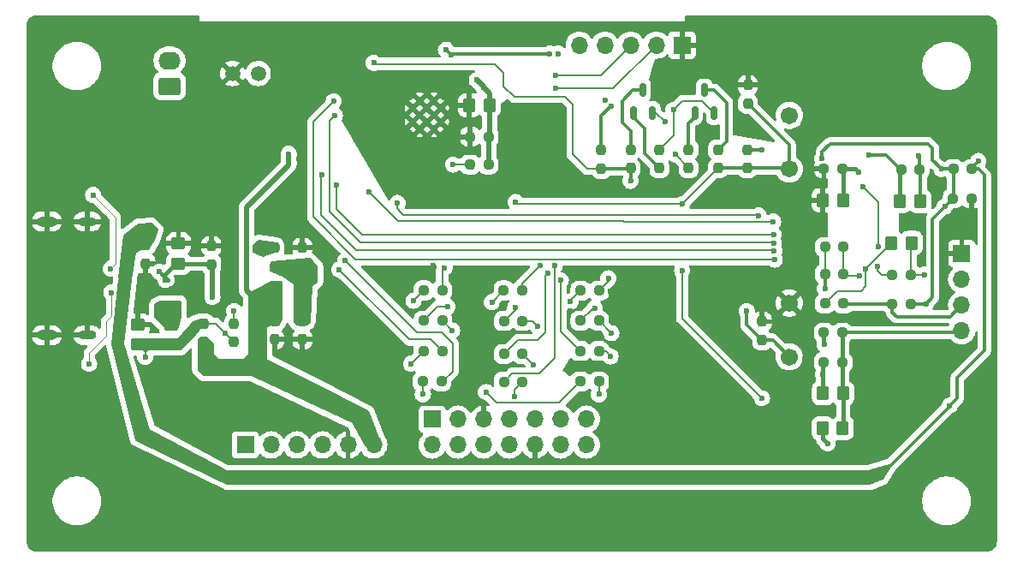
<source format=gbr>
%TF.GenerationSoftware,KiCad,Pcbnew,8.0.4*%
%TF.CreationDate,2024-10-15T03:41:12-05:00*%
%TF.ProjectId,FPP_10_8,4650505f-3130-45f3-982e-6b696361645f,rev?*%
%TF.SameCoordinates,Original*%
%TF.FileFunction,Copper,L2,Bot*%
%TF.FilePolarity,Positive*%
%FSLAX46Y46*%
G04 Gerber Fmt 4.6, Leading zero omitted, Abs format (unit mm)*
G04 Created by KiCad (PCBNEW 8.0.4) date 2024-10-15 03:41:12*
%MOMM*%
%LPD*%
G01*
G04 APERTURE LIST*
G04 Aperture macros list*
%AMRoundRect*
0 Rectangle with rounded corners*
0 $1 Rounding radius*
0 $2 $3 $4 $5 $6 $7 $8 $9 X,Y pos of 4 corners*
0 Add a 4 corners polygon primitive as box body*
4,1,4,$2,$3,$4,$5,$6,$7,$8,$9,$2,$3,0*
0 Add four circle primitives for the rounded corners*
1,1,$1+$1,$2,$3*
1,1,$1+$1,$4,$5*
1,1,$1+$1,$6,$7*
1,1,$1+$1,$8,$9*
0 Add four rect primitives between the rounded corners*
20,1,$1+$1,$2,$3,$4,$5,0*
20,1,$1+$1,$4,$5,$6,$7,0*
20,1,$1+$1,$6,$7,$8,$9,0*
20,1,$1+$1,$8,$9,$2,$3,0*%
G04 Aperture macros list end*
%TA.AperFunction,Conductor*%
%ADD10C,0.200000*%
%TD*%
%TA.AperFunction,ComponentPad*%
%ADD11C,1.701800*%
%TD*%
%TA.AperFunction,SMDPad,CuDef*%
%ADD12RoundRect,0.237500X-0.237500X0.250000X-0.237500X-0.250000X0.237500X-0.250000X0.237500X0.250000X0*%
%TD*%
%TA.AperFunction,SMDPad,CuDef*%
%ADD13RoundRect,0.237500X0.237500X-0.250000X0.237500X0.250000X-0.237500X0.250000X-0.237500X-0.250000X0*%
%TD*%
%TA.AperFunction,SMDPad,CuDef*%
%ADD14RoundRect,0.237500X-0.250000X-0.237500X0.250000X-0.237500X0.250000X0.237500X-0.250000X0.237500X0*%
%TD*%
%TA.AperFunction,SMDPad,CuDef*%
%ADD15RoundRect,0.150000X0.150000X-0.512500X0.150000X0.512500X-0.150000X0.512500X-0.150000X-0.512500X0*%
%TD*%
%TA.AperFunction,ComponentPad*%
%ADD16R,1.700000X1.700000*%
%TD*%
%TA.AperFunction,ComponentPad*%
%ADD17O,1.700000X1.700000*%
%TD*%
%TA.AperFunction,SMDPad,CuDef*%
%ADD18RoundRect,0.237500X0.250000X0.237500X-0.250000X0.237500X-0.250000X-0.237500X0.250000X-0.237500X0*%
%TD*%
%TA.AperFunction,SMDPad,CuDef*%
%ADD19RoundRect,0.250000X0.350000X0.450000X-0.350000X0.450000X-0.350000X-0.450000X0.350000X-0.450000X0*%
%TD*%
%TA.AperFunction,ComponentPad*%
%ADD20O,2.190000X1.740000*%
%TD*%
%TA.AperFunction,ComponentPad*%
%ADD21RoundRect,0.250000X0.845000X-0.620000X0.845000X0.620000X-0.845000X0.620000X-0.845000X-0.620000X0*%
%TD*%
%TA.AperFunction,HeatsinkPad*%
%ADD22C,0.600000*%
%TD*%
%TA.AperFunction,ComponentPad*%
%ADD23C,1.508000*%
%TD*%
%TA.AperFunction,SMDPad,CuDef*%
%ADD24RoundRect,0.250000X0.450000X-0.350000X0.450000X0.350000X-0.450000X0.350000X-0.450000X-0.350000X0*%
%TD*%
%TA.AperFunction,SMDPad,CuDef*%
%ADD25RoundRect,0.250000X-0.350000X-0.450000X0.350000X-0.450000X0.350000X0.450000X-0.350000X0.450000X0*%
%TD*%
%TA.AperFunction,SMDPad,CuDef*%
%ADD26RoundRect,0.250000X-0.450000X0.350000X-0.450000X-0.350000X0.450000X-0.350000X0.450000X0.350000X0*%
%TD*%
%TA.AperFunction,ComponentPad*%
%ADD27O,2.000000X1.000000*%
%TD*%
%TA.AperFunction,ComponentPad*%
%ADD28O,1.800000X0.900000*%
%TD*%
%TA.AperFunction,ViaPad*%
%ADD29C,0.600000*%
%TD*%
%TA.AperFunction,Conductor*%
%ADD30C,0.500000*%
%TD*%
%TA.AperFunction,Conductor*%
%ADD31C,0.101600*%
%TD*%
%TA.AperFunction,Conductor*%
%ADD32C,0.300000*%
%TD*%
%TA.AperFunction,Conductor*%
%ADD33C,0.400000*%
%TD*%
G04 APERTURE END LIST*
D10*
%TO.N,+5V*%
X188400000Y-112250000D02*
X187150000Y-112750000D01*
X187000000Y-111450000D01*
X189400000Y-110750000D01*
X188400000Y-112250000D01*
%TA.AperFunction,Conductor*%
G36*
X188400000Y-112250000D02*
G01*
X187150000Y-112750000D01*
X187000000Y-111450000D01*
X189400000Y-110750000D01*
X188400000Y-112250000D01*
G37*
%TD.AperFunction*%
X187150000Y-112750000D02*
X123550000Y-112700000D01*
X123550000Y-111450000D01*
X187150000Y-111450000D01*
X187150000Y-112750000D01*
%TA.AperFunction,Conductor*%
G36*
X187150000Y-112750000D02*
G01*
X123550000Y-112700000D01*
X123550000Y-111450000D01*
X187150000Y-111450000D01*
X187150000Y-112750000D01*
G37*
%TD.AperFunction*%
X114100000Y-92550000D02*
X113300000Y-98800000D01*
X115900000Y-107400000D01*
X123550000Y-111450000D01*
X123550000Y-112700000D01*
X114600000Y-108400000D01*
X112250000Y-98950000D01*
X112950000Y-92450000D01*
X114100000Y-92550000D01*
%TA.AperFunction,Conductor*%
G36*
X114100000Y-92550000D02*
G01*
X113300000Y-98800000D01*
X115900000Y-107400000D01*
X123550000Y-111450000D01*
X123550000Y-112700000D01*
X114600000Y-108400000D01*
X112250000Y-98950000D01*
X112950000Y-92450000D01*
X114100000Y-92550000D01*
G37*
%TD.AperFunction*%
X116700000Y-87550000D02*
X116400000Y-88600000D01*
X115950000Y-89300000D01*
X115350000Y-89350000D01*
X114550000Y-89900000D01*
X114100000Y-92450000D01*
X112950000Y-92350000D01*
X113400000Y-88150000D01*
X114850000Y-87050000D01*
X116150000Y-87000000D01*
X116700000Y-87550000D01*
%TA.AperFunction,Conductor*%
G36*
X116700000Y-87550000D02*
G01*
X116400000Y-88600000D01*
X115950000Y-89300000D01*
X115350000Y-89350000D01*
X114550000Y-89900000D01*
X114100000Y-92450000D01*
X112950000Y-92350000D01*
X113400000Y-88150000D01*
X114850000Y-87050000D01*
X116150000Y-87000000D01*
X116700000Y-87550000D01*
G37*
%TD.AperFunction*%
%TO.N,Net-(U1-SW)*%
X119000000Y-96200000D02*
X118750000Y-97200000D01*
X117500000Y-97200000D01*
X116500000Y-96200000D01*
X116500000Y-94950000D01*
X117000000Y-94700000D01*
X117750000Y-94700000D01*
X118500000Y-94700000D01*
X119000000Y-94700000D01*
X119000000Y-96200000D01*
%TA.AperFunction,Conductor*%
G36*
X119000000Y-96200000D02*
G01*
X118750000Y-97200000D01*
X117500000Y-97200000D01*
X116500000Y-96200000D01*
X116500000Y-94950000D01*
X117000000Y-94700000D01*
X117750000Y-94700000D01*
X118500000Y-94700000D01*
X119000000Y-94700000D01*
X119000000Y-96200000D01*
G37*
%TD.AperFunction*%
%TO.N,Net-(U2-OUT)*%
X132500000Y-91200000D02*
X129700000Y-92400000D01*
X127900000Y-91600000D01*
X127950000Y-90800000D01*
X131750000Y-90450000D01*
X132500000Y-91200000D01*
%TA.AperFunction,Conductor*%
G36*
X132500000Y-91200000D02*
G01*
X129700000Y-92400000D01*
X127900000Y-91600000D01*
X127950000Y-90800000D01*
X131750000Y-90450000D01*
X132500000Y-91200000D01*
G37*
%TD.AperFunction*%
X132500000Y-91200000D02*
X132500000Y-92700000D01*
X132000000Y-93200000D01*
X130250000Y-93200000D01*
X130250000Y-92200000D01*
X132250000Y-90950000D01*
X132500000Y-91200000D01*
%TA.AperFunction,Conductor*%
G36*
X132500000Y-91200000D02*
G01*
X132500000Y-92700000D01*
X132000000Y-93200000D01*
X130250000Y-93200000D01*
X130250000Y-92200000D01*
X132250000Y-90950000D01*
X132500000Y-91200000D01*
G37*
%TD.AperFunction*%
%TO.N,+3V3*%
X129000000Y-96450000D02*
X128750000Y-96950000D01*
X128000000Y-96950000D01*
X127500000Y-97200000D01*
X127500000Y-100450000D01*
X126000000Y-101950000D01*
X121250000Y-101950000D01*
X120750000Y-101450000D01*
X120750000Y-98450000D01*
X121750000Y-98450000D01*
X122250000Y-98950000D01*
X122250000Y-99950000D01*
X122750000Y-100450000D01*
X125250000Y-100450000D01*
X125750000Y-99950000D01*
X125750000Y-93950000D01*
X128000000Y-92700000D01*
X129000000Y-92700000D01*
X129000000Y-96450000D01*
%TA.AperFunction,Conductor*%
G36*
X129000000Y-96450000D02*
G01*
X128750000Y-96950000D01*
X128000000Y-96950000D01*
X127500000Y-97200000D01*
X127500000Y-100450000D01*
X126000000Y-101950000D01*
X121250000Y-101950000D01*
X120750000Y-101450000D01*
X120750000Y-98450000D01*
X121750000Y-98450000D01*
X122250000Y-98950000D01*
X122250000Y-99950000D01*
X122750000Y-100450000D01*
X125250000Y-100450000D01*
X125750000Y-99950000D01*
X125750000Y-93950000D01*
X128000000Y-92700000D01*
X129000000Y-92700000D01*
X129000000Y-96450000D01*
G37*
%TD.AperFunction*%
%TO.N,Net-(U2-OUT)*%
X131750000Y-96700000D02*
X131500000Y-96950000D01*
X130500000Y-96950000D01*
X130250000Y-96700000D01*
X130250000Y-93200000D01*
X132000000Y-93200000D01*
X131750000Y-96700000D01*
%TA.AperFunction,Conductor*%
G36*
X131750000Y-96700000D02*
G01*
X131500000Y-96950000D01*
X130500000Y-96950000D01*
X130250000Y-96700000D01*
X130250000Y-93200000D01*
X132000000Y-93200000D01*
X131750000Y-96700000D01*
G37*
%TD.AperFunction*%
%TO.N,+3V3*%
X137550000Y-105550000D02*
X138800000Y-108800000D01*
X137300000Y-108950000D01*
X136000000Y-106650000D01*
X126000000Y-101950000D01*
X127500000Y-100450000D01*
X137550000Y-105550000D01*
%TA.AperFunction,Conductor*%
G36*
X137550000Y-105550000D02*
G01*
X138800000Y-108800000D01*
X137300000Y-108950000D01*
X136000000Y-106650000D01*
X126000000Y-101950000D01*
X127500000Y-100450000D01*
X137550000Y-105550000D01*
G37*
%TD.AperFunction*%
%TO.N,+1V8*%
X128500000Y-88950000D02*
X128300000Y-89750000D01*
X127100000Y-90200000D01*
X126200000Y-89750000D01*
X126200000Y-89200000D01*
X126750000Y-88700000D01*
X128500000Y-88950000D01*
%TA.AperFunction,Conductor*%
G36*
X128500000Y-88950000D02*
G01*
X128300000Y-89750000D01*
X127100000Y-90200000D01*
X126200000Y-89750000D01*
X126200000Y-89200000D01*
X126750000Y-88700000D01*
X128500000Y-88950000D01*
G37*
%TD.AperFunction*%
%TO.N,Net-(C15-Pad1)*%
X121000000Y-97200000D02*
X120250000Y-98200000D01*
X119000000Y-99450000D01*
X114250000Y-99450000D01*
X114250000Y-98450000D01*
X118750000Y-98450000D01*
X120250000Y-96700000D01*
X121000000Y-96450000D01*
X121000000Y-97200000D01*
%TA.AperFunction,Conductor*%
G36*
X121000000Y-97200000D02*
G01*
X120250000Y-98200000D01*
X119000000Y-99450000D01*
X114250000Y-99450000D01*
X114250000Y-98450000D01*
X118750000Y-98450000D01*
X120250000Y-96700000D01*
X121000000Y-96450000D01*
X121000000Y-97200000D01*
G37*
%TD.AperFunction*%
%TO.N,Net-(U2-OUT)*%
X131000000Y-92200000D02*
X130500000Y-93200000D01*
X129250000Y-92200000D01*
X130000000Y-91950000D01*
X131000000Y-92200000D01*
%TA.AperFunction,Conductor*%
G36*
X131000000Y-92200000D02*
G01*
X130500000Y-93200000D01*
X129250000Y-92200000D01*
X130000000Y-91950000D01*
X131000000Y-92200000D01*
G37*
%TD.AperFunction*%
%TD*%
D11*
%TO.P,SW2,1,1*%
%TO.N,N/C*%
X179200000Y-76300000D03*
%TO.P,SW2,6,6*%
X179200000Y-81600000D03*
%TD*%
%TO.P,SW3,1,1*%
%TO.N,GND*%
X179200000Y-94850000D03*
%TO.P,SW3,6,6*%
%TO.N,CHIP_PU*%
X179200000Y-100150000D03*
%TD*%
D12*
%TO.P,R31,1*%
%TO.N,Net-(Q2-C)*%
X172150000Y-79687500D03*
%TO.P,R31,2*%
%TO.N,GPIO0_STRAPPING*%
X172150000Y-81512500D03*
%TD*%
%TO.P,R30,1*%
%TO.N,Net-(Q1-C)*%
X163500000Y-79687500D03*
%TO.P,R30,2*%
%TO.N,CHIP_PU*%
X163500000Y-81512500D03*
%TD*%
D13*
%TO.P,R29,1*%
%TO.N,RTS*%
X169250000Y-81512500D03*
%TO.P,R29,2*%
%TO.N,Net-(Q2-B)*%
X169250000Y-79687500D03*
%TD*%
D12*
%TO.P,R28,1*%
%TO.N,DTR*%
X166350000Y-79687500D03*
%TO.P,R28,2*%
%TO.N,Net-(Q1-B)*%
X166350000Y-81512500D03*
%TD*%
D14*
%TO.P,R26,1*%
%TO.N,GPIO46_STRAPPING*%
X147625000Y-81150000D03*
%TO.P,R26,2*%
%TO.N,+3V3*%
X149450000Y-81150000D03*
%TD*%
D13*
%TO.P,R25,1*%
%TO.N,CHIP_PU*%
X160600000Y-81562500D03*
%TO.P,R25,2*%
%TO.N,+3V3*%
X160600000Y-79737500D03*
%TD*%
%TO.P,R24,1*%
%TO.N,GPIO0_STRAPPING*%
X175050000Y-81512500D03*
%TO.P,R24,2*%
%TO.N,+3V3*%
X175050000Y-79687500D03*
%TD*%
D15*
%TO.P,Q2,1,E*%
%TO.N,DTR*%
X171750000Y-76075000D03*
%TO.P,Q2,2,B*%
%TO.N,Net-(Q2-B)*%
X169850000Y-76075000D03*
%TO.P,Q2,3,C*%
%TO.N,Net-(Q2-C)*%
X170800000Y-73800000D03*
%TD*%
%TO.P,Q1,1,E*%
%TO.N,RTS*%
X165662500Y-76075000D03*
%TO.P,Q1,2,B*%
%TO.N,Net-(Q1-B)*%
X163762500Y-76075000D03*
%TO.P,Q1,3,C*%
%TO.N,Net-(Q1-C)*%
X164712500Y-73800000D03*
%TD*%
D16*
%TO.P,J4,1,Pin_1*%
%TO.N,GND*%
X168590000Y-69350000D03*
D17*
%TO.P,J4,2,Pin_2*%
%TO.N,esp_rx*%
X166050000Y-69350000D03*
%TO.P,J4,3,Pin_3*%
%TO.N,esp_tx*%
X163510000Y-69350000D03*
%TO.P,J4,4,Pin_4*%
%TO.N,DTR*%
X160970000Y-69350000D03*
%TO.P,J4,5,Pin_5*%
%TO.N,RTS*%
X158430000Y-69350000D03*
%TD*%
D18*
%TO.P,C23,1*%
%TO.N,+3V3*%
X149462500Y-78400000D03*
%TO.P,C23,2*%
%TO.N,GND*%
X147637500Y-78400000D03*
%TD*%
D19*
%TO.P,C22,1*%
%TO.N,+3V3*%
X149550000Y-75300000D03*
%TO.P,C22,2*%
%TO.N,GND*%
X147550000Y-75300000D03*
%TD*%
D13*
%TO.P,1u2,1*%
%TO.N,CHIP_PU*%
X176500000Y-98500000D03*
%TO.P,1u2,2*%
%TO.N,GND*%
X176500000Y-96675000D03*
%TD*%
%TO.P,1u1,2*%
%TO.N,GND*%
X175100000Y-73300000D03*
%TO.P,1u1,1*%
%TO.N,GPIO0_STRAPPING*%
X175100000Y-75125000D03*
%TD*%
D20*
%TO.P,PowerSwitch1,2,Pin_2*%
%TO.N,+5V*%
X117900000Y-70860000D03*
D21*
%TO.P,PowerSwitch1,1,Pin_1*%
%TO.N,Net-(J2-VBUS)*%
X117900000Y-73400000D03*
%TD*%
D16*
%TO.P,Connector_LCD1,1,Pin_1*%
%TO.N,LCD_SCLK*%
X125400000Y-108870000D03*
D17*
%TO.P,Connector_LCD1,2,Pin_2*%
%TO.N,LCD_MOSI*%
X127940000Y-108870000D03*
%TO.P,Connector_LCD1,3,Pin_3*%
%TO.N,LCD_MISO*%
X130480000Y-108870000D03*
%TO.P,Connector_LCD1,4,Pin_4*%
%TO.N,LCD_ss*%
X133020000Y-108870000D03*
%TO.P,Connector_LCD1,5,Pin_5*%
%TO.N,GND*%
X135560000Y-108870000D03*
%TO.P,Connector_LCD1,6,Pin_6*%
%TO.N,+3V3*%
X138100000Y-108870000D03*
%TD*%
%TO.P,FPP_connection1,4,Pin_4*%
%TO.N,probe_outer_pin1*%
X196260500Y-97564002D03*
%TO.P,FPP_connection1,3,Pin_3*%
%TO.N,probe_inner_pin1*%
X196260500Y-95024002D03*
%TO.P,FPP_connection1,2,Pin_2*%
%TO.N,probe_inner_pin2*%
X196260500Y-92484002D03*
D16*
%TO.P,FPP_connection1,1,Pin_1*%
%TO.N,GND*%
X196260500Y-89944002D03*
%TD*%
D22*
%TO.P,MCU1,41,GND*%
%TO.N,GND*%
X144750000Y-76950000D03*
X144750000Y-75550000D03*
X144050000Y-77650000D03*
X144050000Y-76250000D03*
X144050000Y-74850000D03*
X143350000Y-76950000D03*
X143350000Y-75550000D03*
X142650000Y-77650000D03*
X142650000Y-76250000D03*
X142650000Y-74850000D03*
X141950000Y-76950000D03*
X141950000Y-75550000D03*
%TD*%
D16*
%TO.P,J3,1,Pin_1*%
%TO.N,SW_0*%
X143890000Y-106330000D03*
D17*
%TO.P,J3,2,Pin_2*%
%TO.N,SW_1*%
X143890000Y-108870000D03*
%TO.P,J3,3,Pin_3*%
%TO.N,SW_2*%
X146430000Y-106330000D03*
%TO.P,J3,4,Pin_4*%
%TO.N,SW_3*%
X146430000Y-108870000D03*
%TO.P,J3,5,Pin_5*%
%TO.N,GND*%
X148970000Y-106330000D03*
%TO.P,J3,6,Pin_6*%
%TO.N,SW_4*%
X148970000Y-108870000D03*
%TO.P,J3,7,Pin_7*%
%TO.N,SW_5*%
X151510000Y-106330000D03*
%TO.P,J3,8,Pin_8*%
%TO.N,SW_6*%
X151510000Y-108870000D03*
%TO.P,J3,9,Pin_9*%
%TO.N,SW_7*%
X154050000Y-106330000D03*
%TO.P,J3,10,Pin_10*%
%TO.N,GND*%
X154050000Y-108870000D03*
%TO.P,J3,11,Pin_11*%
%TO.N,SW_8*%
X156590000Y-106330000D03*
%TO.P,J3,12,Pin_12*%
%TO.N,SW_9*%
X156590000Y-108870000D03*
%TO.P,J3,13,Pin_13*%
%TO.N,SW_ENTER*%
X159130000Y-106330000D03*
%TO.P,J3,14,Pin_14*%
%TO.N,SW_MEASURE*%
X159130000Y-108870000D03*
%TD*%
D23*
%TO.P,D2,2,A*%
%TO.N,Net-(D2-A)*%
X126670000Y-72150000D03*
%TO.P,D2,1,K*%
%TO.N,GND*%
X124130000Y-72150000D03*
%TD*%
D12*
%TO.P,C14,1*%
%TO.N,+3V3*%
X128290000Y-96625000D03*
%TO.P,C14,2*%
%TO.N,GND*%
X128290000Y-98450000D03*
%TD*%
D14*
%TO.P,C20,2*%
%TO.N,Net-(ADC1-DVDD)*%
X192080000Y-81630002D03*
%TO.P,C20,1*%
%TO.N,+1V8*%
X190255000Y-81630002D03*
%TD*%
D18*
%TO.P,R3,1*%
%TO.N,SW_2*%
X144877000Y-96589000D03*
%TO.P,R3,2*%
%TO.N,but_2*%
X143052000Y-96589000D03*
%TD*%
%TO.P,R10,1*%
%TO.N,SW_5*%
X152800000Y-102620000D03*
%TO.P,R10,2*%
%TO.N,but_5*%
X150975000Y-102620000D03*
%TD*%
%TO.P,R19,1*%
%TO.N,SW_MEASURE*%
X160377000Y-99589000D03*
%TO.P,R19,2*%
%TO.N,measure*%
X158552000Y-99589000D03*
%TD*%
D24*
%TO.P,R7,1*%
%TO.N,Net-(U1-EN)*%
X118790000Y-90950000D03*
%TO.P,R7,2*%
%TO.N,GND*%
X118790000Y-88950000D03*
%TD*%
D18*
%TO.P,R12,1*%
%TO.N,SW_7*%
X152800000Y-96620000D03*
%TO.P,R12,2*%
%TO.N,but_7*%
X150975000Y-96620000D03*
%TD*%
D24*
%TO.P,C16,1*%
%TO.N,Net-(C15-Pad1)*%
X114790000Y-98950000D03*
%TO.P,C16,2*%
%TO.N,GND*%
X114790000Y-96950000D03*
%TD*%
D14*
%TO.P,Rout1,2*%
%TO.N,probe_outer_pin1*%
X184456000Y-97763002D03*
%TO.P,Rout1,1*%
%TO.N,Net-(Rout1-Pad1)*%
X182631000Y-97763002D03*
%TD*%
D18*
%TO.P,Rin1,2*%
%TO.N,probe_inner_pin2*%
X182748000Y-89294002D03*
%TO.P,Rin1,1*%
%TO.N,Net-(opamp1-IN+)*%
X184573000Y-89294002D03*
%TD*%
D14*
%TO.P,Rset1,2*%
%TO.N,probe_outer_pin1*%
X184456000Y-100713002D03*
%TO.P,Rset1,1*%
%TO.N,Net-(Cset1-Pad1)*%
X182631000Y-100713002D03*
%TD*%
D18*
%TO.P,R22,1*%
%TO.N,+5V*%
X197260500Y-81594002D03*
%TO.P,R22,2*%
%TO.N,VGND*%
X195435500Y-81594002D03*
%TD*%
D19*
%TO.P,C19,2*%
%TO.N,GND*%
X182510500Y-84674002D03*
%TO.P,C19,1*%
%TO.N,Net-(ADC1-REFIN+)*%
X184510500Y-84674002D03*
%TD*%
D18*
%TO.P,R11,1*%
%TO.N,SW_6*%
X152800000Y-99870000D03*
%TO.P,R11,2*%
%TO.N,but_6*%
X150975000Y-99870000D03*
%TD*%
D14*
%TO.P,R16,1*%
%TO.N,SW_8*%
X158550000Y-93620000D03*
%TO.P,R16,2*%
%TO.N,but_8*%
X160375000Y-93620000D03*
%TD*%
D13*
%TO.P,C17,1*%
%TO.N,Net-(U2-OUT)*%
X131040000Y-91200000D03*
%TO.P,C17,2*%
%TO.N,GND*%
X131040000Y-89375000D03*
%TD*%
D14*
%TO.P,R23,1*%
%TO.N,VGND*%
X195385500Y-84494002D03*
%TO.P,R23,2*%
%TO.N,GND*%
X197210500Y-84494002D03*
%TD*%
D13*
%TO.P,C5,1*%
%TO.N,Net-(U1-EN)*%
X122040000Y-91025000D03*
%TO.P,C5,2*%
%TO.N,GND*%
X122040000Y-89200000D03*
%TD*%
D14*
%TO.P,R9,1*%
%TO.N,SW_4*%
X150953500Y-93589000D03*
%TO.P,R9,2*%
%TO.N,but_4*%
X152778500Y-93589000D03*
%TD*%
D13*
%TO.P,TR3,1*%
%TO.N,GND*%
X131040000Y-98450000D03*
%TO.P,TR3,2*%
%TO.N,Net-(U2-OUT)*%
X131040000Y-96625000D03*
%TD*%
D25*
%TO.P,C21,2*%
%TO.N,Net-(ADC1-DVDD)*%
X192160500Y-84774002D03*
%TO.P,C21,1*%
%TO.N,+1V8*%
X190160500Y-84774002D03*
%TD*%
D18*
%TO.P,C18,2*%
%TO.N,GND*%
X182628500Y-81544002D03*
%TO.P,C18,1*%
%TO.N,Net-(ADC1-REFIN+)*%
X184453500Y-81544002D03*
%TD*%
D25*
%TO.P,Ccomp1,2*%
%TO.N,probe_outer_pin1*%
X184493500Y-107213002D03*
%TO.P,Ccomp1,1*%
%TO.N,Net-(Ccomp1-Pad1)*%
X182493500Y-107213002D03*
%TD*%
D14*
%TO.P,R1,1*%
%TO.N,SW_0*%
X142964500Y-102589000D03*
%TO.P,R1,2*%
%TO.N,but_0*%
X144789500Y-102589000D03*
%TD*%
D12*
%TO.P,R20,1*%
%TO.N,Net-(C15-Pad1)*%
X121290000Y-96875000D03*
%TO.P,R20,2*%
%TO.N,+3V3*%
X121290000Y-98700000D03*
%TD*%
D18*
%TO.P,R17,1*%
%TO.N,SW_9*%
X160377000Y-96589000D03*
%TO.P,R17,2*%
%TO.N,but_9*%
X158552000Y-96589000D03*
%TD*%
%TO.P,Ro1,2*%
%TO.N,op-amp+*%
X189398000Y-92044002D03*
%TO.P,Ro1,1*%
%TO.N,Net-(opamp1-OUT)*%
X191223000Y-92044002D03*
%TD*%
D13*
%TO.P,R21,1*%
%TO.N,Net-(U2-OUT)*%
X128290000Y-91200000D03*
%TO.P,R21,2*%
%TO.N,+1V8*%
X128290000Y-89375000D03*
%TD*%
D14*
%TO.P,R4,1*%
%TO.N,SW_3*%
X143052000Y-93589000D03*
%TO.P,R4,2*%
%TO.N,but_3*%
X144877000Y-93589000D03*
%TD*%
D25*
%TO.P,Cset1,2*%
%TO.N,probe_outer_pin1*%
X184543500Y-103763002D03*
%TO.P,Cset1,1*%
%TO.N,Net-(Cset1-Pad1)*%
X182543500Y-103763002D03*
%TD*%
D18*
%TO.P,Cin1,2*%
%TO.N,probe_inner_pin1*%
X189398000Y-94944002D03*
%TO.P,Cin1,1*%
%TO.N,VGND*%
X191223000Y-94944002D03*
%TD*%
D13*
%TO.P,C15,1*%
%TO.N,Net-(C15-Pad1)*%
X124290000Y-98700000D03*
%TO.P,C15,2*%
%TO.N,Net-(U1-FB)*%
X124290000Y-96875000D03*
%TD*%
D25*
%TO.P,Rloop1,2*%
%TO.N,Net-(opamp1-OUT)*%
X191310500Y-88894002D03*
%TO.P,Rloop1,1*%
%TO.N,Net-(opamp1-IN-)*%
X189310500Y-88894002D03*
%TD*%
D13*
%TO.P,TR1,1*%
%TO.N,GND*%
X115540000Y-90950000D03*
%TO.P,TR1,2*%
%TO.N,+5V*%
X115540000Y-89125000D03*
%TD*%
D18*
%TO.P,Rin2,2*%
%TO.N,Net-(opamp1-IN-)*%
X182723000Y-94894002D03*
%TO.P,Rin2,1*%
%TO.N,probe_inner_pin1*%
X184548000Y-94894002D03*
%TD*%
D26*
%TO.P,L1,1,1*%
%TO.N,Net-(U1-SW)*%
X118040000Y-96950000D03*
%TO.P,L1,2,2*%
%TO.N,Net-(C15-Pad1)*%
X118040000Y-98950000D03*
%TD*%
D18*
%TO.P,R18,1*%
%TO.N,SW_ENTER*%
X160377000Y-102589000D03*
%TO.P,R18,2*%
%TO.N,enter*%
X158552000Y-102589000D03*
%TD*%
D14*
%TO.P,R2,1*%
%TO.N,SW_1*%
X143052000Y-99589000D03*
%TO.P,R2,2*%
%TO.N,but_1*%
X144877000Y-99589000D03*
%TD*%
%TO.P,Cin2,2*%
%TO.N,Net-(opamp1-IN+)*%
X184548000Y-91994002D03*
%TO.P,Cin2,1*%
%TO.N,probe_inner_pin2*%
X182723000Y-91994002D03*
%TD*%
D27*
%TO.P,J2,S1,SHIELD*%
%TO.N,GND*%
X105782500Y-86780000D03*
D28*
%TO.P,J2,S3,SHIELD__2*%
X109782500Y-86780000D03*
%TO.P,J2,S4,SHIELD__3*%
X109782500Y-98020000D03*
D27*
%TO.P,J2,S2,SHIELD__1*%
X105782500Y-98020000D03*
%TD*%
D29*
%TO.N,Net-(C15-Pad1)*%
X123370000Y-97780000D03*
%TO.N,Net-(U1-FB)*%
X124290000Y-95650000D03*
%TO.N,+5V*%
X197898629Y-80801371D03*
%TO.N,GND*%
X116750000Y-82500000D03*
X118250000Y-79250000D03*
X119250000Y-75750000D03*
X115250000Y-95250000D03*
X115250000Y-93250000D03*
X108750000Y-93900000D03*
X108750000Y-90650000D03*
X105750000Y-89150000D03*
X105750000Y-94900000D03*
X178250000Y-103150000D03*
X168250000Y-105900000D03*
X172500000Y-101900000D03*
X144000000Y-104650000D03*
X145500000Y-104400000D03*
X140000000Y-104150000D03*
X132750000Y-95400000D03*
X140500000Y-94400000D03*
X144000000Y-91150000D03*
X157750000Y-104900000D03*
X150750000Y-95150000D03*
X150750000Y-98150000D03*
X150750000Y-101150000D03*
X152750000Y-91650000D03*
X132500000Y-97650000D03*
X131000000Y-79400000D03*
X134250000Y-72400000D03*
X119250000Y-112650000D03*
X108250000Y-107650000D03*
X108250000Y-78150000D03*
X188250000Y-117400000D03*
X183500000Y-117400000D03*
X178500000Y-117400000D03*
X173500000Y-117400000D03*
X168500000Y-117400000D03*
X163500000Y-117400000D03*
X158500000Y-117400000D03*
X153500000Y-117400000D03*
X148500000Y-117400000D03*
X143250000Y-117400000D03*
X138500000Y-117400000D03*
X133500000Y-117400000D03*
X128500000Y-117400000D03*
X123500000Y-117400000D03*
X118250000Y-117400000D03*
X112500000Y-117650000D03*
X188500000Y-77400000D03*
X193250000Y-77400000D03*
X183250000Y-77400000D03*
X188250000Y-72900000D03*
X183250000Y-72900000D03*
X160250000Y-91650000D03*
X160250000Y-83150000D03*
X187000000Y-107400000D03*
X187000000Y-109900000D03*
X181000000Y-97900000D03*
X192250000Y-86650000D03*
X167750000Y-99150000D03*
X166250000Y-93150000D03*
X163500000Y-91900000D03*
X157750000Y-101150000D03*
X159000000Y-104400000D03*
X160250000Y-101150000D03*
X160250000Y-98150000D03*
X157500000Y-95650000D03*
X161500000Y-93650000D03*
X162500000Y-95900000D03*
X163750000Y-103400000D03*
X162750000Y-110400000D03*
X133500000Y-92400000D03*
X129500000Y-97650000D03*
X178250000Y-73150000D03*
X178000000Y-85150000D03*
X177750000Y-82650000D03*
X176250000Y-78150000D03*
X174250000Y-76150000D03*
X173000000Y-71900000D03*
X173750000Y-74150000D03*
X166750000Y-72150000D03*
X169500000Y-73650000D03*
X170750000Y-77400000D03*
X170750000Y-79650000D03*
X173250000Y-82900000D03*
X165000000Y-82650000D03*
X169250000Y-82900000D03*
X148750000Y-84400000D03*
X146500000Y-82900000D03*
X142500000Y-84400000D03*
X150750000Y-83150000D03*
X151250000Y-68400000D03*
X151250000Y-75400000D03*
X146000000Y-72650000D03*
X142000000Y-72400000D03*
X138250000Y-80900000D03*
X138250000Y-76900000D03*
X138250000Y-72650000D03*
X111500000Y-86400000D03*
X117000000Y-89900000D03*
X120500000Y-89650000D03*
X123250000Y-92150000D03*
X123000000Y-95900000D03*
X123250000Y-94150000D03*
X123250000Y-103150000D03*
X119250000Y-101150000D03*
X116000000Y-102400000D03*
X117250000Y-105900000D03*
X197750000Y-109150000D03*
X198000000Y-105650000D03*
X198250000Y-101900000D03*
X195250000Y-99400000D03*
X194500000Y-94650000D03*
X192750000Y-98900000D03*
X188750000Y-100650000D03*
X188250000Y-95900000D03*
X192250000Y-90400000D03*
X193750000Y-84400000D03*
X193750000Y-83400000D03*
X196750000Y-80400000D03*
X190750000Y-87400000D03*
X194750000Y-87400000D03*
X196750000Y-86400000D03*
X197750000Y-78400000D03*
X187750000Y-68400000D03*
X182750000Y-68400000D03*
X177750000Y-68400000D03*
X172750000Y-68400000D03*
X156750000Y-68400000D03*
X147750000Y-68400000D03*
X142750000Y-68400000D03*
X138750000Y-68400000D03*
X132750000Y-68400000D03*
X127750000Y-68400000D03*
X122750000Y-68400000D03*
X117750000Y-68400000D03*
X112750000Y-68400000D03*
X128500000Y-73900000D03*
X128500000Y-78900000D03*
X126250000Y-82400000D03*
X123000000Y-84900000D03*
X124000000Y-87400000D03*
X120250000Y-87400000D03*
X129500000Y-87650000D03*
X127000000Y-85900000D03*
X130250000Y-82650000D03*
X150750000Y-91650000D03*
X148000000Y-91900000D03*
X147750000Y-96400000D03*
X147750000Y-100400000D03*
X147750000Y-104400000D03*
X139750000Y-100650000D03*
X139000000Y-97650000D03*
X138000000Y-103400000D03*
X139250000Y-106400000D03*
X155500000Y-110400000D03*
X147500000Y-110400000D03*
X172500000Y-98400000D03*
X170500000Y-92400000D03*
X173750000Y-92150000D03*
X181000000Y-91400000D03*
X176250000Y-92150000D03*
X163250000Y-83900000D03*
X195750000Y-110400000D03*
X110750000Y-105400000D03*
X105750000Y-105400000D03*
X105750000Y-110400000D03*
X110750000Y-110400000D03*
X115750000Y-110400000D03*
X115750000Y-115400000D03*
X120750000Y-115400000D03*
X125750000Y-115400000D03*
X130750000Y-115400000D03*
X135750000Y-115400000D03*
X140750000Y-115400000D03*
X145750000Y-115400000D03*
X150750000Y-115400000D03*
X155750000Y-115400000D03*
X160750000Y-115400000D03*
X170750000Y-115400000D03*
X165750000Y-115400000D03*
X180750000Y-115400000D03*
X175750000Y-115400000D03*
X185750000Y-115400000D03*
X190750000Y-115400000D03*
X175750000Y-105400000D03*
X172000000Y-105400000D03*
X165750000Y-105400000D03*
X175750000Y-100400000D03*
X170750000Y-95400000D03*
X170750000Y-100400000D03*
X165750000Y-110400000D03*
X170750000Y-110400000D03*
X175750000Y-110400000D03*
X180750000Y-110400000D03*
X180750000Y-105400000D03*
X180750000Y-100400000D03*
X180750000Y-95400000D03*
X180750000Y-85400000D03*
X180750000Y-80400000D03*
X180750000Y-75400000D03*
X195750000Y-75400000D03*
X185750000Y-75400000D03*
X190750000Y-75400000D03*
X190750000Y-70400000D03*
X180750000Y-70400000D03*
X185750000Y-70400000D03*
X175750000Y-70400000D03*
X170750000Y-70400000D03*
X140750000Y-110400000D03*
X150750000Y-80400000D03*
X140750000Y-75400000D03*
X140750000Y-80400000D03*
X120750000Y-105400000D03*
X130750000Y-100400000D03*
X130250000Y-85400000D03*
X130750000Y-75400000D03*
X125750000Y-75400000D03*
X130750000Y-70400000D03*
X125750000Y-70400000D03*
X115750000Y-70400000D03*
X110750000Y-80400000D03*
X110750000Y-75400000D03*
X105750000Y-75400000D03*
X105750000Y-80400000D03*
%TO.N,VGND*%
X192710500Y-94944002D03*
%TO.N,GPIO0_STRAPPING*%
X168612500Y-85050000D03*
X168600000Y-91650000D03*
X176500000Y-104250000D03*
%TO.N,+3V3*%
X145744977Y-70294977D03*
X145250000Y-69800000D03*
X155500000Y-70200000D03*
X156350000Y-70200000D03*
X161000000Y-74800000D03*
X161600000Y-75350000D03*
X176500000Y-79700000D03*
X148950000Y-73500000D03*
X129700000Y-80100000D03*
X129700000Y-80950000D03*
%TO.N,but_1*%
X134700000Y-91550000D03*
%TO.N,but_0*%
X135300000Y-90600000D03*
%TO.N,but_2*%
X145400000Y-95200000D03*
%TO.N,but_3*%
X145100000Y-91350000D03*
%TO.N,enter*%
X149200000Y-103650000D03*
%TO.N,measure*%
X156600000Y-92600000D03*
%TO.N,but_4*%
X154600000Y-91100000D03*
%TO.N,but_5*%
X156001473Y-91100000D03*
%TO.N,but_6*%
X155350000Y-91900000D03*
%TO.N,but_7*%
X152100000Y-95300000D03*
%TO.N,but_8*%
X161300000Y-92400000D03*
%TO.N,but_9*%
X159950000Y-95350000D03*
%TO.N,+3V3*%
X148300000Y-72800000D03*
%TO.N,CHIP_PU*%
X138100000Y-71100000D03*
%TO.N,+5V*%
X195050000Y-105000000D03*
X115250000Y-88100000D03*
X116300000Y-88150000D03*
X115350000Y-87300000D03*
X116100000Y-87300000D03*
%TO.N,Net-(J2-CC2)*%
X109950000Y-100850000D03*
X112150000Y-93800000D03*
%TO.N,Net-(J2-CC1)*%
X112100000Y-91450000D03*
X110350000Y-84150000D03*
%TO.N,esp_rx*%
X156050000Y-73600000D03*
%TO.N,esp_tx*%
X156050000Y-72300000D03*
%TO.N,GPIO46_STRAPPING*%
X145950000Y-81150000D03*
%TO.N,GPIO0_STRAPPING*%
X152150000Y-84850000D03*
%TO.N,CHIP_PU*%
X163500000Y-82750000D03*
X175000000Y-95650000D03*
%TO.N,op-amp+*%
X186500000Y-83350000D03*
X188000000Y-89300000D03*
X187950000Y-91250000D03*
%TO.N,DTR*%
X167750000Y-75750000D03*
%TO.N,RTS*%
X166900000Y-76950000D03*
X167950000Y-80150000D03*
%TO.N,VGND*%
X182454470Y-80569002D03*
X194260500Y-81594002D03*
X194573000Y-85306502D03*
%TO.N,ADC_MCLK*%
X177610500Y-86794002D03*
X137600000Y-83850000D03*
%TO.N,+1V8*%
X187060500Y-80174002D03*
X126550000Y-89200000D03*
X127200000Y-89750000D03*
%TO.N,ADC_MISO*%
X134450000Y-83200000D03*
X177660500Y-88094002D03*
%TO.N,Net-(ADC1-REFIN+)*%
X186060500Y-81874002D03*
%TO.N,ADC_\u002ACS*%
X177760500Y-90544002D03*
X134150000Y-74900000D03*
%TO.N,ADC_SCLK*%
X177713715Y-89692233D03*
X132950000Y-82150000D03*
%TO.N,Net-(ADC1-DVDD)*%
X192010500Y-80274002D03*
%TO.N,ADC_MOSI*%
X177660500Y-88894002D03*
X134250000Y-76300000D03*
%TO.N,ADC_out*%
X140450000Y-84950000D03*
%TO.N,SW_0*%
X142964500Y-103870000D03*
%TO.N,SW_1*%
X141800000Y-100841000D03*
%TO.N,SW_2*%
X145854000Y-97566000D03*
%TO.N,SW_3*%
X142035500Y-94605500D03*
%TO.N,Net-(U1-EN)*%
X117500000Y-92550000D03*
X116900000Y-91750000D03*
X122150000Y-94250000D03*
%TO.N,SW_4*%
X149800000Y-94742500D03*
%TO.N,SW_5*%
X152050000Y-104120000D03*
%TO.N,SW_6*%
X153925000Y-100995000D03*
%TO.N,SW_7*%
X154300000Y-97120000D03*
%TO.N,SW_8*%
X157550000Y-94700000D03*
%TO.N,SW_9*%
X161604000Y-97816000D03*
%TO.N,SW_ENTER*%
X160377000Y-103870000D03*
%TO.N,SW_MEASURE*%
X161518000Y-100120000D03*
%TO.N,+3V3*%
X127450000Y-94900000D03*
X127450000Y-93250000D03*
%TO.N,Net-(C15-Pad1)*%
X115500000Y-100150000D03*
%TO.N,Net-(U2-OUT)*%
X131375000Y-92075000D03*
X129875000Y-91325000D03*
%TO.N,Net-(Ccomp1-Pad1)*%
X182993500Y-108713002D03*
%TO.N,probe_inner_pin2*%
X182723000Y-93450000D03*
%TO.N,Net-(opamp1-IN+)*%
X186173000Y-92144002D03*
%TO.N,Net-(Cset1-Pad1)*%
X182524500Y-101894002D03*
%TO.N,Net-(U1-SW)*%
X117000000Y-94950000D03*
X117000000Y-96200000D03*
X118500000Y-95950000D03*
%TO.N,Net-(opamp1-OUT)*%
X192573000Y-92044002D03*
%TO.N,Net-(opamp1-IN-)*%
X186767002Y-91450000D03*
%TO.N,Net-(Rout1-Pad1)*%
X182693500Y-98963002D03*
%TO.N,ADC_out*%
X176160500Y-86194002D03*
%TD*%
D10*
%TO.N,Net-(C15-Pad1)*%
X121290000Y-96875000D02*
X122465000Y-96875000D01*
X122465000Y-96875000D02*
X124290000Y-98700000D01*
%TO.N,Net-(U1-FB)*%
X124290000Y-96875000D02*
X124290000Y-95650000D01*
D30*
%TO.N,+3V3*%
X125500000Y-93550000D02*
X125500000Y-85400000D01*
X125500000Y-85400000D02*
X129700000Y-81200000D01*
X129700000Y-81200000D02*
X129700000Y-80100000D01*
X126850000Y-94900000D02*
X125500000Y-93550000D01*
X127450000Y-94900000D02*
X126850000Y-94900000D01*
D31*
%TO.N,Net-(J2-CC2)*%
X109950000Y-99750000D02*
X109950000Y-100850000D01*
X111650000Y-98050000D02*
X109950000Y-99750000D01*
X111650000Y-96650000D02*
X111650000Y-98050000D01*
X112150000Y-96150000D02*
X111650000Y-96650000D01*
X112150000Y-93800000D02*
X112150000Y-96150000D01*
D32*
%TO.N,+5V*%
X197260500Y-81439500D02*
X197898629Y-80801371D01*
X197260500Y-81594002D02*
X197260500Y-81439500D01*
X198500000Y-82200000D02*
X197894002Y-81594002D01*
X198500000Y-99550000D02*
X198500000Y-82200000D01*
X195800000Y-104250000D02*
X195800000Y-102250000D01*
X195050000Y-105000000D02*
X195800000Y-104250000D01*
X195800000Y-102250000D02*
X198500000Y-99550000D01*
X197894002Y-81594002D02*
X197260500Y-81594002D01*
%TO.N,VGND*%
X193360500Y-80694002D02*
X194260500Y-81594002D01*
X193360500Y-79544002D02*
X193360500Y-80694002D01*
X192910500Y-79094002D02*
X193360500Y-79544002D01*
X182454470Y-79900032D02*
X183260500Y-79094002D01*
X182454470Y-80569002D02*
X182454470Y-79900032D01*
X183260500Y-79094002D02*
X192910500Y-79094002D01*
%TO.N,probe_inner_pin2*%
X182723000Y-93450000D02*
X182723000Y-91994002D01*
D10*
%TO.N,GPIO0_STRAPPING*%
X168600000Y-96350000D02*
X168600000Y-91650000D01*
X176500000Y-104250000D02*
X168600000Y-96350000D01*
D32*
%TO.N,+5V*%
X195000000Y-105075000D02*
X188325000Y-111750000D01*
X195000000Y-104950000D02*
X195000000Y-105075000D01*
X195050000Y-105000000D02*
X195000000Y-104950000D01*
%TO.N,+3V3*%
X145650000Y-70200000D02*
X145250000Y-69800000D01*
X155500000Y-70200000D02*
X145650000Y-70200000D01*
X160600000Y-76350000D02*
X161600000Y-75350000D01*
X160600000Y-79737500D02*
X160600000Y-76350000D01*
X175050000Y-79687500D02*
X176487500Y-79687500D01*
X176487500Y-79687500D02*
X176500000Y-79700000D01*
D30*
X148950000Y-73450000D02*
X148300000Y-72800000D01*
X148950000Y-73500000D02*
X148950000Y-73450000D01*
X149550000Y-74100000D02*
X148950000Y-73500000D01*
D10*
%TO.N,but_0*%
X144800000Y-97700000D02*
X145900000Y-98800000D01*
X145900000Y-101600000D02*
X144911000Y-102589000D01*
X144911000Y-102589000D02*
X144789500Y-102589000D01*
X142400000Y-97700000D02*
X144800000Y-97700000D01*
X135300000Y-90600000D02*
X142400000Y-97700000D01*
X145900000Y-98800000D02*
X145900000Y-101600000D01*
%TO.N,but_1*%
X143738000Y-98450000D02*
X144877000Y-99589000D01*
X141600000Y-98450000D02*
X143738000Y-98450000D01*
X134700000Y-91550000D02*
X141600000Y-98450000D01*
%TO.N,but_2*%
X144441000Y-95200000D02*
X143052000Y-96589000D01*
X145400000Y-95200000D02*
X144441000Y-95200000D01*
%TO.N,but_3*%
X144877000Y-91573000D02*
X144877000Y-93589000D01*
X145100000Y-91350000D02*
X144877000Y-91573000D01*
%TO.N,enter*%
X150270000Y-104720000D02*
X149200000Y-103650000D01*
X156421000Y-104720000D02*
X150270000Y-104720000D01*
X158552000Y-102589000D02*
X156421000Y-104720000D01*
%TO.N,measure*%
X156600000Y-97637000D02*
X158552000Y-99589000D01*
X156600000Y-92600000D02*
X156600000Y-97637000D01*
%TO.N,but_6*%
X154300000Y-98500000D02*
X152400000Y-98500000D01*
X155100000Y-92150000D02*
X155100000Y-97700000D01*
X155350000Y-91900000D02*
X155100000Y-92150000D01*
X152400000Y-98500000D02*
X151030000Y-99870000D01*
X155100000Y-97700000D02*
X154300000Y-98500000D01*
X151030000Y-99870000D02*
X150975000Y-99870000D01*
%TO.N,but_5*%
X154450000Y-101800000D02*
X151795000Y-101800000D01*
X156000000Y-100250000D02*
X154450000Y-101800000D01*
X156000000Y-91101473D02*
X156000000Y-100250000D01*
X151795000Y-101800000D02*
X150975000Y-102620000D01*
X156001473Y-91100000D02*
X156000000Y-91101473D01*
%TO.N,SW_8*%
X157550000Y-94700000D02*
X157550000Y-94620000D01*
X157550000Y-94620000D02*
X158550000Y-93620000D01*
%TO.N,but_4*%
X152778500Y-92921500D02*
X152778500Y-93589000D01*
X154600000Y-91100000D02*
X152778500Y-92921500D01*
%TO.N,but_7*%
X152100000Y-95300000D02*
X152100000Y-95495000D01*
X152100000Y-95495000D02*
X150975000Y-96620000D01*
%TO.N,but_8*%
X161300000Y-92695000D02*
X160375000Y-93620000D01*
X161300000Y-92400000D02*
X161300000Y-92695000D01*
%TO.N,but_9*%
X159791000Y-95350000D02*
X158552000Y-96589000D01*
X159950000Y-95350000D02*
X159791000Y-95350000D01*
D30*
%TO.N,+3V3*%
X149550000Y-75300000D02*
X149550000Y-74100000D01*
D32*
X149462500Y-81137500D02*
X149450000Y-81150000D01*
D30*
X149462500Y-78400000D02*
X149462500Y-81137500D01*
X149550000Y-75300000D02*
X149550000Y-78312500D01*
D32*
X149550000Y-78312500D02*
X149462500Y-78400000D01*
D10*
%TO.N,CHIP_PU*%
X150050000Y-71200000D02*
X138200000Y-71200000D01*
X150950000Y-72100000D02*
X150050000Y-71200000D01*
X150950000Y-72750000D02*
X150950000Y-72100000D01*
X152000000Y-74450000D02*
X150950000Y-73400000D01*
X157000000Y-74450000D02*
X152000000Y-74450000D01*
X150950000Y-73400000D02*
X150950000Y-72750000D01*
X157750000Y-75200000D02*
X157000000Y-74450000D01*
X138200000Y-71200000D02*
X138100000Y-71100000D01*
X157750000Y-80100000D02*
X157750000Y-75200000D01*
X158300000Y-80650000D02*
X157750000Y-80100000D01*
X159212500Y-81562500D02*
X158300000Y-80650000D01*
X160600000Y-81562500D02*
X159212500Y-81562500D01*
D31*
%TO.N,Net-(J2-CC1)*%
X112550000Y-86350000D02*
X110325000Y-84125000D01*
X112100000Y-91450000D02*
X112550000Y-91000000D01*
X112550000Y-91000000D02*
X112550000Y-86350000D01*
D10*
%TO.N,esp_rx*%
X161800000Y-73600000D02*
X166050000Y-69350000D01*
X156050000Y-73600000D02*
X161800000Y-73600000D01*
%TO.N,esp_tx*%
X160560000Y-72300000D02*
X163510000Y-69350000D01*
X156050000Y-72300000D02*
X160560000Y-72300000D01*
%TO.N,GPIO46_STRAPPING*%
X145950000Y-81150000D02*
X147625000Y-81150000D01*
%TO.N,GPIO0_STRAPPING*%
X152350000Y-85050000D02*
X152150000Y-84850000D01*
X155250000Y-85050000D02*
X152350000Y-85050000D01*
X168612500Y-85050000D02*
X155250000Y-85050000D01*
X172150000Y-81512500D02*
X168612500Y-85050000D01*
D32*
%TO.N,CHIP_PU*%
X163500000Y-82750000D02*
X163500000Y-81512500D01*
X175000000Y-97000000D02*
X175000000Y-95650000D01*
X176500000Y-98500000D02*
X175000000Y-97000000D01*
D10*
%TO.N,op-amp+*%
X188000000Y-84850000D02*
X186500000Y-83350000D01*
X188000000Y-89300000D02*
X188000000Y-84850000D01*
X187950000Y-91650000D02*
X187950000Y-91250000D01*
X188344002Y-92044002D02*
X187950000Y-91650000D01*
X189398000Y-92044002D02*
X188344002Y-92044002D01*
%TO.N,ADC_MCLK*%
X162844002Y-86794002D02*
X177610500Y-86794002D01*
X162800000Y-86750000D02*
X162844002Y-86794002D01*
%TO.N,ADC_out*%
X141050000Y-86150000D02*
X176116498Y-86150000D01*
X176116498Y-86150000D02*
X176160500Y-86194002D01*
X140450000Y-85450000D02*
X140600000Y-85600000D01*
X140600000Y-85700000D02*
X141050000Y-86150000D01*
X140450000Y-84950000D02*
X140450000Y-85450000D01*
X140600000Y-85600000D02*
X140600000Y-85700000D01*
%TO.N,ADC_MCLK*%
X162800000Y-86750000D02*
X140500000Y-86750000D01*
%TO.N,ADC_MISO*%
X136950000Y-88050000D02*
X177616498Y-88050000D01*
X134450000Y-85550000D02*
X136950000Y-88050000D01*
X177616498Y-88050000D02*
X177660500Y-88094002D01*
X134450000Y-83200000D02*
X134450000Y-85550000D01*
%TO.N,ADC_MOSI*%
X136750000Y-88850000D02*
X177616498Y-88850000D01*
X133700000Y-76850000D02*
X133700000Y-85800000D01*
X133700000Y-85800000D02*
X136750000Y-88850000D01*
X134250000Y-76300000D02*
X133700000Y-76850000D01*
X177616498Y-88850000D02*
X177660500Y-88894002D01*
%TO.N,ADC_SCLK*%
X132850000Y-86100000D02*
X136398231Y-89648231D01*
X132950000Y-82150000D02*
X132850000Y-82250000D01*
X132850000Y-82250000D02*
X132850000Y-86100000D01*
X136398231Y-89648231D02*
X177669713Y-89648231D01*
X177669713Y-89648231D02*
X177713715Y-89692233D01*
%TO.N,ADC_\u002ACS*%
X177716498Y-90500000D02*
X177760500Y-90544002D01*
X132100000Y-86300000D02*
X136300000Y-90500000D01*
X132100000Y-76950000D02*
X132100000Y-86300000D01*
X136300000Y-90500000D02*
X177716498Y-90500000D01*
X134150000Y-74900000D02*
X132100000Y-76950000D01*
D32*
%TO.N,GPIO0_STRAPPING*%
X175100000Y-75125000D02*
X179201850Y-79226850D01*
X179201850Y-79226850D02*
X179201850Y-81600000D01*
%TO.N,CHIP_PU*%
X177551850Y-98500000D02*
X179201850Y-100150000D01*
X176500000Y-98500000D02*
X177551850Y-98500000D01*
D10*
%TO.N,RTS*%
X166025000Y-76075000D02*
X165662500Y-76075000D01*
X166900000Y-76950000D02*
X166025000Y-76075000D01*
X169250000Y-81450000D02*
X167950000Y-80150000D01*
X169250000Y-81512500D02*
X169250000Y-81450000D01*
D32*
%TO.N,GPIO0_STRAPPING*%
X179114350Y-81512500D02*
X179201850Y-81600000D01*
X175050000Y-81512500D02*
X179114350Y-81512500D01*
%TO.N,Net-(Q1-C)*%
X162700000Y-74850000D02*
X163750000Y-73800000D01*
X162700000Y-77000000D02*
X162700000Y-74850000D01*
X163750000Y-73800000D02*
X164712500Y-73800000D01*
X163500000Y-77800000D02*
X162700000Y-77000000D01*
X163500000Y-79687500D02*
X163500000Y-77800000D01*
%TO.N,Net-(Q1-B)*%
X164900000Y-77600000D02*
X163762500Y-76462500D01*
X164900000Y-80062500D02*
X164900000Y-77600000D01*
X166350000Y-81512500D02*
X164900000Y-80062500D01*
X163762500Y-76462500D02*
X163762500Y-76075000D01*
%TO.N,GPIO0_STRAPPING*%
X175050000Y-81512500D02*
X172150000Y-81512500D01*
%TO.N,Net-(Q2-C)*%
X173000000Y-75050000D02*
X171750000Y-73800000D01*
X172412500Y-79437500D02*
X173000000Y-78850000D01*
X172400000Y-79437500D02*
X172412500Y-79437500D01*
X172150000Y-79687500D02*
X172400000Y-79437500D01*
X173000000Y-78850000D02*
X173000000Y-75050000D01*
X171750000Y-73800000D02*
X170800000Y-73800000D01*
%TO.N,Net-(Q2-B)*%
X169250000Y-77100000D02*
X169250000Y-79687500D01*
X169850000Y-76500000D02*
X169250000Y-77100000D01*
X169850000Y-76075000D02*
X169850000Y-76500000D01*
D10*
%TO.N,DTR*%
X170525000Y-74850000D02*
X171750000Y-76075000D01*
X168650000Y-74850000D02*
X170525000Y-74850000D01*
X167750000Y-78287500D02*
X167750000Y-75750000D01*
X167750000Y-75750000D02*
X168650000Y-74850000D01*
X166350000Y-79687500D02*
X167750000Y-78287500D01*
D32*
%TO.N,CHIP_PU*%
X160600000Y-81562500D02*
X163450000Y-81562500D01*
X163450000Y-81562500D02*
X163500000Y-81512500D01*
%TO.N,VGND*%
X195435500Y-81594002D02*
X194260500Y-81594002D01*
X195435500Y-84444002D02*
X195385500Y-84494002D01*
X195435500Y-81594002D02*
X195435500Y-84444002D01*
X194573000Y-85306502D02*
X195385500Y-84494002D01*
X193360500Y-86519002D02*
X194573000Y-85306502D01*
X193360500Y-94294002D02*
X193360500Y-86519002D01*
X192710500Y-94944002D02*
X193360500Y-94294002D01*
X191223000Y-94944002D02*
X192710500Y-94944002D01*
D10*
%TO.N,ADC_MCLK*%
X140500000Y-86750000D02*
X137600000Y-83850000D01*
D32*
%TO.N,+1V8*%
X190216500Y-81630002D02*
X188760500Y-80174002D01*
D33*
X190160500Y-84774002D02*
X190160500Y-81724502D01*
D30*
X127350000Y-89450000D02*
X126802305Y-88902305D01*
D32*
X188760500Y-80174002D02*
X187060500Y-80174002D01*
D33*
X190160500Y-81724502D02*
X190255000Y-81630002D01*
D32*
X190255000Y-81630002D02*
X190216500Y-81630002D01*
D33*
%TO.N,Net-(ADC1-REFIN+)*%
X185730500Y-81544002D02*
X186060500Y-81874002D01*
X184510500Y-81601002D02*
X184453500Y-81544002D01*
X184453500Y-81544002D02*
X185730500Y-81544002D01*
X184510500Y-84674002D02*
X184510500Y-81601002D01*
D32*
%TO.N,Net-(ADC1-DVDD)*%
X192160500Y-84774002D02*
X192160500Y-81710502D01*
X192080000Y-80343502D02*
X192010500Y-80274002D01*
X192160500Y-81710502D02*
X192080000Y-81630002D01*
X192080000Y-81630002D02*
X192080000Y-80343502D01*
D10*
%TO.N,SW_0*%
X142964500Y-103870000D02*
X142964500Y-102589000D01*
%TO.N,SW_1*%
X141800000Y-100841000D02*
X143052000Y-99589000D01*
%TO.N,SW_2*%
X145854000Y-97566000D02*
X144877000Y-96589000D01*
%TO.N,SW_3*%
X142035500Y-94605500D02*
X143052000Y-93589000D01*
D33*
%TO.N,Net-(U1-EN)*%
X117300000Y-92150000D02*
X117125000Y-91975000D01*
X118790000Y-90950000D02*
X118500000Y-90950000D01*
X117125000Y-91975000D02*
X117125000Y-91950000D01*
X117300000Y-92150000D02*
X117700000Y-92550000D01*
X118790000Y-90950000D02*
X121965000Y-90950000D01*
X118500000Y-90950000D02*
X117300000Y-92150000D01*
X121965000Y-90950000D02*
X122040000Y-91025000D01*
D30*
X122150000Y-91135000D02*
X122040000Y-91025000D01*
X122150000Y-94250000D02*
X122150000Y-91135000D01*
D10*
%TO.N,SW_4*%
X149800000Y-94742500D02*
X150953500Y-93589000D01*
%TO.N,SW_5*%
X152050000Y-103370000D02*
X152800000Y-102620000D01*
X152050000Y-104120000D02*
X152050000Y-103370000D01*
%TO.N,SW_6*%
X153925000Y-100995000D02*
X152800000Y-99870000D01*
%TO.N,SW_7*%
X154300000Y-97120000D02*
X153800000Y-96620000D01*
X153800000Y-96620000D02*
X152800000Y-96620000D01*
%TO.N,SW_9*%
X161604000Y-97816000D02*
X160377000Y-96589000D01*
%TO.N,SW_ENTER*%
X160377000Y-103870000D02*
X160377000Y-102589000D01*
%TO.N,SW_MEASURE*%
X160769000Y-99589000D02*
X160377000Y-99589000D01*
X161518000Y-100088000D02*
X161050000Y-99620000D01*
X160800000Y-99620000D02*
X160769000Y-99589000D01*
X161050000Y-99620000D02*
X160800000Y-99620000D01*
%TO.N,Net-(C15-Pad1)*%
X116210000Y-98950000D02*
X118040000Y-98950000D01*
X115500000Y-99660000D02*
X114790000Y-98950000D01*
X115500000Y-99660000D02*
X116210000Y-98950000D01*
X115500000Y-100150000D02*
X115500000Y-99660000D01*
%TO.N,Net-(U2-OUT)*%
X129875000Y-92325000D02*
X129875000Y-91325000D01*
X130125000Y-92575000D02*
X129875000Y-92325000D01*
D33*
%TO.N,Net-(Ccomp1-Pad1)*%
X182493500Y-108213002D02*
X182493500Y-107213002D01*
X182993500Y-108713002D02*
X182493500Y-108213002D01*
D32*
%TO.N,probe_inner_pin1*%
X189398000Y-94944002D02*
X189398000Y-95749502D01*
X189842500Y-96194002D02*
X195090500Y-96194002D01*
X189398000Y-95749502D02*
X189842500Y-96194002D01*
X195090500Y-96194002D02*
X196260500Y-95024002D01*
X184598000Y-94944002D02*
X184548000Y-94894002D01*
X189398000Y-94944002D02*
X184598000Y-94944002D01*
D10*
%TO.N,probe_inner_pin2*%
X182748000Y-91969002D02*
X182723000Y-91994002D01*
X182748000Y-89294002D02*
X182748000Y-91969002D01*
%TO.N,Net-(opamp1-IN+)*%
X184573000Y-91969002D02*
X184548000Y-91994002D01*
X184698000Y-92144002D02*
X184548000Y-91994002D01*
X184573000Y-89294002D02*
X184573000Y-91969002D01*
X186173000Y-92144002D02*
X184698000Y-92144002D01*
D33*
%TO.N,Net-(Cset1-Pad1)*%
X182543500Y-103763002D02*
X182543500Y-100800502D01*
X182543500Y-100800502D02*
X182631000Y-100713002D01*
X182524500Y-101894002D02*
X182524500Y-100819502D01*
X182524500Y-100819502D02*
X182631000Y-100713002D01*
D10*
%TO.N,GPIO46_STRAPPING*%
X147675000Y-81275000D02*
X147950000Y-81550000D01*
%TO.N,Net-(opamp1-OUT)*%
X191223000Y-92044002D02*
X192573000Y-92044002D01*
X191223000Y-88981502D02*
X191310500Y-88894002D01*
X191223000Y-92044002D02*
X191223000Y-88981502D01*
%TO.N,Net-(opamp1-IN-)*%
X186773000Y-91455998D02*
X186767002Y-91450000D01*
X183973000Y-93644002D02*
X186273000Y-93644002D01*
X186723000Y-93194002D02*
X186773000Y-93194002D01*
X186773000Y-93194002D02*
X186773000Y-91455998D01*
X186767002Y-91450000D02*
X186767002Y-91437500D01*
X182723000Y-94894002D02*
X183973000Y-93644002D01*
X186273000Y-93644002D02*
X186723000Y-93194002D01*
X186767002Y-91437500D02*
X189310500Y-88894002D01*
D33*
%TO.N,Net-(Rout1-Pad1)*%
X182631000Y-98900502D02*
X182631000Y-97763002D01*
X182693500Y-98963002D02*
X182631000Y-98900502D01*
%TO.N,probe_outer_pin1*%
X184456000Y-100713002D02*
X184456000Y-103775502D01*
X184543500Y-107163002D02*
X184493500Y-107213002D01*
X184456000Y-97763002D02*
X184456000Y-100713002D01*
X184456000Y-103775502D02*
X184493500Y-103813002D01*
D32*
X196061500Y-97763002D02*
X196260500Y-97564002D01*
X184456000Y-97763002D02*
X196061500Y-97763002D01*
D33*
X184543500Y-103763002D02*
X184543500Y-107163002D01*
%TD*%
%TA.AperFunction,Conductor*%
%TO.N,GND*%
G36*
X197403539Y-84263687D02*
G01*
X197449294Y-84316491D01*
X197460500Y-84368002D01*
X197460500Y-85469001D01*
X197509640Y-85469001D01*
X197509654Y-85469000D01*
X197610650Y-85458683D01*
X197686495Y-85433550D01*
X197756323Y-85431148D01*
X197816366Y-85466879D01*
X197847559Y-85529399D01*
X197849500Y-85551256D01*
X197849500Y-88961180D01*
X197829815Y-89028219D01*
X197777011Y-89073974D01*
X197707853Y-89083918D01*
X197644297Y-89054893D01*
X197606523Y-88996115D01*
X197604823Y-88989693D01*
X197604098Y-88986627D01*
X197553854Y-88851915D01*
X197553850Y-88851908D01*
X197467690Y-88736814D01*
X197467687Y-88736811D01*
X197352593Y-88650651D01*
X197352586Y-88650647D01*
X197217879Y-88600405D01*
X197217872Y-88600403D01*
X197158344Y-88594002D01*
X196510500Y-88594002D01*
X196510500Y-89510990D01*
X196453493Y-89478077D01*
X196326326Y-89444002D01*
X196194674Y-89444002D01*
X196067507Y-89478077D01*
X196010500Y-89510990D01*
X196010500Y-88594002D01*
X195362655Y-88594002D01*
X195303127Y-88600403D01*
X195303120Y-88600405D01*
X195168413Y-88650647D01*
X195168406Y-88650651D01*
X195053312Y-88736811D01*
X195053309Y-88736814D01*
X194967149Y-88851908D01*
X194967145Y-88851915D01*
X194916903Y-88986622D01*
X194916901Y-88986629D01*
X194910500Y-89046157D01*
X194910500Y-89694002D01*
X195827488Y-89694002D01*
X195794575Y-89751009D01*
X195760500Y-89878176D01*
X195760500Y-90009828D01*
X195794575Y-90136995D01*
X195827488Y-90194002D01*
X194910500Y-90194002D01*
X194910500Y-90841846D01*
X194916901Y-90901374D01*
X194916903Y-90901381D01*
X194967145Y-91036088D01*
X194967149Y-91036095D01*
X195053309Y-91151189D01*
X195053312Y-91151192D01*
X195168406Y-91237352D01*
X195168413Y-91237356D01*
X195299970Y-91286423D01*
X195355903Y-91328294D01*
X195380321Y-91393758D01*
X195365470Y-91462031D01*
X195344319Y-91490286D01*
X195222003Y-91612602D01*
X195086465Y-91806171D01*
X195086464Y-91806173D01*
X194986598Y-92020337D01*
X194986594Y-92020346D01*
X194925438Y-92248588D01*
X194925436Y-92248598D01*
X194904841Y-92484001D01*
X194904841Y-92484002D01*
X194925436Y-92719405D01*
X194925438Y-92719415D01*
X194986594Y-92947657D01*
X194986596Y-92947661D01*
X194986597Y-92947665D01*
X195060009Y-93105097D01*
X195086465Y-93161832D01*
X195086467Y-93161836D01*
X195222001Y-93355397D01*
X195222006Y-93355404D01*
X195389097Y-93522495D01*
X195389103Y-93522500D01*
X195574658Y-93652427D01*
X195618283Y-93707004D01*
X195625477Y-93776502D01*
X195593954Y-93838857D01*
X195574658Y-93855577D01*
X195389097Y-93985507D01*
X195222005Y-94152599D01*
X195086465Y-94346171D01*
X195086464Y-94346173D01*
X194986598Y-94560337D01*
X194986594Y-94560346D01*
X194925438Y-94788588D01*
X194925436Y-94788598D01*
X194904841Y-95024001D01*
X194904841Y-95024002D01*
X194925436Y-95259405D01*
X194925439Y-95259418D01*
X194944884Y-95331991D01*
X194943221Y-95401841D01*
X194912791Y-95451763D01*
X194857373Y-95507182D01*
X194796050Y-95540668D01*
X194769691Y-95543502D01*
X193503579Y-95543502D01*
X193436540Y-95523817D01*
X193390785Y-95471013D01*
X193380841Y-95401855D01*
X193398585Y-95353530D01*
X193415637Y-95326390D01*
X193436289Y-95293524D01*
X193495868Y-95123257D01*
X193496682Y-95116027D01*
X193523745Y-95051613D01*
X193532202Y-95042244D01*
X193865777Y-94708671D01*
X193936965Y-94602129D01*
X193937509Y-94600817D01*
X193956829Y-94554174D01*
X193974646Y-94511160D01*
X193986001Y-94483746D01*
X193998582Y-94420500D01*
X194011000Y-94358073D01*
X194011000Y-86839809D01*
X194030685Y-86772770D01*
X194047315Y-86752132D01*
X194671224Y-86128222D01*
X194732545Y-86094739D01*
X194745019Y-86092685D01*
X194752255Y-86091870D01*
X194922522Y-86032291D01*
X195075262Y-85936318D01*
X195202816Y-85808764D01*
X195298789Y-85656024D01*
X195334997Y-85552546D01*
X195375719Y-85495771D01*
X195440671Y-85470023D01*
X195452039Y-85469501D01*
X195684670Y-85469501D01*
X195684676Y-85469501D01*
X195785753Y-85459176D01*
X195949516Y-85404910D01*
X196096350Y-85314342D01*
X196210675Y-85200016D01*
X196271994Y-85166534D01*
X196341686Y-85171518D01*
X196386034Y-85200019D01*
X196499961Y-85313946D01*
X196499965Y-85313949D01*
X196646688Y-85404450D01*
X196646699Y-85404455D01*
X196810347Y-85458682D01*
X196911351Y-85469001D01*
X196960499Y-85469000D01*
X196960500Y-85469000D01*
X196960500Y-84368002D01*
X196980185Y-84300963D01*
X197032989Y-84255208D01*
X197084500Y-84244002D01*
X197336500Y-84244002D01*
X197403539Y-84263687D01*
G37*
%TD.AperFunction*%
%TA.AperFunction,Conductor*%
G36*
X191203834Y-85694550D02*
G01*
X191248181Y-85723051D01*
X191341844Y-85816714D01*
X191491166Y-85908816D01*
X191657703Y-85964001D01*
X191760491Y-85974502D01*
X192560508Y-85974501D01*
X192560516Y-85974500D01*
X192560519Y-85974500D01*
X192616802Y-85968750D01*
X192663297Y-85964001D01*
X192663298Y-85964000D01*
X192663301Y-85964000D01*
X192687578Y-85955955D01*
X192757406Y-85953552D01*
X192817449Y-85989282D01*
X192848642Y-86051802D01*
X192841083Y-86121261D01*
X192829687Y-86142549D01*
X192795643Y-86193501D01*
X192784035Y-86210873D01*
X192734999Y-86329257D01*
X192734997Y-86329263D01*
X192710000Y-86454930D01*
X192710000Y-91115117D01*
X192690315Y-91182156D01*
X192637511Y-91227911D01*
X192579964Y-91237086D01*
X192579964Y-91238437D01*
X192572996Y-91238437D01*
X192393750Y-91258632D01*
X192393737Y-91258635D01*
X192223480Y-91318211D01*
X192187404Y-91340879D01*
X192120167Y-91359878D01*
X192053332Y-91339509D01*
X192033753Y-91323565D01*
X191933849Y-91223661D01*
X191882402Y-91191928D01*
X191835678Y-91139980D01*
X191823500Y-91086390D01*
X191823500Y-90170160D01*
X191843185Y-90103121D01*
X191895989Y-90057366D01*
X191908484Y-90052458D01*
X191979834Y-90028816D01*
X192129156Y-89936714D01*
X192253212Y-89812658D01*
X192345314Y-89663336D01*
X192400499Y-89496799D01*
X192411000Y-89394011D01*
X192410999Y-88393994D01*
X192405052Y-88335781D01*
X192400499Y-88291205D01*
X192400498Y-88291202D01*
X192374419Y-88212501D01*
X192345314Y-88124668D01*
X192253212Y-87975346D01*
X192129156Y-87851290D01*
X192013574Y-87779999D01*
X191979836Y-87759189D01*
X191979831Y-87759187D01*
X191935442Y-87744478D01*
X191813297Y-87704003D01*
X191813295Y-87704002D01*
X191710510Y-87693502D01*
X190910498Y-87693502D01*
X190910480Y-87693503D01*
X190807703Y-87704002D01*
X190807700Y-87704003D01*
X190641168Y-87759187D01*
X190641163Y-87759189D01*
X190491842Y-87851291D01*
X190398181Y-87944953D01*
X190336858Y-87978438D01*
X190267166Y-87973454D01*
X190222819Y-87944953D01*
X190129155Y-87851289D01*
X190058902Y-87807956D01*
X190012178Y-87756008D01*
X190000000Y-87702418D01*
X190000000Y-86098501D01*
X190019685Y-86031462D01*
X190072489Y-85985707D01*
X190124000Y-85974501D01*
X190560502Y-85974501D01*
X190560508Y-85974501D01*
X190663297Y-85964001D01*
X190829834Y-85908816D01*
X190979156Y-85816714D01*
X191072819Y-85723051D01*
X191134142Y-85689566D01*
X191203834Y-85694550D01*
G37*
%TD.AperFunction*%
%TA.AperFunction,Conductor*%
G36*
X193273201Y-81527096D02*
G01*
X193279680Y-81533128D01*
X193438777Y-81692225D01*
X193472262Y-81753548D01*
X193474315Y-81766014D01*
X193475130Y-81773248D01*
X193475132Y-81773257D01*
X193534710Y-81943523D01*
X193597229Y-82043021D01*
X193630684Y-82096264D01*
X193758238Y-82223818D01*
X193910978Y-82319791D01*
X194053553Y-82369680D01*
X194081245Y-82379370D01*
X194081250Y-82379371D01*
X194260496Y-82399567D01*
X194260500Y-82399567D01*
X194260504Y-82399567D01*
X194439749Y-82379371D01*
X194439752Y-82379370D01*
X194439755Y-82379370D01*
X194439756Y-82379369D01*
X194439759Y-82379369D01*
X194474863Y-82367084D01*
X194551353Y-82340319D01*
X194621130Y-82336757D01*
X194679988Y-82369680D01*
X194724650Y-82414342D01*
X194726098Y-82415235D01*
X194726882Y-82416106D01*
X194730317Y-82418823D01*
X194729852Y-82419409D01*
X194772821Y-82467182D01*
X194785000Y-82520773D01*
X194785000Y-83536390D01*
X194765315Y-83603429D01*
X194726098Y-83641928D01*
X194674650Y-83673661D01*
X194552661Y-83795650D01*
X194462093Y-83942483D01*
X194462092Y-83942486D01*
X194407826Y-84106249D01*
X194407826Y-84106250D01*
X194407825Y-84106250D01*
X194397500Y-84207317D01*
X194397500Y-84431837D01*
X194377815Y-84498876D01*
X194325011Y-84544631D01*
X194314454Y-84548879D01*
X194223478Y-84580712D01*
X194070737Y-84676686D01*
X193943184Y-84804239D01*
X193847210Y-84956980D01*
X193787632Y-85127246D01*
X193787630Y-85127254D01*
X193786815Y-85134490D01*
X193759743Y-85198902D01*
X193751277Y-85208277D01*
X193455793Y-85503761D01*
X193394470Y-85537246D01*
X193324778Y-85532262D01*
X193268845Y-85490390D01*
X193244428Y-85424926D01*
X193249602Y-85383527D01*
X193249082Y-85383416D01*
X193250364Y-85377424D01*
X193250409Y-85377070D01*
X193250499Y-85376799D01*
X193261000Y-85274011D01*
X193260999Y-84273994D01*
X193260042Y-84264630D01*
X193250499Y-84171205D01*
X193250498Y-84171202D01*
X193228975Y-84106250D01*
X193195314Y-84004668D01*
X193103212Y-83855346D01*
X192979156Y-83731290D01*
X192869902Y-83663902D01*
X192823179Y-83611955D01*
X192811000Y-83558364D01*
X192811000Y-82481554D01*
X192830685Y-82414515D01*
X192847319Y-82393873D01*
X192877246Y-82363946D01*
X192912840Y-82328352D01*
X193003408Y-82181518D01*
X193057674Y-82017755D01*
X193068000Y-81916679D01*
X193067999Y-81620807D01*
X193087683Y-81553770D01*
X193140487Y-81508015D01*
X193209646Y-81498071D01*
X193273201Y-81527096D01*
G37*
%TD.AperFunction*%
%TA.AperFunction,Conductor*%
G36*
X144250830Y-91120185D02*
G01*
X144296585Y-91172989D01*
X144307011Y-91238384D01*
X144294484Y-91349567D01*
X144294435Y-91350000D01*
X144295480Y-91359273D01*
X144297916Y-91380896D01*
X144294470Y-91426870D01*
X144276499Y-91493941D01*
X144276499Y-91662046D01*
X144276500Y-91662059D01*
X144276500Y-92631388D01*
X144256815Y-92698427D01*
X144217598Y-92736926D01*
X144166150Y-92768659D01*
X144166149Y-92768660D01*
X144052181Y-92882629D01*
X143990858Y-92916114D01*
X143921166Y-92911130D01*
X143876819Y-92882629D01*
X143762851Y-92768661D01*
X143762850Y-92768660D01*
X143666273Y-92709091D01*
X143616018Y-92678093D01*
X143616013Y-92678091D01*
X143597245Y-92671872D01*
X143452253Y-92623826D01*
X143452251Y-92623825D01*
X143351178Y-92613500D01*
X142752830Y-92613500D01*
X142752812Y-92613501D01*
X142651747Y-92623825D01*
X142487984Y-92678092D01*
X142487981Y-92678093D01*
X142341148Y-92768661D01*
X142219161Y-92890648D01*
X142128593Y-93037481D01*
X142128591Y-93037486D01*
X142107126Y-93102263D01*
X142074326Y-93201247D01*
X142074326Y-93201248D01*
X142074325Y-93201248D01*
X142064000Y-93302315D01*
X142064000Y-93676402D01*
X142044315Y-93743441D01*
X142027677Y-93764087D01*
X142016961Y-93774802D01*
X141955636Y-93808284D01*
X141943168Y-93810337D01*
X141856250Y-93820130D01*
X141685978Y-93879710D01*
X141533237Y-93975684D01*
X141405684Y-94103237D01*
X141309711Y-94255976D01*
X141250131Y-94426245D01*
X141250130Y-94426250D01*
X141229935Y-94605496D01*
X141229935Y-94605503D01*
X141250130Y-94784749D01*
X141250131Y-94784754D01*
X141309711Y-94955023D01*
X141403105Y-95103657D01*
X141405684Y-95107762D01*
X141533238Y-95235316D01*
X141571596Y-95259418D01*
X141683633Y-95329816D01*
X141685978Y-95331289D01*
X141815661Y-95376667D01*
X141856245Y-95390868D01*
X141856250Y-95390869D01*
X142035496Y-95411065D01*
X142035500Y-95411065D01*
X142035504Y-95411065D01*
X142214749Y-95390869D01*
X142214752Y-95390868D01*
X142214755Y-95390868D01*
X142385022Y-95331289D01*
X142537762Y-95235316D01*
X142665316Y-95107762D01*
X142761289Y-94955022D01*
X142820868Y-94784755D01*
X142830661Y-94697829D01*
X142857726Y-94633418D01*
X142866192Y-94624041D01*
X142889418Y-94600816D01*
X142950742Y-94567332D01*
X142977097Y-94564499D01*
X143351170Y-94564499D01*
X143351176Y-94564499D01*
X143452253Y-94554174D01*
X143616016Y-94499908D01*
X143762850Y-94409340D01*
X143876819Y-94295371D01*
X143938142Y-94261886D01*
X144007834Y-94266870D01*
X144052181Y-94295371D01*
X144166150Y-94409340D01*
X144203673Y-94432484D01*
X144250398Y-94484431D01*
X144261621Y-94553394D01*
X144233778Y-94617476D01*
X144200577Y-94645410D01*
X144072287Y-94719477D01*
X144072282Y-94719481D01*
X143214582Y-95577181D01*
X143153259Y-95610666D01*
X143126901Y-95613500D01*
X142752830Y-95613500D01*
X142752812Y-95613501D01*
X142651747Y-95623825D01*
X142487984Y-95678092D01*
X142487981Y-95678093D01*
X142341148Y-95768661D01*
X142219161Y-95890648D01*
X142128593Y-96037481D01*
X142128591Y-96037486D01*
X142111402Y-96089359D01*
X142074326Y-96201247D01*
X142074326Y-96201248D01*
X142074325Y-96201248D01*
X142070829Y-96235477D01*
X142044433Y-96300168D01*
X141987252Y-96340320D01*
X141917441Y-96343183D01*
X141859790Y-96310555D01*
X136861416Y-91312181D01*
X136827931Y-91250858D01*
X136832915Y-91181166D01*
X136874787Y-91125233D01*
X136940251Y-91100816D01*
X136949097Y-91100500D01*
X144183791Y-91100500D01*
X144250830Y-91120185D01*
G37*
%TD.AperFunction*%
%TA.AperFunction,Conductor*%
G36*
X120793039Y-66419685D02*
G01*
X120838794Y-66472489D01*
X120850000Y-66524000D01*
X120850000Y-67040000D01*
X168850000Y-67040000D01*
X168850000Y-66524000D01*
X168869685Y-66456961D01*
X168922489Y-66411206D01*
X168974000Y-66400000D01*
X198743907Y-66400000D01*
X198756061Y-66400597D01*
X198932941Y-66418018D01*
X198956769Y-66422757D01*
X199121001Y-66472576D01*
X199143453Y-66481877D01*
X199294798Y-66562772D01*
X199315010Y-66576277D01*
X199447666Y-66685145D01*
X199464854Y-66702333D01*
X199573722Y-66834989D01*
X199587227Y-66855201D01*
X199668121Y-67006543D01*
X199677424Y-67029001D01*
X199727240Y-67193224D01*
X199731982Y-67217065D01*
X199749403Y-67393938D01*
X199750000Y-67406092D01*
X199750000Y-118393907D01*
X199749403Y-118406061D01*
X199731982Y-118582934D01*
X199727240Y-118606775D01*
X199677424Y-118770998D01*
X199668121Y-118793456D01*
X199587227Y-118944798D01*
X199573722Y-118965010D01*
X199464854Y-119097666D01*
X199447666Y-119114854D01*
X199315010Y-119223722D01*
X199294798Y-119237227D01*
X199143456Y-119318121D01*
X199120998Y-119327424D01*
X198956775Y-119377240D01*
X198932934Y-119381982D01*
X198756061Y-119399403D01*
X198743907Y-119400000D01*
X104756093Y-119400000D01*
X104743939Y-119399403D01*
X104567065Y-119381982D01*
X104543224Y-119377240D01*
X104379001Y-119327424D01*
X104356543Y-119318121D01*
X104205201Y-119237227D01*
X104184989Y-119223722D01*
X104052333Y-119114854D01*
X104035145Y-119097666D01*
X103926277Y-118965010D01*
X103912772Y-118944798D01*
X103831878Y-118793456D01*
X103822575Y-118770998D01*
X103772757Y-118606769D01*
X103768018Y-118582941D01*
X103750597Y-118406061D01*
X103750000Y-118393907D01*
X103750000Y-114264961D01*
X106345500Y-114264961D01*
X106345500Y-114535038D01*
X106375736Y-114803396D01*
X106435832Y-115066699D01*
X106435836Y-115066711D01*
X106525028Y-115321605D01*
X106525034Y-115321619D01*
X106642207Y-115564932D01*
X106642209Y-115564935D01*
X106785894Y-115793608D01*
X106954278Y-116004755D01*
X107145245Y-116195722D01*
X107356392Y-116364106D01*
X107585065Y-116507791D01*
X107828388Y-116624969D01*
X107828394Y-116624971D01*
X108083288Y-116714163D01*
X108083300Y-116714167D01*
X108346597Y-116774262D01*
X108346600Y-116774262D01*
X108346603Y-116774263D01*
X108346602Y-116774263D01*
X108480781Y-116789381D01*
X108614962Y-116804499D01*
X108614963Y-116804500D01*
X108614966Y-116804500D01*
X108885037Y-116804500D01*
X108885037Y-116804499D01*
X109078848Y-116782662D01*
X109153396Y-116774263D01*
X109153397Y-116774262D01*
X109153403Y-116774262D01*
X109416700Y-116714167D01*
X109671612Y-116624969D01*
X109914935Y-116507791D01*
X110143608Y-116364106D01*
X110354755Y-116195722D01*
X110545722Y-116004755D01*
X110714106Y-115793608D01*
X110857791Y-115564935D01*
X110974969Y-115321612D01*
X111064167Y-115066700D01*
X111124262Y-114803403D01*
X111154500Y-114535034D01*
X111154500Y-114264966D01*
X111154499Y-114264961D01*
X192345500Y-114264961D01*
X192345500Y-114535038D01*
X192375736Y-114803396D01*
X192435832Y-115066699D01*
X192435836Y-115066711D01*
X192525028Y-115321605D01*
X192525034Y-115321619D01*
X192642207Y-115564932D01*
X192642209Y-115564935D01*
X192785894Y-115793608D01*
X192954278Y-116004755D01*
X193145245Y-116195722D01*
X193356392Y-116364106D01*
X193585065Y-116507791D01*
X193828388Y-116624969D01*
X193828394Y-116624971D01*
X194083288Y-116714163D01*
X194083300Y-116714167D01*
X194346597Y-116774262D01*
X194346600Y-116774262D01*
X194346603Y-116774263D01*
X194346602Y-116774263D01*
X194480781Y-116789381D01*
X194614962Y-116804499D01*
X194614963Y-116804500D01*
X194614966Y-116804500D01*
X194885037Y-116804500D01*
X194885037Y-116804499D01*
X195078848Y-116782662D01*
X195153396Y-116774263D01*
X195153397Y-116774262D01*
X195153403Y-116774262D01*
X195416700Y-116714167D01*
X195671612Y-116624969D01*
X195914935Y-116507791D01*
X196143608Y-116364106D01*
X196354755Y-116195722D01*
X196545722Y-116004755D01*
X196714106Y-115793608D01*
X196857791Y-115564935D01*
X196974969Y-115321612D01*
X197064167Y-115066700D01*
X197124262Y-114803403D01*
X197154500Y-114535034D01*
X197154500Y-114264966D01*
X197124262Y-113996597D01*
X197064167Y-113733300D01*
X196974969Y-113478388D01*
X196857791Y-113235065D01*
X196714106Y-113006392D01*
X196545722Y-112795245D01*
X196354755Y-112604278D01*
X196143608Y-112435894D01*
X195914935Y-112292209D01*
X195914932Y-112292207D01*
X195671619Y-112175034D01*
X195671605Y-112175028D01*
X195416711Y-112085836D01*
X195416699Y-112085832D01*
X195153396Y-112025736D01*
X195153397Y-112025736D01*
X194885038Y-111995500D01*
X194885034Y-111995500D01*
X194614966Y-111995500D01*
X194614961Y-111995500D01*
X194346603Y-112025736D01*
X194083300Y-112085832D01*
X194083288Y-112085836D01*
X193828394Y-112175028D01*
X193828380Y-112175034D01*
X193585067Y-112292207D01*
X193356393Y-112435893D01*
X193145245Y-112604277D01*
X192954277Y-112795245D01*
X192785893Y-113006393D01*
X192642207Y-113235067D01*
X192525034Y-113478380D01*
X192525028Y-113478394D01*
X192435836Y-113733288D01*
X192435832Y-113733300D01*
X192375736Y-113996603D01*
X192345500Y-114264961D01*
X111154499Y-114264961D01*
X111124262Y-113996597D01*
X111064167Y-113733300D01*
X110974969Y-113478388D01*
X110857791Y-113235065D01*
X110714106Y-113006392D01*
X110545722Y-112795245D01*
X110354755Y-112604278D01*
X110143608Y-112435894D01*
X109914935Y-112292209D01*
X109914932Y-112292207D01*
X109671619Y-112175034D01*
X109671605Y-112175028D01*
X109416711Y-112085836D01*
X109416699Y-112085832D01*
X109153396Y-112025736D01*
X109153397Y-112025736D01*
X108885038Y-111995500D01*
X108885034Y-111995500D01*
X108614966Y-111995500D01*
X108614961Y-111995500D01*
X108346603Y-112025736D01*
X108083300Y-112085832D01*
X108083288Y-112085836D01*
X107828394Y-112175028D01*
X107828380Y-112175034D01*
X107585067Y-112292207D01*
X107356393Y-112435893D01*
X107145245Y-112604277D01*
X106954277Y-112795245D01*
X106785893Y-113006393D01*
X106642207Y-113235067D01*
X106525034Y-113478380D01*
X106525028Y-113478394D01*
X106435836Y-113733288D01*
X106435832Y-113733300D01*
X106375736Y-113996603D01*
X106345500Y-114264961D01*
X103750000Y-114264961D01*
X103750000Y-97770000D01*
X104312638Y-97770000D01*
X105015512Y-97770000D01*
X104998295Y-97779940D01*
X104942440Y-97835795D01*
X104902944Y-97904204D01*
X104882500Y-97980504D01*
X104882500Y-98059496D01*
X104902944Y-98135796D01*
X104942440Y-98204205D01*
X104998295Y-98260060D01*
X105015512Y-98270000D01*
X104312638Y-98270000D01*
X104320930Y-98311690D01*
X104320930Y-98311692D01*
X104396307Y-98493671D01*
X104396314Y-98493684D01*
X104505748Y-98657462D01*
X104505751Y-98657466D01*
X104645033Y-98796748D01*
X104645037Y-98796751D01*
X104808815Y-98906185D01*
X104808828Y-98906192D01*
X104990806Y-98981569D01*
X104990818Y-98981572D01*
X105184004Y-99019999D01*
X105184008Y-99020000D01*
X105532500Y-99020000D01*
X105532500Y-98320000D01*
X106032500Y-98320000D01*
X106032500Y-99020000D01*
X106380992Y-99020000D01*
X106380995Y-99019999D01*
X106574181Y-98981572D01*
X106574193Y-98981569D01*
X106756171Y-98906192D01*
X106756184Y-98906185D01*
X106919962Y-98796751D01*
X106919966Y-98796748D01*
X107059248Y-98657466D01*
X107059251Y-98657462D01*
X107168685Y-98493684D01*
X107168692Y-98493671D01*
X107244069Y-98311692D01*
X107244069Y-98311690D01*
X107252362Y-98270000D01*
X106549488Y-98270000D01*
X106566705Y-98260060D01*
X106622560Y-98204205D01*
X106662056Y-98135796D01*
X106682500Y-98059496D01*
X106682500Y-97980504D01*
X106662056Y-97904204D01*
X106622560Y-97835795D01*
X106566705Y-97779940D01*
X106549488Y-97770000D01*
X107252362Y-97770000D01*
X107252362Y-97769999D01*
X108413615Y-97769999D01*
X108413616Y-97770000D01*
X109215512Y-97770000D01*
X109198295Y-97779940D01*
X109142440Y-97835795D01*
X109102944Y-97904204D01*
X109082500Y-97980504D01*
X109082500Y-98059496D01*
X109102944Y-98135796D01*
X109142440Y-98204205D01*
X109198295Y-98260060D01*
X109215512Y-98270000D01*
X108413616Y-98270000D01*
X108419006Y-98297100D01*
X108419007Y-98297103D01*
X108490619Y-98469991D01*
X108490624Y-98470000D01*
X108594586Y-98625589D01*
X108594589Y-98625593D01*
X108726906Y-98757910D01*
X108726910Y-98757913D01*
X108882499Y-98861875D01*
X108882508Y-98861880D01*
X109055394Y-98933491D01*
X109055402Y-98933493D01*
X109238928Y-98969999D01*
X109238931Y-98970000D01*
X109650982Y-98970000D01*
X109718021Y-98989685D01*
X109763776Y-99042489D01*
X109773720Y-99111647D01*
X109744695Y-99175203D01*
X109738663Y-99181681D01*
X109508852Y-99411491D01*
X109508847Y-99411497D01*
X109436271Y-99537202D01*
X109436271Y-99537203D01*
X109398700Y-99677420D01*
X109398700Y-100217860D01*
X109379015Y-100284899D01*
X109362381Y-100305541D01*
X109320184Y-100347737D01*
X109224211Y-100500476D01*
X109164631Y-100670745D01*
X109164630Y-100670750D01*
X109144435Y-100849996D01*
X109144435Y-100850003D01*
X109164630Y-101029249D01*
X109164631Y-101029254D01*
X109224211Y-101199523D01*
X109287284Y-101299902D01*
X109320184Y-101352262D01*
X109447738Y-101479816D01*
X109479861Y-101500000D01*
X109586154Y-101566789D01*
X109600478Y-101575789D01*
X109745027Y-101626369D01*
X109770745Y-101635368D01*
X109770750Y-101635369D01*
X109949996Y-101655565D01*
X109950000Y-101655565D01*
X109950004Y-101655565D01*
X110129249Y-101635369D01*
X110129252Y-101635368D01*
X110129255Y-101635368D01*
X110299522Y-101575789D01*
X110452262Y-101479816D01*
X110579816Y-101352262D01*
X110675789Y-101199522D01*
X110735368Y-101029255D01*
X110736383Y-101020249D01*
X110755565Y-100850003D01*
X110755565Y-100849996D01*
X110735369Y-100670750D01*
X110735368Y-100670745D01*
X110675789Y-100500478D01*
X110675188Y-100499522D01*
X110629196Y-100426326D01*
X110579816Y-100347738D01*
X110537619Y-100305541D01*
X110504134Y-100244218D01*
X110501300Y-100217860D01*
X110501300Y-100029717D01*
X110520985Y-99962678D01*
X110537614Y-99942040D01*
X111452154Y-99027500D01*
X111513475Y-98994017D01*
X111583166Y-98999001D01*
X111639100Y-99040873D01*
X111661868Y-99093194D01*
X111662396Y-99096126D01*
X114009318Y-108533747D01*
X114012396Y-108546124D01*
X114028662Y-108600507D01*
X114100025Y-108741548D01*
X114205460Y-108859313D01*
X114337783Y-108945777D01*
X123287783Y-113245777D01*
X123389556Y-113283486D01*
X123392748Y-113284739D01*
X123393202Y-113284857D01*
X123393284Y-113284867D01*
X123393285Y-113284868D01*
X123470934Y-113295090D01*
X123471028Y-113295131D01*
X123471032Y-113295103D01*
X123549524Y-113305500D01*
X123549521Y-113305500D01*
X127290700Y-113308441D01*
X187149524Y-113355500D01*
X187149572Y-113355500D01*
X187149997Y-113355500D01*
X187150000Y-113355500D01*
X187150004Y-113355499D01*
X187150010Y-113355499D01*
X187176882Y-113351960D01*
X187194581Y-113350907D01*
X187221708Y-113351239D01*
X187256596Y-113342344D01*
X187271017Y-113339567D01*
X187306715Y-113334868D01*
X187331768Y-113324490D01*
X187348599Y-113318891D01*
X187374877Y-113312193D01*
X187374879Y-113312192D01*
X187374880Y-113312192D01*
X188624877Y-112812193D01*
X188668374Y-112792776D01*
X188799710Y-112704821D01*
X188903806Y-112585871D01*
X189886461Y-111111887D01*
X189901946Y-111092999D01*
X195178973Y-105815971D01*
X195225698Y-105786612D01*
X195229252Y-105785368D01*
X195229255Y-105785368D01*
X195399522Y-105725789D01*
X195552262Y-105629816D01*
X195679816Y-105502262D01*
X195775789Y-105349522D01*
X195835368Y-105179255D01*
X195836182Y-105172025D01*
X195863245Y-105107611D01*
X195871712Y-105098232D01*
X196305276Y-104664669D01*
X196376465Y-104558127D01*
X196425501Y-104439744D01*
X196431560Y-104409283D01*
X196450500Y-104314069D01*
X196450500Y-102570808D01*
X196470185Y-102503769D01*
X196486819Y-102483127D01*
X199005272Y-99964674D01*
X199005277Y-99964669D01*
X199076466Y-99858126D01*
X199105189Y-99788779D01*
X199125501Y-99739744D01*
X199127884Y-99727764D01*
X199150500Y-99614071D01*
X199150500Y-82135928D01*
X199125502Y-82010261D01*
X199125501Y-82010260D01*
X199125501Y-82010256D01*
X199097860Y-81943524D01*
X199085114Y-81912752D01*
X199076469Y-81891881D01*
X199076468Y-81891880D01*
X199076466Y-81891874D01*
X199065718Y-81875789D01*
X199005278Y-81785332D01*
X199005272Y-81785325D01*
X198596491Y-81376544D01*
X198563006Y-81315221D01*
X198567990Y-81245529D01*
X198579179Y-81222890D01*
X198585191Y-81213323D01*
X198601075Y-81188042D01*
X198624417Y-81150895D01*
X198631990Y-81129254D01*
X198683997Y-80980626D01*
X198684728Y-80974140D01*
X198704194Y-80801374D01*
X198704194Y-80801367D01*
X198683998Y-80622121D01*
X198683997Y-80622116D01*
X198671914Y-80587585D01*
X198624418Y-80451849D01*
X198622219Y-80448350D01*
X198574551Y-80372487D01*
X198528445Y-80299109D01*
X198400891Y-80171555D01*
X198397590Y-80169481D01*
X198248152Y-80075582D01*
X198077883Y-80016002D01*
X198077878Y-80016001D01*
X197898633Y-79995806D01*
X197898625Y-79995806D01*
X197719379Y-80016001D01*
X197719374Y-80016002D01*
X197549105Y-80075582D01*
X197396366Y-80171555D01*
X197268813Y-80299108D01*
X197172841Y-80451846D01*
X197172840Y-80451847D01*
X197143583Y-80535458D01*
X197102861Y-80592234D01*
X197037908Y-80617980D01*
X197026544Y-80618502D01*
X196961331Y-80618502D01*
X196961312Y-80618503D01*
X196860247Y-80628827D01*
X196696484Y-80683094D01*
X196696481Y-80683095D01*
X196549648Y-80773663D01*
X196435681Y-80887631D01*
X196374358Y-80921116D01*
X196304666Y-80916132D01*
X196260319Y-80887631D01*
X196146351Y-80773663D01*
X196146350Y-80773662D01*
X196016118Y-80693334D01*
X195999518Y-80683095D01*
X195999513Y-80683093D01*
X195979188Y-80676358D01*
X195835753Y-80628828D01*
X195835751Y-80628827D01*
X195734678Y-80618502D01*
X195136330Y-80618502D01*
X195136312Y-80618503D01*
X195035247Y-80628827D01*
X194871484Y-80683094D01*
X194871481Y-80683095D01*
X194724648Y-80773663D01*
X194679985Y-80818325D01*
X194618662Y-80851809D01*
X194551353Y-80847684D01*
X194439755Y-80808634D01*
X194439753Y-80808633D01*
X194439746Y-80808632D01*
X194432512Y-80807817D01*
X194368100Y-80780746D01*
X194358723Y-80772279D01*
X194047319Y-80460875D01*
X194013834Y-80399552D01*
X194011000Y-80373194D01*
X194011000Y-79479930D01*
X193986002Y-79354263D01*
X193986001Y-79354262D01*
X193986001Y-79354258D01*
X193936965Y-79235875D01*
X193895277Y-79173484D01*
X193880527Y-79151408D01*
X193865779Y-79129335D01*
X193865777Y-79129333D01*
X193325174Y-78588729D01*
X193325173Y-78588728D01*
X193312940Y-78580554D01*
X193218627Y-78517537D01*
X193100244Y-78468501D01*
X193077963Y-78464069D01*
X192974571Y-78443502D01*
X192974569Y-78443502D01*
X183196431Y-78443502D01*
X183196429Y-78443502D01*
X183070761Y-78468499D01*
X183070751Y-78468502D01*
X183021720Y-78488812D01*
X182952381Y-78517532D01*
X182952363Y-78517542D01*
X182845832Y-78588723D01*
X182845825Y-78588729D01*
X181949197Y-79485357D01*
X181949191Y-79485364D01*
X181878994Y-79590422D01*
X181878995Y-79590423D01*
X181878005Y-79591904D01*
X181828969Y-79710287D01*
X181828967Y-79710293D01*
X181803970Y-79835960D01*
X181803970Y-80063933D01*
X181784964Y-80129905D01*
X181728681Y-80219479D01*
X181728679Y-80219483D01*
X181669103Y-80389739D01*
X181669100Y-80389752D01*
X181648905Y-80568998D01*
X181648905Y-80569005D01*
X181669100Y-80748251D01*
X181669101Y-80748256D01*
X181717354Y-80886153D01*
X181720915Y-80955932D01*
X181708402Y-80986063D01*
X181708598Y-80986155D01*
X181706462Y-80990735D01*
X181705856Y-80992195D01*
X181705550Y-80992690D01*
X181705545Y-80992701D01*
X181651319Y-81156347D01*
X181651319Y-81156348D01*
X181641000Y-81257347D01*
X181641000Y-81294002D01*
X182081624Y-81294002D01*
X182122579Y-81300961D01*
X182275207Y-81354368D01*
X182275213Y-81354369D01*
X182275215Y-81354370D01*
X182275216Y-81354370D01*
X182275220Y-81354371D01*
X182454466Y-81374567D01*
X182454470Y-81374567D01*
X182454474Y-81374567D01*
X182633719Y-81354371D01*
X182633722Y-81354370D01*
X182633725Y-81354370D01*
X182633726Y-81354369D01*
X182633729Y-81354369D01*
X182694647Y-81333052D01*
X182713544Y-81326439D01*
X182783323Y-81322877D01*
X182843951Y-81357606D01*
X182876178Y-81419599D01*
X182878500Y-81443481D01*
X182878500Y-82519001D01*
X182879539Y-82520040D01*
X182943039Y-82538686D01*
X182988794Y-82591490D01*
X183000000Y-82643001D01*
X183000000Y-83350002D01*
X182980315Y-83417041D01*
X182927511Y-83462796D01*
X182876000Y-83474002D01*
X182760500Y-83474002D01*
X182760500Y-85874001D01*
X182876000Y-85874001D01*
X182943039Y-85893686D01*
X182988794Y-85946490D01*
X183000000Y-85998001D01*
X183000000Y-88194502D01*
X182980315Y-88261541D01*
X182927511Y-88307296D01*
X182876000Y-88318502D01*
X182448830Y-88318502D01*
X182448812Y-88318503D01*
X182347747Y-88328827D01*
X182183984Y-88383094D01*
X182183981Y-88383095D01*
X182037148Y-88473663D01*
X181915161Y-88595650D01*
X181824593Y-88742483D01*
X181824592Y-88742486D01*
X181770326Y-88906249D01*
X181770326Y-88906250D01*
X181770325Y-88906250D01*
X181760000Y-89007317D01*
X181760000Y-89580671D01*
X181760001Y-89580689D01*
X181770325Y-89681754D01*
X181797513Y-89763800D01*
X181821388Y-89835850D01*
X181824592Y-89845517D01*
X181824593Y-89845520D01*
X181840607Y-89871482D01*
X181915160Y-89992352D01*
X182037150Y-90114342D01*
X182088597Y-90146074D01*
X182135321Y-90198019D01*
X182147500Y-90251612D01*
X182147500Y-91020970D01*
X182127815Y-91088009D01*
X182088597Y-91126508D01*
X182012153Y-91173659D01*
X182012149Y-91173662D01*
X181890161Y-91295650D01*
X181799593Y-91442483D01*
X181799591Y-91442488D01*
X181783752Y-91490288D01*
X181745326Y-91606249D01*
X181745326Y-91606250D01*
X181745325Y-91606250D01*
X181735000Y-91707317D01*
X181735000Y-92280671D01*
X181735001Y-92280689D01*
X181745325Y-92381754D01*
X181764951Y-92440980D01*
X181797799Y-92540108D01*
X181799592Y-92545517D01*
X181799593Y-92545520D01*
X181820401Y-92579255D01*
X181890160Y-92692352D01*
X182012150Y-92814342D01*
X182013598Y-92815235D01*
X182014382Y-92816106D01*
X182017817Y-92818823D01*
X182017352Y-92819409D01*
X182060321Y-92867182D01*
X182072500Y-92920773D01*
X182072500Y-92944931D01*
X182053494Y-93010903D01*
X181997211Y-93100477D01*
X181997210Y-93100479D01*
X181937633Y-93270737D01*
X181937630Y-93270750D01*
X181917435Y-93449996D01*
X181917435Y-93450003D01*
X181937630Y-93629249D01*
X181937631Y-93629254D01*
X181997211Y-93799523D01*
X182059001Y-93897861D01*
X182078001Y-93965098D01*
X182057633Y-94031933D01*
X182019111Y-94069367D01*
X182012154Y-94073658D01*
X182012149Y-94073662D01*
X181890161Y-94195650D01*
X181799593Y-94342483D01*
X181799591Y-94342488D01*
X181777439Y-94409338D01*
X181745326Y-94506249D01*
X181745326Y-94506250D01*
X181745325Y-94506250D01*
X181735000Y-94607317D01*
X181735000Y-95180671D01*
X181735001Y-95180689D01*
X181745325Y-95281754D01*
X181777634Y-95379254D01*
X181793054Y-95425789D01*
X181799592Y-95445517D01*
X181799593Y-95445520D01*
X181813637Y-95468288D01*
X181890160Y-95592352D01*
X182012150Y-95714342D01*
X182158984Y-95804910D01*
X182322747Y-95859176D01*
X182423823Y-95869502D01*
X183022176Y-95869501D01*
X183022184Y-95869500D01*
X183022187Y-95869500D01*
X183110350Y-95860494D01*
X183123253Y-95859176D01*
X183287016Y-95804910D01*
X183433850Y-95714342D01*
X183547819Y-95600373D01*
X183609142Y-95566888D01*
X183678834Y-95571872D01*
X183723181Y-95600373D01*
X183837150Y-95714342D01*
X183983984Y-95804910D01*
X184147747Y-95859176D01*
X184248823Y-95869502D01*
X184847176Y-95869501D01*
X184847184Y-95869500D01*
X184847187Y-95869500D01*
X184935350Y-95860494D01*
X184948253Y-95859176D01*
X185112016Y-95804910D01*
X185258850Y-95714342D01*
X185342371Y-95630821D01*
X185403694Y-95597336D01*
X185430052Y-95594502D01*
X188467292Y-95594502D01*
X188534331Y-95614187D01*
X188559915Y-95637382D01*
X188560053Y-95637245D01*
X188562852Y-95640044D01*
X188564555Y-95641588D01*
X188565155Y-95642347D01*
X188565160Y-95642352D01*
X188687150Y-95764342D01*
X188698796Y-95771525D01*
X188745520Y-95823471D01*
X188755317Y-95852871D01*
X188768571Y-95919497D01*
X188768571Y-95919499D01*
X188772497Y-95939238D01*
X188772501Y-95939251D01*
X188821532Y-96057625D01*
X188828786Y-96068481D01*
X188874958Y-96137584D01*
X188892726Y-96164175D01*
X189427825Y-96699274D01*
X189427832Y-96699280D01*
X189519359Y-96760436D01*
X189519361Y-96760437D01*
X189534364Y-96770462D01*
X189534375Y-96770468D01*
X189558909Y-96780630D01*
X189652756Y-96819503D01*
X189652760Y-96819503D01*
X189652761Y-96819504D01*
X189778428Y-96844502D01*
X189778431Y-96844502D01*
X194911255Y-96844502D01*
X194978294Y-96864187D01*
X195024049Y-96916991D01*
X195033993Y-96986149D01*
X195023637Y-97020906D01*
X195014311Y-97040906D01*
X194968139Y-97093346D01*
X194901929Y-97112502D01*
X185386708Y-97112502D01*
X185319669Y-97092817D01*
X185294084Y-97069621D01*
X185293947Y-97069759D01*
X185291147Y-97066959D01*
X185289445Y-97065416D01*
X185288844Y-97064656D01*
X185166851Y-96942663D01*
X185166850Y-96942662D01*
X185058266Y-96875687D01*
X185020018Y-96852095D01*
X185020013Y-96852093D01*
X184994959Y-96843791D01*
X184856253Y-96797828D01*
X184856251Y-96797827D01*
X184755178Y-96787502D01*
X184156830Y-96787502D01*
X184156812Y-96787503D01*
X184055747Y-96797827D01*
X183891984Y-96852094D01*
X183891981Y-96852095D01*
X183745148Y-96942663D01*
X183631181Y-97056631D01*
X183569858Y-97090116D01*
X183500166Y-97085132D01*
X183455819Y-97056631D01*
X183341851Y-96942663D01*
X183341850Y-96942662D01*
X183233266Y-96875687D01*
X183195018Y-96852095D01*
X183195013Y-96852093D01*
X183169959Y-96843791D01*
X183031253Y-96797828D01*
X183031251Y-96797827D01*
X182930178Y-96787502D01*
X182331830Y-96787502D01*
X182331812Y-96787503D01*
X182230747Y-96797827D01*
X182066984Y-96852094D01*
X182066981Y-96852095D01*
X181920148Y-96942663D01*
X181798161Y-97064650D01*
X181707593Y-97211483D01*
X181707591Y-97211488D01*
X181690891Y-97261886D01*
X181653326Y-97375249D01*
X181653326Y-97375250D01*
X181653325Y-97375250D01*
X181643000Y-97476317D01*
X181643000Y-98049671D01*
X181643001Y-98049689D01*
X181653325Y-98150754D01*
X181673965Y-98213039D01*
X181701464Y-98296026D01*
X181707592Y-98314517D01*
X181707593Y-98314520D01*
X181724074Y-98341240D01*
X181788577Y-98445816D01*
X181798161Y-98461353D01*
X181894181Y-98557373D01*
X181927666Y-98618696D01*
X181930500Y-98645054D01*
X181930500Y-98698753D01*
X181923542Y-98739707D01*
X181908131Y-98783749D01*
X181887935Y-98962998D01*
X181887935Y-98963005D01*
X181908130Y-99142251D01*
X181908131Y-99142256D01*
X181967711Y-99312525D01*
X182063684Y-99465264D01*
X182175348Y-99576928D01*
X182208833Y-99638251D01*
X182203849Y-99707943D01*
X182161977Y-99763876D01*
X182126673Y-99782314D01*
X182066990Y-99802092D01*
X182066981Y-99802095D01*
X181920148Y-99892663D01*
X181798161Y-100014650D01*
X181707593Y-100161483D01*
X181707591Y-100161488D01*
X181689732Y-100215384D01*
X181653326Y-100325249D01*
X181653326Y-100325250D01*
X181653325Y-100325250D01*
X181643000Y-100426317D01*
X181643000Y-100999671D01*
X181643001Y-100999689D01*
X181653325Y-101100754D01*
X181707592Y-101264517D01*
X181707593Y-101264520D01*
X181720362Y-101285222D01*
X181786111Y-101391818D01*
X181799344Y-101413271D01*
X181817784Y-101480664D01*
X181800766Y-101537743D01*
X181801731Y-101538208D01*
X181798835Y-101544220D01*
X181798801Y-101544336D01*
X181798710Y-101544480D01*
X181739133Y-101714739D01*
X181739130Y-101714752D01*
X181718935Y-101893998D01*
X181718935Y-101894005D01*
X181739130Y-102073251D01*
X181739131Y-102073256D01*
X181798711Y-102243526D01*
X181823993Y-102283760D01*
X181843000Y-102349733D01*
X181843000Y-102578203D01*
X181823315Y-102645242D01*
X181784098Y-102683741D01*
X181724844Y-102720289D01*
X181600789Y-102844344D01*
X181508687Y-102993665D01*
X181508685Y-102993670D01*
X181499899Y-103020184D01*
X181453501Y-103160205D01*
X181453501Y-103160206D01*
X181453500Y-103160206D01*
X181443000Y-103262985D01*
X181443000Y-104263003D01*
X181443001Y-104263021D01*
X181453500Y-104365798D01*
X181453501Y-104365801D01*
X181508685Y-104532333D01*
X181508687Y-104532338D01*
X181543499Y-104588778D01*
X181600788Y-104681658D01*
X181724844Y-104805714D01*
X181874166Y-104897816D01*
X182040703Y-104953001D01*
X182143491Y-104963502D01*
X182943508Y-104963501D01*
X182943516Y-104963500D01*
X182943519Y-104963500D01*
X182999802Y-104957750D01*
X183046297Y-104953001D01*
X183212834Y-104897816D01*
X183362156Y-104805714D01*
X183455819Y-104712051D01*
X183517142Y-104678566D01*
X183586834Y-104683550D01*
X183631181Y-104712051D01*
X183724844Y-104805714D01*
X183784096Y-104842260D01*
X183830821Y-104894206D01*
X183843000Y-104947799D01*
X183843000Y-105997364D01*
X183823315Y-106064403D01*
X183784098Y-106102901D01*
X183728805Y-106137007D01*
X183674842Y-106170291D01*
X183581181Y-106263953D01*
X183519858Y-106297438D01*
X183450166Y-106292454D01*
X183405819Y-106263953D01*
X183312157Y-106170291D01*
X183312156Y-106170290D01*
X183162834Y-106078188D01*
X182996297Y-106023003D01*
X182996295Y-106023002D01*
X182893510Y-106012502D01*
X182093498Y-106012502D01*
X182093480Y-106012503D01*
X181990703Y-106023002D01*
X181990700Y-106023003D01*
X181824168Y-106078187D01*
X181824163Y-106078189D01*
X181674842Y-106170291D01*
X181550789Y-106294344D01*
X181458687Y-106443665D01*
X181458685Y-106443670D01*
X181437530Y-106507511D01*
X181403501Y-106610205D01*
X181403501Y-106610206D01*
X181403500Y-106610206D01*
X181393000Y-106712985D01*
X181393000Y-107713003D01*
X181393001Y-107713021D01*
X181403500Y-107815798D01*
X181403501Y-107815801D01*
X181458685Y-107982333D01*
X181458687Y-107982338D01*
X181468915Y-107998920D01*
X181550788Y-108131658D01*
X181674844Y-108255714D01*
X181757583Y-108306747D01*
X181804308Y-108358695D01*
X181814104Y-108388094D01*
X181819918Y-108417324D01*
X181819921Y-108417334D01*
X181872722Y-108544809D01*
X181949387Y-108659547D01*
X182202130Y-108912290D01*
X182231490Y-108959015D01*
X182267709Y-109062522D01*
X182363684Y-109215264D01*
X182491238Y-109342818D01*
X182643978Y-109438791D01*
X182814245Y-109498370D01*
X182814250Y-109498371D01*
X182993496Y-109518567D01*
X182993500Y-109518567D01*
X182993504Y-109518567D01*
X183172749Y-109498371D01*
X183172752Y-109498370D01*
X183172755Y-109498370D01*
X183343022Y-109438791D01*
X183495762Y-109342818D01*
X183623316Y-109215264D01*
X183719289Y-109062524D01*
X183778868Y-108892257D01*
X183782580Y-108859313D01*
X183799065Y-108713005D01*
X183799065Y-108712998D01*
X183778868Y-108533745D01*
X183778211Y-108530864D01*
X183778328Y-108528950D01*
X183778089Y-108526827D01*
X183778461Y-108526785D01*
X183782487Y-108461126D01*
X183823788Y-108404770D01*
X183889001Y-108379689D01*
X183938104Y-108385571D01*
X183990703Y-108403001D01*
X184093491Y-108413502D01*
X184893508Y-108413501D01*
X184893516Y-108413500D01*
X184893519Y-108413500D01*
X184963659Y-108406335D01*
X184996297Y-108403001D01*
X185162834Y-108347816D01*
X185312156Y-108255714D01*
X185436212Y-108131658D01*
X185528314Y-107982336D01*
X185583499Y-107815799D01*
X185594000Y-107713011D01*
X185593999Y-106712994D01*
X185583499Y-106610205D01*
X185528314Y-106443668D01*
X185436212Y-106294346D01*
X185312156Y-106170290D01*
X185312155Y-106170289D01*
X185302902Y-106164582D01*
X185256178Y-106112634D01*
X185244000Y-106059044D01*
X185244000Y-104947799D01*
X185263685Y-104880760D01*
X185302903Y-104842260D01*
X185362156Y-104805714D01*
X185486212Y-104681658D01*
X185578314Y-104532336D01*
X185633499Y-104365799D01*
X185644000Y-104263011D01*
X185643999Y-103262994D01*
X185633499Y-103160205D01*
X185578314Y-102993668D01*
X185486212Y-102844346D01*
X185362156Y-102720290D01*
X185215402Y-102629772D01*
X185168679Y-102577825D01*
X185156500Y-102524234D01*
X185156500Y-101595054D01*
X185176185Y-101528015D01*
X185192819Y-101507373D01*
X185240658Y-101459534D01*
X185288840Y-101411352D01*
X185379408Y-101264518D01*
X185433674Y-101100755D01*
X185444000Y-100999679D01*
X185443999Y-100426326D01*
X185433674Y-100325249D01*
X185379408Y-100161486D01*
X185288840Y-100014652D01*
X185192819Y-99918631D01*
X185159334Y-99857308D01*
X185156500Y-99830950D01*
X185156500Y-98645054D01*
X185176185Y-98578015D01*
X185192819Y-98557373D01*
X185228345Y-98521847D01*
X185288840Y-98461352D01*
X185288841Y-98461349D01*
X185288844Y-98461347D01*
X185289445Y-98460588D01*
X185289989Y-98460202D01*
X185293947Y-98456245D01*
X185294623Y-98456921D01*
X185346468Y-98420213D01*
X185386708Y-98413502D01*
X195148741Y-98413502D01*
X195215780Y-98433187D01*
X195236422Y-98449820D01*
X195389099Y-98602497D01*
X195389102Y-98602499D01*
X195389103Y-98602500D01*
X195582665Y-98738034D01*
X195582667Y-98738035D01*
X195582670Y-98738037D01*
X195796837Y-98837905D01*
X196025092Y-98899065D01*
X196213418Y-98915541D01*
X196260499Y-98919661D01*
X196260500Y-98919661D01*
X196260501Y-98919661D01*
X196301041Y-98916114D01*
X196495908Y-98899065D01*
X196724163Y-98837905D01*
X196938330Y-98738037D01*
X197131901Y-98602497D01*
X197298995Y-98435403D01*
X197434535Y-98241832D01*
X197534403Y-98027665D01*
X197595563Y-97799410D01*
X197601972Y-97726154D01*
X197627425Y-97661087D01*
X197684016Y-97620108D01*
X197753777Y-97616230D01*
X197814562Y-97650684D01*
X197847069Y-97712531D01*
X197849500Y-97736963D01*
X197849500Y-99229191D01*
X197829815Y-99296230D01*
X197813181Y-99316872D01*
X195294727Y-101835325D01*
X195294726Y-101835326D01*
X195223534Y-101941874D01*
X195174499Y-102060255D01*
X195174497Y-102060261D01*
X195149500Y-102185928D01*
X195149500Y-103929191D01*
X195129815Y-103996230D01*
X195113181Y-104016873D01*
X194951775Y-104178278D01*
X194890452Y-104211762D01*
X194877988Y-104213815D01*
X194870752Y-104214630D01*
X194870744Y-104214632D01*
X194700478Y-104274210D01*
X194547737Y-104370184D01*
X194420184Y-104497737D01*
X194324210Y-104650478D01*
X194264630Y-104820750D01*
X194260641Y-104856155D01*
X194233573Y-104920568D01*
X194225102Y-104929950D01*
X188908275Y-110246777D01*
X188855314Y-110278136D01*
X186930506Y-110839540D01*
X186895786Y-110844500D01*
X123731191Y-110844500D01*
X123673173Y-110830090D01*
X116452214Y-107007229D01*
X116402175Y-106958465D01*
X116391538Y-106933523D01*
X116360240Y-106830000D01*
X114360472Y-100215383D01*
X114359915Y-100145517D01*
X114397218Y-100086439D01*
X114460540Y-100056907D01*
X114479167Y-100055500D01*
X114572974Y-100055500D01*
X114640013Y-100075185D01*
X114685768Y-100127989D01*
X114696194Y-100165617D01*
X114714630Y-100329249D01*
X114714631Y-100329254D01*
X114774211Y-100499523D01*
X114845416Y-100612844D01*
X114870184Y-100652262D01*
X114997738Y-100779816D01*
X115085838Y-100835173D01*
X115133598Y-100865183D01*
X115150478Y-100875789D01*
X115235010Y-100905368D01*
X115320745Y-100935368D01*
X115320750Y-100935369D01*
X115499996Y-100955565D01*
X115500000Y-100955565D01*
X115500004Y-100955565D01*
X115679249Y-100935369D01*
X115679252Y-100935368D01*
X115679255Y-100935368D01*
X115849522Y-100875789D01*
X116002262Y-100779816D01*
X116129816Y-100652262D01*
X116225789Y-100499522D01*
X116285368Y-100329255D01*
X116285369Y-100329249D01*
X116303806Y-100165617D01*
X116330872Y-100101203D01*
X116388467Y-100061647D01*
X116427026Y-100055500D01*
X118999993Y-100055500D01*
X119000000Y-100055500D01*
X119156715Y-100034868D01*
X119302750Y-99974378D01*
X119428153Y-99878153D01*
X119932819Y-99373487D01*
X119994142Y-99340002D01*
X120063833Y-99344986D01*
X120119767Y-99386857D01*
X120144184Y-99452322D01*
X120144500Y-99461168D01*
X120144500Y-101450007D01*
X120165132Y-101606714D01*
X120165132Y-101606715D01*
X120225620Y-101752747D01*
X120225622Y-101752750D01*
X120321845Y-101878151D01*
X120321848Y-101878155D01*
X120821841Y-102378148D01*
X120821847Y-102378153D01*
X120947250Y-102474378D01*
X121093285Y-102534868D01*
X121250000Y-102555500D01*
X125837113Y-102555500D01*
X125889858Y-102567277D01*
X135532055Y-107099109D01*
X135584354Y-107145440D01*
X135587260Y-107150317D01*
X135621314Y-107210566D01*
X135793950Y-107515999D01*
X135810000Y-107577012D01*
X135810000Y-108436988D01*
X135752993Y-108404075D01*
X135625826Y-108370000D01*
X135494174Y-108370000D01*
X135367007Y-108404075D01*
X135310000Y-108436988D01*
X135310000Y-107539364D01*
X135309999Y-107539364D01*
X135096513Y-107596567D01*
X135096507Y-107596570D01*
X134882422Y-107696399D01*
X134882420Y-107696400D01*
X134688926Y-107831886D01*
X134688920Y-107831891D01*
X134521891Y-107998920D01*
X134521890Y-107998922D01*
X134391880Y-108184595D01*
X134337303Y-108228219D01*
X134267804Y-108235412D01*
X134205450Y-108203890D01*
X134188730Y-108184594D01*
X134058494Y-107998597D01*
X133891402Y-107831506D01*
X133891395Y-107831501D01*
X133868970Y-107815799D01*
X133852521Y-107804281D01*
X133697834Y-107695967D01*
X133697830Y-107695965D01*
X133674659Y-107685160D01*
X133483663Y-107596097D01*
X133483659Y-107596096D01*
X133483655Y-107596094D01*
X133255413Y-107534938D01*
X133255403Y-107534936D01*
X133020001Y-107514341D01*
X133019999Y-107514341D01*
X132784596Y-107534936D01*
X132784586Y-107534938D01*
X132556344Y-107596094D01*
X132556335Y-107596098D01*
X132342171Y-107695964D01*
X132342169Y-107695965D01*
X132148597Y-107831505D01*
X131981505Y-107998597D01*
X131851575Y-108184158D01*
X131796998Y-108227783D01*
X131727500Y-108234977D01*
X131665145Y-108203454D01*
X131648425Y-108184158D01*
X131518494Y-107998597D01*
X131351402Y-107831506D01*
X131351395Y-107831501D01*
X131328970Y-107815799D01*
X131312521Y-107804281D01*
X131157834Y-107695967D01*
X131157830Y-107695965D01*
X131134659Y-107685160D01*
X130943663Y-107596097D01*
X130943659Y-107596096D01*
X130943655Y-107596094D01*
X130715413Y-107534938D01*
X130715403Y-107534936D01*
X130480001Y-107514341D01*
X130479999Y-107514341D01*
X130244596Y-107534936D01*
X130244586Y-107534938D01*
X130016344Y-107596094D01*
X130016335Y-107596098D01*
X129802171Y-107695964D01*
X129802169Y-107695965D01*
X129608597Y-107831505D01*
X129441505Y-107998597D01*
X129311575Y-108184158D01*
X129256998Y-108227783D01*
X129187500Y-108234977D01*
X129125145Y-108203454D01*
X129108425Y-108184158D01*
X128978494Y-107998597D01*
X128811402Y-107831506D01*
X128811395Y-107831501D01*
X128788970Y-107815799D01*
X128772521Y-107804281D01*
X128617834Y-107695967D01*
X128617830Y-107695965D01*
X128594659Y-107685160D01*
X128403663Y-107596097D01*
X128403659Y-107596096D01*
X128403655Y-107596094D01*
X128175413Y-107534938D01*
X128175403Y-107534936D01*
X127940001Y-107514341D01*
X127939999Y-107514341D01*
X127704596Y-107534936D01*
X127704586Y-107534938D01*
X127476344Y-107596094D01*
X127476335Y-107596098D01*
X127262171Y-107695964D01*
X127262169Y-107695965D01*
X127068600Y-107831503D01*
X126946673Y-107953430D01*
X126885350Y-107986914D01*
X126815658Y-107981930D01*
X126759725Y-107940058D01*
X126742810Y-107909081D01*
X126693797Y-107777671D01*
X126693793Y-107777664D01*
X126607547Y-107662455D01*
X126607544Y-107662452D01*
X126492335Y-107576206D01*
X126492328Y-107576202D01*
X126357482Y-107525908D01*
X126357483Y-107525908D01*
X126297883Y-107519501D01*
X126297881Y-107519500D01*
X126297873Y-107519500D01*
X126297864Y-107519500D01*
X124502129Y-107519500D01*
X124502123Y-107519501D01*
X124442516Y-107525908D01*
X124307671Y-107576202D01*
X124307664Y-107576206D01*
X124192455Y-107662452D01*
X124192452Y-107662455D01*
X124106206Y-107777664D01*
X124106202Y-107777671D01*
X124055908Y-107912517D01*
X124049501Y-107972116D01*
X124049500Y-107972135D01*
X124049500Y-109767870D01*
X124049501Y-109767876D01*
X124055908Y-109827483D01*
X124106202Y-109962328D01*
X124106206Y-109962335D01*
X124192452Y-110077544D01*
X124192455Y-110077547D01*
X124307664Y-110163793D01*
X124307671Y-110163797D01*
X124442517Y-110214091D01*
X124442516Y-110214091D01*
X124449444Y-110214835D01*
X124502127Y-110220500D01*
X126297872Y-110220499D01*
X126357483Y-110214091D01*
X126492331Y-110163796D01*
X126607546Y-110077546D01*
X126693796Y-109962331D01*
X126742810Y-109830916D01*
X126784681Y-109774984D01*
X126850145Y-109750566D01*
X126918418Y-109765417D01*
X126946673Y-109786569D01*
X127068599Y-109908495D01*
X127165384Y-109976265D01*
X127262165Y-110044032D01*
X127262167Y-110044033D01*
X127262170Y-110044035D01*
X127476337Y-110143903D01*
X127704592Y-110205063D01*
X127881034Y-110220500D01*
X127939999Y-110225659D01*
X127940000Y-110225659D01*
X127940001Y-110225659D01*
X127998966Y-110220500D01*
X128175408Y-110205063D01*
X128403663Y-110143903D01*
X128617830Y-110044035D01*
X128811401Y-109908495D01*
X128978495Y-109741401D01*
X129108425Y-109555842D01*
X129163002Y-109512217D01*
X129232500Y-109505023D01*
X129294855Y-109536546D01*
X129311575Y-109555842D01*
X129441500Y-109741395D01*
X129441505Y-109741401D01*
X129608599Y-109908495D01*
X129705384Y-109976265D01*
X129802165Y-110044032D01*
X129802167Y-110044033D01*
X129802170Y-110044035D01*
X130016337Y-110143903D01*
X130244592Y-110205063D01*
X130421034Y-110220500D01*
X130479999Y-110225659D01*
X130480000Y-110225659D01*
X130480001Y-110225659D01*
X130538966Y-110220500D01*
X130715408Y-110205063D01*
X130943663Y-110143903D01*
X131157830Y-110044035D01*
X131351401Y-109908495D01*
X131518495Y-109741401D01*
X131648425Y-109555842D01*
X131703002Y-109512217D01*
X131772500Y-109505023D01*
X131834855Y-109536546D01*
X131851575Y-109555842D01*
X131981500Y-109741395D01*
X131981505Y-109741401D01*
X132148599Y-109908495D01*
X132245384Y-109976265D01*
X132342165Y-110044032D01*
X132342167Y-110044033D01*
X132342170Y-110044035D01*
X132556337Y-110143903D01*
X132784592Y-110205063D01*
X132961034Y-110220500D01*
X133019999Y-110225659D01*
X133020000Y-110225659D01*
X133020001Y-110225659D01*
X133078966Y-110220500D01*
X133255408Y-110205063D01*
X133483663Y-110143903D01*
X133697830Y-110044035D01*
X133891401Y-109908495D01*
X134058495Y-109741401D01*
X134188730Y-109555405D01*
X134243307Y-109511781D01*
X134312805Y-109504587D01*
X134375160Y-109536110D01*
X134391879Y-109555405D01*
X134521890Y-109741078D01*
X134688917Y-109908105D01*
X134882421Y-110043600D01*
X135096507Y-110143429D01*
X135096516Y-110143433D01*
X135310000Y-110200634D01*
X135310000Y-109303012D01*
X135367007Y-109335925D01*
X135494174Y-109370000D01*
X135625826Y-109370000D01*
X135752993Y-109335925D01*
X135810000Y-109303012D01*
X135810000Y-110200633D01*
X136023483Y-110143433D01*
X136023492Y-110143429D01*
X136237578Y-110043600D01*
X136431082Y-109908105D01*
X136598105Y-109741082D01*
X136728119Y-109555405D01*
X136782696Y-109511781D01*
X136852195Y-109504588D01*
X136914549Y-109536110D01*
X136931269Y-109555405D01*
X137061505Y-109741401D01*
X137228599Y-109908495D01*
X137325384Y-109976265D01*
X137422165Y-110044032D01*
X137422167Y-110044033D01*
X137422170Y-110044035D01*
X137636337Y-110143903D01*
X137864592Y-110205063D01*
X138041034Y-110220500D01*
X138099999Y-110225659D01*
X138100000Y-110225659D01*
X138100001Y-110225659D01*
X138158966Y-110220500D01*
X138335408Y-110205063D01*
X138563663Y-110143903D01*
X138777830Y-110044035D01*
X138971401Y-109908495D01*
X139138495Y-109741401D01*
X139274035Y-109547830D01*
X139373903Y-109333663D01*
X139435063Y-109105408D01*
X139455659Y-108870000D01*
X139435063Y-108634592D01*
X139373903Y-108406337D01*
X139274035Y-108192171D01*
X139151675Y-108017422D01*
X139137516Y-107990813D01*
X139136016Y-107986914D01*
X138115141Y-105332638D01*
X138057274Y-105219389D01*
X138057272Y-105219387D01*
X138057272Y-105219386D01*
X137954423Y-105099364D01*
X137954422Y-105099363D01*
X137954421Y-105099362D01*
X137824007Y-105010046D01*
X133017274Y-102570808D01*
X128173386Y-100112715D01*
X128122512Y-100064824D01*
X128105500Y-100002138D01*
X128105500Y-99437499D01*
X128540000Y-99437499D01*
X128576640Y-99437499D01*
X128576654Y-99437498D01*
X128677652Y-99427180D01*
X128841300Y-99372953D01*
X128841311Y-99372948D01*
X128988034Y-99282447D01*
X128988038Y-99282444D01*
X129109944Y-99160538D01*
X129109947Y-99160534D01*
X129200448Y-99013811D01*
X129200453Y-99013800D01*
X129254680Y-98850152D01*
X129264999Y-98749154D01*
X130065001Y-98749154D01*
X130075319Y-98850152D01*
X130129546Y-99013800D01*
X130129551Y-99013811D01*
X130220052Y-99160534D01*
X130220055Y-99160538D01*
X130341961Y-99282444D01*
X130341965Y-99282447D01*
X130488688Y-99372948D01*
X130488699Y-99372953D01*
X130652347Y-99427180D01*
X130753352Y-99437499D01*
X130790000Y-99437499D01*
X131290000Y-99437499D01*
X131326640Y-99437499D01*
X131326654Y-99437498D01*
X131427652Y-99427180D01*
X131591300Y-99372953D01*
X131591311Y-99372948D01*
X131738034Y-99282447D01*
X131738038Y-99282444D01*
X131859944Y-99160538D01*
X131859947Y-99160534D01*
X131950448Y-99013811D01*
X131950453Y-99013800D01*
X132004680Y-98850152D01*
X132014999Y-98749154D01*
X132015000Y-98749141D01*
X132015000Y-98700000D01*
X131290000Y-98700000D01*
X131290000Y-99437499D01*
X130790000Y-99437499D01*
X130790000Y-98700000D01*
X130065001Y-98700000D01*
X130065001Y-98749154D01*
X129264999Y-98749154D01*
X129265000Y-98749141D01*
X129265000Y-98700000D01*
X128540000Y-98700000D01*
X128540000Y-99437499D01*
X128105500Y-99437499D01*
X128105500Y-98324000D01*
X128125185Y-98256961D01*
X128177989Y-98211206D01*
X128229500Y-98200000D01*
X129264999Y-98200000D01*
X129264999Y-98150860D01*
X129264998Y-98150845D01*
X129254680Y-98049847D01*
X129200453Y-97886199D01*
X129200448Y-97886188D01*
X129109947Y-97739465D01*
X129033218Y-97662735D01*
X128999734Y-97601411D01*
X129004718Y-97531720D01*
X129046590Y-97475786D01*
X129066664Y-97463544D01*
X129083624Y-97455297D01*
X129203037Y-97351731D01*
X129291576Y-97220788D01*
X129456859Y-96890221D01*
X129504443Y-96839066D01*
X129572134Y-96821756D01*
X129638439Y-96843791D01*
X129682304Y-96898174D01*
X129682326Y-96898226D01*
X129725620Y-97002747D01*
X129725622Y-97002750D01*
X129821845Y-97128151D01*
X129821851Y-97128158D01*
X130071841Y-97378148D01*
X130071848Y-97378154D01*
X130101579Y-97400967D01*
X130197250Y-97474378D01*
X130229364Y-97487680D01*
X130283767Y-97531519D01*
X130305833Y-97597813D01*
X130288555Y-97665513D01*
X130269595Y-97689921D01*
X130220052Y-97739465D01*
X130129551Y-97886188D01*
X130129546Y-97886199D01*
X130075319Y-98049847D01*
X130065000Y-98150845D01*
X130065000Y-98200000D01*
X132014999Y-98200000D01*
X132014999Y-98150860D01*
X132014998Y-98150845D01*
X132004680Y-98049847D01*
X131950453Y-97886199D01*
X131950448Y-97886188D01*
X131859947Y-97739465D01*
X131785101Y-97664618D01*
X131751617Y-97603294D01*
X131756602Y-97533603D01*
X131797297Y-97478561D01*
X131802746Y-97474379D01*
X131802750Y-97474378D01*
X131928153Y-97378153D01*
X132178153Y-97128153D01*
X132251476Y-97039341D01*
X132322216Y-96897987D01*
X132353961Y-96743140D01*
X132584572Y-93514572D01*
X132608983Y-93449108D01*
X132620562Y-93435742D01*
X132928153Y-93128153D01*
X133024378Y-93002750D01*
X133084868Y-92856715D01*
X133105500Y-92700000D01*
X133105500Y-91200000D01*
X133084868Y-91043285D01*
X133030491Y-90912007D01*
X133024379Y-90897252D01*
X133024377Y-90897249D01*
X133023554Y-90896177D01*
X132949682Y-90799904D01*
X132928154Y-90771848D01*
X132928149Y-90771842D01*
X132678153Y-90521847D01*
X132178159Y-90021852D01*
X132137079Y-89984382D01*
X132052304Y-89930918D01*
X132006100Y-89878507D01*
X131995566Y-89809436D01*
X132000744Y-89787030D01*
X132004681Y-89775147D01*
X132014999Y-89674154D01*
X132015000Y-89674141D01*
X132015000Y-89625000D01*
X130065001Y-89625000D01*
X130065001Y-89674154D01*
X130075319Y-89775152D01*
X130097295Y-89841471D01*
X130099697Y-89911299D01*
X130063965Y-89971341D01*
X130001445Y-90002534D01*
X129990962Y-90003952D01*
X129342518Y-90063678D01*
X129273956Y-90050225D01*
X129223551Y-90001841D01*
X129207306Y-89933886D01*
X129213437Y-89901205D01*
X129255174Y-89775253D01*
X129265500Y-89674177D01*
X129265499Y-89075845D01*
X130065000Y-89075845D01*
X130065000Y-89125000D01*
X130790000Y-89125000D01*
X131290000Y-89125000D01*
X132014999Y-89125000D01*
X132014999Y-89075860D01*
X132014998Y-89075845D01*
X132004680Y-88974847D01*
X131950453Y-88811199D01*
X131950448Y-88811188D01*
X131859947Y-88664465D01*
X131859944Y-88664461D01*
X131738038Y-88542555D01*
X131738034Y-88542552D01*
X131591311Y-88452051D01*
X131591300Y-88452046D01*
X131427652Y-88397819D01*
X131326654Y-88387500D01*
X131290000Y-88387500D01*
X131290000Y-89125000D01*
X130790000Y-89125000D01*
X130790000Y-88387500D01*
X130753361Y-88387500D01*
X130753343Y-88387501D01*
X130652347Y-88397819D01*
X130488699Y-88452046D01*
X130488688Y-88452051D01*
X130341965Y-88542552D01*
X130341961Y-88542555D01*
X130220055Y-88664461D01*
X130220052Y-88664465D01*
X130129551Y-88811188D01*
X130129546Y-88811199D01*
X130075319Y-88974847D01*
X130065000Y-89075845D01*
X129265499Y-89075845D01*
X129265499Y-89075824D01*
X129265237Y-89073264D01*
X129255174Y-88974747D01*
X129250678Y-88961180D01*
X129200908Y-88810984D01*
X129110340Y-88664150D01*
X128988350Y-88542160D01*
X128988346Y-88542157D01*
X128841522Y-88451595D01*
X128834977Y-88448543D01*
X128835012Y-88448467D01*
X128818669Y-88441024D01*
X128737855Y-88393174D01*
X128737854Y-88393173D01*
X128693415Y-88380740D01*
X128585631Y-88350586D01*
X128585626Y-88350585D01*
X128585625Y-88350585D01*
X126835631Y-88100586D01*
X126778801Y-88095185D01*
X126778797Y-88095185D01*
X126778795Y-88095185D01*
X126621278Y-88108340D01*
X126472538Y-88161813D01*
X126472534Y-88161815D01*
X126445220Y-88180780D01*
X126378926Y-88202845D01*
X126311227Y-88185566D01*
X126263616Y-88134429D01*
X126250500Y-88078924D01*
X126250500Y-86379054D01*
X131499498Y-86379054D01*
X131540423Y-86531786D01*
X131540424Y-86531787D01*
X131558326Y-86562794D01*
X131619481Y-86668717D01*
X131738349Y-86787585D01*
X131738355Y-86787590D01*
X134771662Y-89820897D01*
X134805147Y-89882220D01*
X134800163Y-89951912D01*
X134771663Y-89996259D01*
X134670183Y-90097739D01*
X134574211Y-90250476D01*
X134514631Y-90420745D01*
X134514630Y-90420750D01*
X134494435Y-90599996D01*
X134494435Y-90600004D01*
X134502206Y-90668981D01*
X134490151Y-90737803D01*
X134442801Y-90789181D01*
X134419942Y-90799904D01*
X134350476Y-90824211D01*
X134350475Y-90824212D01*
X134197737Y-90920184D01*
X134070184Y-91047737D01*
X133974211Y-91200476D01*
X133914631Y-91370745D01*
X133914630Y-91370750D01*
X133894435Y-91549996D01*
X133894435Y-91550003D01*
X133914630Y-91729249D01*
X133914631Y-91729254D01*
X133974211Y-91899523D01*
X134050124Y-92020337D01*
X134070184Y-92052262D01*
X134197738Y-92179816D01*
X134350478Y-92275789D01*
X134520745Y-92335368D01*
X134607669Y-92345161D01*
X134672080Y-92372226D01*
X134681464Y-92380699D01*
X141231284Y-98930520D01*
X141231286Y-98930521D01*
X141231290Y-98930524D01*
X141350187Y-98999168D01*
X141368216Y-99009577D01*
X141520943Y-99050501D01*
X141520945Y-99050501D01*
X141686654Y-99050501D01*
X141686670Y-99050500D01*
X141953243Y-99050500D01*
X142020282Y-99070185D01*
X142066037Y-99122989D01*
X142075981Y-99192147D01*
X142074493Y-99200468D01*
X142074325Y-99201248D01*
X142064000Y-99302315D01*
X142064000Y-99676402D01*
X142044315Y-99743441D01*
X142027681Y-99764083D01*
X141781465Y-100010298D01*
X141720142Y-100043783D01*
X141707668Y-100045837D01*
X141620750Y-100055630D01*
X141450478Y-100115210D01*
X141297737Y-100211184D01*
X141170184Y-100338737D01*
X141074211Y-100491476D01*
X141014631Y-100661745D01*
X141014630Y-100661750D01*
X140994435Y-100840996D01*
X140994435Y-100841003D01*
X141014630Y-101020249D01*
X141014631Y-101020254D01*
X141074211Y-101190523D01*
X141120707Y-101264520D01*
X141170184Y-101343262D01*
X141297738Y-101470816D01*
X141377515Y-101520943D01*
X141404251Y-101537743D01*
X141450478Y-101566789D01*
X141583973Y-101613501D01*
X141620745Y-101626368D01*
X141620750Y-101626369D01*
X141799996Y-101646565D01*
X141800000Y-101646565D01*
X141800004Y-101646565D01*
X141979249Y-101626369D01*
X141979251Y-101626368D01*
X141979255Y-101626368D01*
X141979258Y-101626366D01*
X141979262Y-101626366D01*
X142107435Y-101581516D01*
X142177214Y-101577953D01*
X142237841Y-101612682D01*
X142270069Y-101674675D01*
X142263664Y-101744251D01*
X142236072Y-101786238D01*
X142131659Y-101890651D01*
X142041093Y-102037481D01*
X142041091Y-102037486D01*
X142026831Y-102080520D01*
X141986826Y-102201247D01*
X141986826Y-102201248D01*
X141986825Y-102201248D01*
X141976500Y-102302315D01*
X141976500Y-102875669D01*
X141976501Y-102875687D01*
X141986825Y-102976752D01*
X142041092Y-103140515D01*
X142041093Y-103140518D01*
X142053234Y-103160202D01*
X142116636Y-103262993D01*
X142131661Y-103287351D01*
X142217478Y-103373168D01*
X142250963Y-103434491D01*
X142245979Y-103504183D01*
X142241517Y-103514650D01*
X142238710Y-103520478D01*
X142179133Y-103690737D01*
X142179130Y-103690750D01*
X142158935Y-103869996D01*
X142158935Y-103870003D01*
X142179130Y-104049249D01*
X142179131Y-104049254D01*
X142238711Y-104219523D01*
X142315876Y-104342330D01*
X142334684Y-104372262D01*
X142462238Y-104499816D01*
X142614978Y-104595789D01*
X142771270Y-104650478D01*
X142785245Y-104655368D01*
X142785250Y-104655369D01*
X142964496Y-104675565D01*
X142964500Y-104675565D01*
X142964504Y-104675565D01*
X143143749Y-104655369D01*
X143143752Y-104655368D01*
X143143755Y-104655368D01*
X143314022Y-104595789D01*
X143466762Y-104499816D01*
X143594316Y-104372262D01*
X143690289Y-104219522D01*
X143749868Y-104049255D01*
X143753517Y-104016873D01*
X143770065Y-103870003D01*
X143770065Y-103869996D01*
X143749869Y-103690750D01*
X143749868Y-103690745D01*
X143705693Y-103564500D01*
X143690289Y-103520478D01*
X143690288Y-103520477D01*
X143690286Y-103520470D01*
X143687485Y-103514654D01*
X143676130Y-103445713D01*
X143703851Y-103381578D01*
X143711522Y-103373168D01*
X143789319Y-103295371D01*
X143850642Y-103261886D01*
X143920334Y-103266870D01*
X143964681Y-103295371D01*
X144078650Y-103409340D01*
X144225484Y-103499908D01*
X144389247Y-103554174D01*
X144490323Y-103564500D01*
X145088676Y-103564499D01*
X145088684Y-103564498D01*
X145088687Y-103564498D01*
X145155558Y-103557667D01*
X145189753Y-103554174D01*
X145353516Y-103499908D01*
X145500350Y-103409340D01*
X145622340Y-103287350D01*
X145712908Y-103140516D01*
X145767174Y-102976753D01*
X145777500Y-102875677D01*
X145777499Y-102623095D01*
X145797183Y-102556057D01*
X145813813Y-102535420D01*
X146258506Y-102090728D01*
X146258511Y-102090724D01*
X146268714Y-102080520D01*
X146268716Y-102080520D01*
X146380520Y-101968716D01*
X146432806Y-101878153D01*
X146459577Y-101831785D01*
X146500500Y-101679058D01*
X146500500Y-101520943D01*
X146500500Y-98889059D01*
X146500501Y-98889046D01*
X146500501Y-98720945D01*
X146500501Y-98720943D01*
X146459577Y-98568215D01*
X146415083Y-98491150D01*
X146415083Y-98491148D01*
X146380524Y-98431290D01*
X146380518Y-98431282D01*
X146336501Y-98387264D01*
X146303017Y-98325941D01*
X146308002Y-98256249D01*
X146349874Y-98200316D01*
X146355238Y-98196631D01*
X146356256Y-98195819D01*
X146356262Y-98195816D01*
X146483816Y-98068262D01*
X146579789Y-97915522D01*
X146639368Y-97745255D01*
X146639491Y-97744166D01*
X146659565Y-97566003D01*
X146659565Y-97565996D01*
X146639369Y-97386750D01*
X146639368Y-97386745D01*
X146621978Y-97337047D01*
X146579789Y-97216478D01*
X146576652Y-97211486D01*
X146506814Y-97100339D01*
X146483816Y-97063738D01*
X146356262Y-96936184D01*
X146309318Y-96906687D01*
X146203521Y-96840210D01*
X146033249Y-96780630D01*
X145975114Y-96774080D01*
X145910701Y-96747013D01*
X145871146Y-96689418D01*
X145864999Y-96650860D01*
X145864999Y-96302330D01*
X145864998Y-96302313D01*
X145854674Y-96201247D01*
X145854673Y-96201244D01*
X145839371Y-96155067D01*
X145800408Y-96037484D01*
X145800405Y-96037480D01*
X145797356Y-96030939D01*
X145798815Y-96030258D01*
X145782661Y-95971212D01*
X145803586Y-95904549D01*
X145840667Y-95868518D01*
X145902262Y-95829816D01*
X146029816Y-95702262D01*
X146125789Y-95549522D01*
X146185368Y-95379255D01*
X146186150Y-95372315D01*
X146205565Y-95200003D01*
X146205565Y-95199996D01*
X146185369Y-95020750D01*
X146185368Y-95020745D01*
X146169637Y-94975788D01*
X146125789Y-94850478D01*
X146124067Y-94847738D01*
X146057939Y-94742496D01*
X146029816Y-94697738D01*
X145902262Y-94570184D01*
X145874422Y-94552691D01*
X145743626Y-94470506D01*
X145744907Y-94468467D01*
X145701405Y-94429179D01*
X145683102Y-94361749D01*
X145704160Y-94295128D01*
X145709822Y-94287370D01*
X145709828Y-94287361D01*
X145709840Y-94287350D01*
X145800408Y-94140516D01*
X145854674Y-93976753D01*
X145865000Y-93875677D01*
X145864999Y-93302324D01*
X145864530Y-93297737D01*
X145854674Y-93201247D01*
X145844576Y-93170774D01*
X145800408Y-93037484D01*
X145709840Y-92890650D01*
X145587850Y-92768660D01*
X145587849Y-92768659D01*
X145536402Y-92736926D01*
X145489678Y-92684978D01*
X145477500Y-92631388D01*
X145477500Y-92126741D01*
X145497185Y-92059702D01*
X145535526Y-92021748D01*
X145602262Y-91979816D01*
X145729816Y-91852262D01*
X145825789Y-91699522D01*
X145885368Y-91529255D01*
X145889347Y-91493941D01*
X145905565Y-91350003D01*
X145905565Y-91349997D01*
X145892989Y-91238384D01*
X145905043Y-91169562D01*
X145952392Y-91118182D01*
X146016209Y-91100500D01*
X153450903Y-91100500D01*
X153517942Y-91120185D01*
X153563697Y-91172989D01*
X153573641Y-91242147D01*
X153544616Y-91305703D01*
X153538586Y-91312178D01*
X152958054Y-91892710D01*
X152409786Y-92440978D01*
X152297981Y-92552782D01*
X152297979Y-92552784D01*
X152282697Y-92579255D01*
X152255831Y-92625789D01*
X152247449Y-92640307D01*
X152205161Y-92683841D01*
X152067653Y-92768657D01*
X152067649Y-92768660D01*
X151953681Y-92882629D01*
X151892358Y-92916114D01*
X151822666Y-92911130D01*
X151778319Y-92882629D01*
X151664351Y-92768661D01*
X151664350Y-92768660D01*
X151567773Y-92709091D01*
X151517518Y-92678093D01*
X151517513Y-92678091D01*
X151498745Y-92671872D01*
X151353753Y-92623826D01*
X151353751Y-92623825D01*
X151252678Y-92613500D01*
X150654330Y-92613500D01*
X150654312Y-92613501D01*
X150553247Y-92623825D01*
X150389484Y-92678092D01*
X150389481Y-92678093D01*
X150242648Y-92768661D01*
X150120661Y-92890648D01*
X150030093Y-93037481D01*
X150030091Y-93037486D01*
X150008626Y-93102263D01*
X149975826Y-93201247D01*
X149975826Y-93201248D01*
X149975825Y-93201248D01*
X149965500Y-93302315D01*
X149965500Y-93676402D01*
X149945815Y-93743441D01*
X149929185Y-93764078D01*
X149854407Y-93838857D01*
X149781465Y-93911799D01*
X149720142Y-93945283D01*
X149707668Y-93947337D01*
X149620750Y-93957130D01*
X149450478Y-94016710D01*
X149297737Y-94112684D01*
X149170184Y-94240237D01*
X149074211Y-94392976D01*
X149014631Y-94563245D01*
X149014630Y-94563250D01*
X148994435Y-94742496D01*
X148994435Y-94742503D01*
X149014630Y-94921749D01*
X149014631Y-94921754D01*
X149074211Y-95092023D01*
X149152429Y-95216505D01*
X149170184Y-95244762D01*
X149297738Y-95372316D01*
X149344727Y-95401841D01*
X149416437Y-95446900D01*
X149450478Y-95468289D01*
X149557007Y-95505565D01*
X149620745Y-95527868D01*
X149620750Y-95527869D01*
X149799996Y-95548065D01*
X149800000Y-95548065D01*
X149800004Y-95548065D01*
X149979249Y-95527869D01*
X149979252Y-95527868D01*
X149979255Y-95527868D01*
X150149522Y-95468289D01*
X150302262Y-95372316D01*
X150429816Y-95244762D01*
X150525789Y-95092022D01*
X150585368Y-94921755D01*
X150595161Y-94834829D01*
X150622226Y-94770418D01*
X150630681Y-94761052D01*
X150790918Y-94600815D01*
X150852239Y-94567333D01*
X150878597Y-94564499D01*
X151252670Y-94564499D01*
X151252676Y-94564499D01*
X151353753Y-94554174D01*
X151395513Y-94540335D01*
X151465340Y-94537933D01*
X151525383Y-94573663D01*
X151556576Y-94636183D01*
X151549017Y-94705643D01*
X151522200Y-94745721D01*
X151470184Y-94797737D01*
X151374211Y-94950476D01*
X151314631Y-95120745D01*
X151314630Y-95120750D01*
X151294435Y-95299996D01*
X151294435Y-95300005D01*
X151303072Y-95376667D01*
X151291017Y-95445488D01*
X151267533Y-95478230D01*
X151137582Y-95608181D01*
X151076259Y-95641666D01*
X151049901Y-95644500D01*
X150675830Y-95644500D01*
X150675812Y-95644501D01*
X150574747Y-95654825D01*
X150410984Y-95709092D01*
X150410981Y-95709093D01*
X150264148Y-95799661D01*
X150142161Y-95921648D01*
X150051593Y-96068481D01*
X150051591Y-96068486D01*
X150034739Y-96119343D01*
X149997326Y-96232247D01*
X149997326Y-96232248D01*
X149997325Y-96232248D01*
X149987000Y-96333315D01*
X149987000Y-96906669D01*
X149987001Y-96906687D01*
X149997325Y-97007752D01*
X150025689Y-97093346D01*
X150047179Y-97158200D01*
X150051592Y-97171515D01*
X150051593Y-97171518D01*
X150069161Y-97200000D01*
X150142160Y-97318350D01*
X150264150Y-97440340D01*
X150410984Y-97530908D01*
X150574747Y-97585174D01*
X150675823Y-97595500D01*
X151274176Y-97595499D01*
X151274184Y-97595498D01*
X151274187Y-97595498D01*
X151368625Y-97585851D01*
X151375253Y-97585174D01*
X151539016Y-97530908D01*
X151685850Y-97440340D01*
X151799819Y-97326371D01*
X151861142Y-97292886D01*
X151930834Y-97297870D01*
X151975181Y-97326371D01*
X152089150Y-97440340D01*
X152235984Y-97530908D01*
X152399747Y-97585174D01*
X152500823Y-97595500D01*
X153099176Y-97595499D01*
X153099184Y-97595498D01*
X153099187Y-97595498D01*
X153193625Y-97585851D01*
X153200253Y-97585174D01*
X153364016Y-97530908D01*
X153414995Y-97499464D01*
X153438633Y-97484884D01*
X153506025Y-97466443D01*
X153572689Y-97487365D01*
X153608723Y-97524449D01*
X153670182Y-97622260D01*
X153735741Y-97687819D01*
X153769226Y-97749142D01*
X153764242Y-97818834D01*
X153722370Y-97874767D01*
X153656906Y-97899184D01*
X153648060Y-97899500D01*
X152486670Y-97899500D01*
X152486654Y-97899499D01*
X152479058Y-97899499D01*
X152320943Y-97899499D01*
X152261146Y-97915522D01*
X152168214Y-97940423D01*
X152168209Y-97940426D01*
X152031290Y-98019475D01*
X152031282Y-98019481D01*
X151192582Y-98858181D01*
X151131259Y-98891666D01*
X151104901Y-98894500D01*
X150675830Y-98894500D01*
X150675812Y-98894501D01*
X150574747Y-98904825D01*
X150410984Y-98959092D01*
X150410981Y-98959093D01*
X150264148Y-99049661D01*
X150142161Y-99171648D01*
X150051593Y-99318481D01*
X150051591Y-99318486D01*
X149997327Y-99482244D01*
X149997325Y-99482248D01*
X149987000Y-99583315D01*
X149987000Y-100156669D01*
X149987001Y-100156687D01*
X149997325Y-100257752D01*
X150024162Y-100338738D01*
X150047557Y-100409340D01*
X150051592Y-100421515D01*
X150051593Y-100421518D01*
X150081202Y-100469522D01*
X150142160Y-100568350D01*
X150264150Y-100690340D01*
X150410984Y-100780908D01*
X150574747Y-100835174D01*
X150675823Y-100845500D01*
X151274176Y-100845499D01*
X151274184Y-100845498D01*
X151274187Y-100845498D01*
X151329530Y-100839844D01*
X151375253Y-100835174D01*
X151539016Y-100780908D01*
X151685850Y-100690340D01*
X151799819Y-100576371D01*
X151861142Y-100542886D01*
X151930834Y-100547870D01*
X151975181Y-100576371D01*
X152089150Y-100690340D01*
X152235984Y-100780908D01*
X152399747Y-100835174D01*
X152500823Y-100845500D01*
X152874902Y-100845499D01*
X152941941Y-100865183D01*
X152962583Y-100881818D01*
X153068584Y-100987819D01*
X153102069Y-101049142D01*
X153097085Y-101118834D01*
X153055213Y-101174767D01*
X152989749Y-101199184D01*
X152980903Y-101199500D01*
X151715943Y-101199500D01*
X151563213Y-101240423D01*
X151522057Y-101264186D01*
X151522056Y-101264186D01*
X151426287Y-101319477D01*
X151426282Y-101319481D01*
X151314478Y-101431286D01*
X151137582Y-101608181D01*
X151076259Y-101641666D01*
X151049901Y-101644500D01*
X150675830Y-101644500D01*
X150675812Y-101644501D01*
X150574747Y-101654825D01*
X150410984Y-101709092D01*
X150410981Y-101709093D01*
X150264148Y-101799661D01*
X150142161Y-101921648D01*
X150051593Y-102068481D01*
X150051591Y-102068486D01*
X150029628Y-102134766D01*
X149997326Y-102232247D01*
X149997326Y-102232248D01*
X149997325Y-102232248D01*
X149987000Y-102333315D01*
X149987000Y-102906669D01*
X149987001Y-102906687D01*
X149996890Y-103003491D01*
X149984120Y-103072184D01*
X149936239Y-103123068D01*
X149868449Y-103139988D01*
X149802272Y-103117571D01*
X149785851Y-103103773D01*
X149702262Y-103020184D01*
X149549523Y-102924211D01*
X149379254Y-102864631D01*
X149379249Y-102864630D01*
X149200004Y-102844435D01*
X149199996Y-102844435D01*
X149020750Y-102864630D01*
X149020745Y-102864631D01*
X148850476Y-102924211D01*
X148697737Y-103020184D01*
X148570184Y-103147737D01*
X148474211Y-103300476D01*
X148414631Y-103470745D01*
X148414630Y-103470750D01*
X148394435Y-103649996D01*
X148394435Y-103650003D01*
X148414630Y-103829249D01*
X148414631Y-103829254D01*
X148474211Y-103999523D01*
X148520881Y-104073797D01*
X148570184Y-104152262D01*
X148697738Y-104279816D01*
X148850478Y-104375789D01*
X149020745Y-104435368D01*
X149107669Y-104445161D01*
X149172080Y-104472226D01*
X149181464Y-104480699D01*
X149548637Y-104847873D01*
X149582122Y-104909195D01*
X149577138Y-104978887D01*
X149535266Y-105034820D01*
X149469802Y-105059237D01*
X149428863Y-105055328D01*
X149220000Y-104999363D01*
X149220000Y-105896988D01*
X149162993Y-105864075D01*
X149035826Y-105830000D01*
X148904174Y-105830000D01*
X148777007Y-105864075D01*
X148720000Y-105896988D01*
X148720000Y-104999364D01*
X148719999Y-104999364D01*
X148506513Y-105056567D01*
X148506507Y-105056570D01*
X148292422Y-105156399D01*
X148292420Y-105156400D01*
X148098926Y-105291886D01*
X148098920Y-105291891D01*
X147931891Y-105458920D01*
X147931890Y-105458922D01*
X147801880Y-105644595D01*
X147747303Y-105688219D01*
X147677804Y-105695412D01*
X147615450Y-105663890D01*
X147598730Y-105644594D01*
X147468494Y-105458597D01*
X147301402Y-105291506D01*
X147301395Y-105291501D01*
X147107834Y-105155967D01*
X147107830Y-105155965D01*
X147107828Y-105155964D01*
X146893663Y-105056097D01*
X146893659Y-105056096D01*
X146893655Y-105056094D01*
X146665413Y-104994938D01*
X146665403Y-104994936D01*
X146430001Y-104974341D01*
X146429999Y-104974341D01*
X146194596Y-104994936D01*
X146194586Y-104994938D01*
X145966344Y-105056094D01*
X145966335Y-105056098D01*
X145752171Y-105155964D01*
X145752169Y-105155965D01*
X145558600Y-105291503D01*
X145436673Y-105413430D01*
X145375350Y-105446914D01*
X145305658Y-105441930D01*
X145249725Y-105400058D01*
X145232810Y-105369081D01*
X145183797Y-105237671D01*
X145183793Y-105237664D01*
X145097547Y-105122455D01*
X145097544Y-105122452D01*
X144982335Y-105036206D01*
X144982328Y-105036202D01*
X144847482Y-104985908D01*
X144847483Y-104985908D01*
X144787883Y-104979501D01*
X144787881Y-104979500D01*
X144787873Y-104979500D01*
X144787864Y-104979500D01*
X142992129Y-104979500D01*
X142992123Y-104979501D01*
X142932516Y-104985908D01*
X142797671Y-105036202D01*
X142797664Y-105036206D01*
X142682455Y-105122452D01*
X142682452Y-105122455D01*
X142596206Y-105237664D01*
X142596202Y-105237671D01*
X142545908Y-105372517D01*
X142539501Y-105432116D01*
X142539500Y-105432135D01*
X142539500Y-107227870D01*
X142539501Y-107227876D01*
X142545908Y-107287483D01*
X142596202Y-107422328D01*
X142596206Y-107422335D01*
X142682452Y-107537544D01*
X142682455Y-107537547D01*
X142797664Y-107623793D01*
X142797671Y-107623797D01*
X142929081Y-107672810D01*
X142985015Y-107714681D01*
X143009432Y-107780145D01*
X142994580Y-107848418D01*
X142973430Y-107876673D01*
X142851503Y-107998600D01*
X142715965Y-108192169D01*
X142715964Y-108192171D01*
X142616098Y-108406335D01*
X142616094Y-108406344D01*
X142554938Y-108634586D01*
X142554936Y-108634596D01*
X142534341Y-108869999D01*
X142534341Y-108870000D01*
X142554936Y-109105403D01*
X142554938Y-109105413D01*
X142616094Y-109333655D01*
X142616096Y-109333659D01*
X142616097Y-109333663D01*
X142695801Y-109504588D01*
X142715965Y-109547830D01*
X142715967Y-109547834D01*
X142824281Y-109702521D01*
X142851505Y-109741401D01*
X143018599Y-109908495D01*
X143115384Y-109976265D01*
X143212165Y-110044032D01*
X143212167Y-110044033D01*
X143212170Y-110044035D01*
X143426337Y-110143903D01*
X143654592Y-110205063D01*
X143831034Y-110220500D01*
X143889999Y-110225659D01*
X143890000Y-110225659D01*
X143890001Y-110225659D01*
X143948966Y-110220500D01*
X144125408Y-110205063D01*
X144353663Y-110143903D01*
X144567830Y-110044035D01*
X144761401Y-109908495D01*
X144928495Y-109741401D01*
X145058425Y-109555842D01*
X145113002Y-109512217D01*
X145182500Y-109505023D01*
X145244855Y-109536546D01*
X145261575Y-109555842D01*
X145391500Y-109741395D01*
X145391505Y-109741401D01*
X145558599Y-109908495D01*
X145655384Y-109976265D01*
X145752165Y-110044032D01*
X145752167Y-110044033D01*
X145752170Y-110044035D01*
X145966337Y-110143903D01*
X146194592Y-110205063D01*
X146371034Y-110220500D01*
X146429999Y-110225659D01*
X146430000Y-110225659D01*
X146430001Y-110225659D01*
X146488966Y-110220500D01*
X146665408Y-110205063D01*
X146893663Y-110143903D01*
X147107830Y-110044035D01*
X147301401Y-109908495D01*
X147468495Y-109741401D01*
X147598425Y-109555842D01*
X147653002Y-109512217D01*
X147722500Y-109505023D01*
X147784855Y-109536546D01*
X147801575Y-109555842D01*
X147931500Y-109741395D01*
X147931505Y-109741401D01*
X148098599Y-109908495D01*
X148195384Y-109976265D01*
X148292165Y-110044032D01*
X148292167Y-110044033D01*
X148292170Y-110044035D01*
X148506337Y-110143903D01*
X148734592Y-110205063D01*
X148911034Y-110220500D01*
X148969999Y-110225659D01*
X148970000Y-110225659D01*
X148970001Y-110225659D01*
X149028966Y-110220500D01*
X149205408Y-110205063D01*
X149433663Y-110143903D01*
X149647830Y-110044035D01*
X149841401Y-109908495D01*
X150008495Y-109741401D01*
X150138425Y-109555842D01*
X150193002Y-109512217D01*
X150262500Y-109505023D01*
X150324855Y-109536546D01*
X150341575Y-109555842D01*
X150471500Y-109741395D01*
X150471505Y-109741401D01*
X150638599Y-109908495D01*
X150735384Y-109976265D01*
X150832165Y-110044032D01*
X150832167Y-110044033D01*
X150832170Y-110044035D01*
X151046337Y-110143903D01*
X151274592Y-110205063D01*
X151451034Y-110220500D01*
X151509999Y-110225659D01*
X151510000Y-110225659D01*
X151510001Y-110225659D01*
X151568966Y-110220500D01*
X151745408Y-110205063D01*
X151973663Y-110143903D01*
X152187830Y-110044035D01*
X152381401Y-109908495D01*
X152548495Y-109741401D01*
X152678730Y-109555405D01*
X152733307Y-109511781D01*
X152802805Y-109504587D01*
X152865160Y-109536110D01*
X152881879Y-109555405D01*
X153011890Y-109741078D01*
X153178917Y-109908105D01*
X153372421Y-110043600D01*
X153586507Y-110143429D01*
X153586516Y-110143433D01*
X153800000Y-110200634D01*
X153800000Y-109303012D01*
X153857007Y-109335925D01*
X153984174Y-109370000D01*
X154115826Y-109370000D01*
X154242993Y-109335925D01*
X154300000Y-109303012D01*
X154300000Y-110200633D01*
X154513483Y-110143433D01*
X154513492Y-110143429D01*
X154727578Y-110043600D01*
X154921082Y-109908105D01*
X155088105Y-109741082D01*
X155218119Y-109555405D01*
X155272696Y-109511781D01*
X155342195Y-109504588D01*
X155404549Y-109536110D01*
X155421269Y-109555405D01*
X155551505Y-109741401D01*
X155718599Y-109908495D01*
X155815384Y-109976265D01*
X155912165Y-110044032D01*
X155912167Y-110044033D01*
X155912170Y-110044035D01*
X156126337Y-110143903D01*
X156354592Y-110205063D01*
X156531034Y-110220500D01*
X156589999Y-110225659D01*
X156590000Y-110225659D01*
X156590001Y-110225659D01*
X156648966Y-110220500D01*
X156825408Y-110205063D01*
X157053663Y-110143903D01*
X157267830Y-110044035D01*
X157461401Y-109908495D01*
X157628495Y-109741401D01*
X157758425Y-109555842D01*
X157813002Y-109512217D01*
X157882500Y-109505023D01*
X157944855Y-109536546D01*
X157961575Y-109555842D01*
X158091500Y-109741395D01*
X158091505Y-109741401D01*
X158258599Y-109908495D01*
X158355384Y-109976265D01*
X158452165Y-110044032D01*
X158452167Y-110044033D01*
X158452170Y-110044035D01*
X158666337Y-110143903D01*
X158894592Y-110205063D01*
X159071034Y-110220500D01*
X159129999Y-110225659D01*
X159130000Y-110225659D01*
X159130001Y-110225659D01*
X159188966Y-110220500D01*
X159365408Y-110205063D01*
X159593663Y-110143903D01*
X159807830Y-110044035D01*
X160001401Y-109908495D01*
X160168495Y-109741401D01*
X160304035Y-109547830D01*
X160403903Y-109333663D01*
X160465063Y-109105408D01*
X160485659Y-108870000D01*
X160465063Y-108634592D01*
X160403903Y-108406337D01*
X160304035Y-108192171D01*
X160298731Y-108184595D01*
X160168494Y-107998597D01*
X160001402Y-107831506D01*
X160001396Y-107831501D01*
X159815842Y-107701575D01*
X159772217Y-107646998D01*
X159765023Y-107577500D01*
X159796546Y-107515145D01*
X159815842Y-107498425D01*
X159838026Y-107482891D01*
X160001401Y-107368495D01*
X160168495Y-107201401D01*
X160304035Y-107007830D01*
X160403903Y-106793663D01*
X160465063Y-106565408D01*
X160485659Y-106330000D01*
X160465063Y-106094592D01*
X160403903Y-105866337D01*
X160304035Y-105652171D01*
X160298731Y-105644595D01*
X160168494Y-105458597D01*
X160001402Y-105291506D01*
X160001395Y-105291501D01*
X159807834Y-105155967D01*
X159807830Y-105155965D01*
X159807828Y-105155964D01*
X159593663Y-105056097D01*
X159593659Y-105056096D01*
X159593655Y-105056094D01*
X159365413Y-104994938D01*
X159365403Y-104994936D01*
X159130001Y-104974341D01*
X159129999Y-104974341D01*
X158894596Y-104994936D01*
X158894586Y-104994938D01*
X158666344Y-105056094D01*
X158666335Y-105056098D01*
X158452171Y-105155964D01*
X158452169Y-105155965D01*
X158258597Y-105291505D01*
X158091505Y-105458597D01*
X157961575Y-105644158D01*
X157906998Y-105687783D01*
X157837500Y-105694977D01*
X157775145Y-105663454D01*
X157758425Y-105644158D01*
X157628494Y-105458597D01*
X157461402Y-105291506D01*
X157461395Y-105291501D01*
X157267834Y-105155967D01*
X157267830Y-105155965D01*
X157132645Y-105092927D01*
X157080206Y-105046754D01*
X157061054Y-104979561D01*
X157081270Y-104912680D01*
X157097364Y-104892869D01*
X158389416Y-103600818D01*
X158450739Y-103567333D01*
X158477097Y-103564499D01*
X158851170Y-103564499D01*
X158851176Y-103564499D01*
X158952253Y-103554174D01*
X159116016Y-103499908D01*
X159262850Y-103409340D01*
X159376819Y-103295371D01*
X159438142Y-103261886D01*
X159507834Y-103266870D01*
X159552181Y-103295371D01*
X159629978Y-103373168D01*
X159663463Y-103434491D01*
X159658479Y-103504183D01*
X159654017Y-103514650D01*
X159651210Y-103520478D01*
X159591633Y-103690737D01*
X159591630Y-103690750D01*
X159571435Y-103869996D01*
X159571435Y-103870003D01*
X159591630Y-104049249D01*
X159591631Y-104049254D01*
X159651211Y-104219523D01*
X159728376Y-104342330D01*
X159747184Y-104372262D01*
X159874738Y-104499816D01*
X160027478Y-104595789D01*
X160183770Y-104650478D01*
X160197745Y-104655368D01*
X160197750Y-104655369D01*
X160376996Y-104675565D01*
X160377000Y-104675565D01*
X160377004Y-104675565D01*
X160556249Y-104655369D01*
X160556252Y-104655368D01*
X160556255Y-104655368D01*
X160726522Y-104595789D01*
X160879262Y-104499816D01*
X161006816Y-104372262D01*
X161102789Y-104219522D01*
X161162368Y-104049255D01*
X161166017Y-104016873D01*
X161182565Y-103870003D01*
X161182565Y-103869996D01*
X161162369Y-103690750D01*
X161162368Y-103690745D01*
X161118193Y-103564500D01*
X161102789Y-103520478D01*
X161102788Y-103520477D01*
X161102786Y-103520470D01*
X161099985Y-103514654D01*
X161088630Y-103445713D01*
X161116351Y-103381578D01*
X161124022Y-103373168D01*
X161160576Y-103336614D01*
X161209840Y-103287350D01*
X161300408Y-103140516D01*
X161354674Y-102976753D01*
X161365000Y-102875677D01*
X161364999Y-102302324D01*
X161354674Y-102201247D01*
X161300408Y-102037484D01*
X161209840Y-101890650D01*
X161087850Y-101768660D01*
X160991275Y-101709092D01*
X160941018Y-101678093D01*
X160941013Y-101678091D01*
X160939569Y-101677612D01*
X160777253Y-101623826D01*
X160777251Y-101623825D01*
X160676178Y-101613500D01*
X160077830Y-101613500D01*
X160077812Y-101613501D01*
X159976747Y-101623825D01*
X159812984Y-101678092D01*
X159812981Y-101678093D01*
X159666148Y-101768661D01*
X159552181Y-101882629D01*
X159490858Y-101916114D01*
X159421166Y-101911130D01*
X159376819Y-101882629D01*
X159262851Y-101768661D01*
X159262850Y-101768660D01*
X159166275Y-101709092D01*
X159116018Y-101678093D01*
X159116013Y-101678091D01*
X159114569Y-101677612D01*
X158952253Y-101623826D01*
X158952251Y-101623825D01*
X158851178Y-101613500D01*
X158252830Y-101613500D01*
X158252812Y-101613501D01*
X158151747Y-101623825D01*
X157987984Y-101678092D01*
X157987981Y-101678093D01*
X157841148Y-101768661D01*
X157719161Y-101890648D01*
X157706528Y-101911130D01*
X157671009Y-101968716D01*
X157648665Y-102004941D01*
X157596717Y-102051665D01*
X157527754Y-102062888D01*
X157468726Y-102039044D01*
X156942668Y-101644501D01*
X156843840Y-101570380D01*
X156802020Y-101514410D01*
X156797099Y-101444714D01*
X156815065Y-101402401D01*
X157538822Y-100316764D01*
X157592387Y-100271904D01*
X157661703Y-100263124D01*
X157724762Y-100293213D01*
X157729677Y-100297867D01*
X157841150Y-100409340D01*
X157987984Y-100499908D01*
X158151747Y-100554174D01*
X158252823Y-100564500D01*
X158851176Y-100564499D01*
X158851184Y-100564498D01*
X158851187Y-100564498D01*
X158939673Y-100555459D01*
X158952253Y-100554174D01*
X159116016Y-100499908D01*
X159262850Y-100409340D01*
X159376819Y-100295371D01*
X159438142Y-100261886D01*
X159507834Y-100266870D01*
X159552181Y-100295371D01*
X159666150Y-100409340D01*
X159812984Y-100499908D01*
X159976747Y-100554174D01*
X160077823Y-100564500D01*
X160676176Y-100564499D01*
X160764671Y-100555459D01*
X160833364Y-100568229D01*
X160882266Y-100612844D01*
X160888184Y-100622262D01*
X161015738Y-100749816D01*
X161088286Y-100795401D01*
X161168014Y-100845498D01*
X161168478Y-100845789D01*
X161271443Y-100881818D01*
X161338745Y-100905368D01*
X161338750Y-100905369D01*
X161517996Y-100925565D01*
X161518000Y-100925565D01*
X161518004Y-100925565D01*
X161697249Y-100905369D01*
X161697252Y-100905368D01*
X161697255Y-100905368D01*
X161867522Y-100845789D01*
X162020262Y-100749816D01*
X162147816Y-100622262D01*
X162243789Y-100469522D01*
X162303368Y-100299255D01*
X162303369Y-100299249D01*
X162323565Y-100120003D01*
X162323565Y-100119996D01*
X162303369Y-99940750D01*
X162303368Y-99940745D01*
X162250190Y-99788772D01*
X162243789Y-99770478D01*
X162243622Y-99770213D01*
X162160705Y-99638251D01*
X162147816Y-99617738D01*
X162020262Y-99490184D01*
X162007626Y-99482244D01*
X161867521Y-99394210D01*
X161719849Y-99342538D01*
X161697255Y-99334632D01*
X161697254Y-99334631D01*
X161697249Y-99334630D01*
X161646392Y-99328900D01*
X161581979Y-99301833D01*
X161572596Y-99293361D01*
X161537590Y-99258355D01*
X161537588Y-99258352D01*
X161418717Y-99139481D01*
X161418712Y-99139477D01*
X161355077Y-99102738D01*
X161306862Y-99052172D01*
X161303243Y-99043563D01*
X161300411Y-99037490D01*
X161300408Y-99037486D01*
X161300408Y-99037484D01*
X161209840Y-98890650D01*
X161087850Y-98768660D01*
X160996629Y-98712395D01*
X160941018Y-98678093D01*
X160941013Y-98678091D01*
X160939569Y-98677612D01*
X160777253Y-98623826D01*
X160777251Y-98623825D01*
X160676178Y-98613500D01*
X160077830Y-98613500D01*
X160077812Y-98613501D01*
X159976747Y-98623825D01*
X159812984Y-98678092D01*
X159812981Y-98678093D01*
X159666148Y-98768661D01*
X159552181Y-98882629D01*
X159490858Y-98916114D01*
X159421166Y-98911130D01*
X159376819Y-98882629D01*
X159262851Y-98768661D01*
X159262850Y-98768660D01*
X159171629Y-98712395D01*
X159116018Y-98678093D01*
X159116013Y-98678091D01*
X159114569Y-98677612D01*
X158952253Y-98623826D01*
X158952251Y-98623825D01*
X158851184Y-98613500D01*
X158851177Y-98613500D01*
X158477097Y-98613500D01*
X158410058Y-98593815D01*
X158389416Y-98577181D01*
X157236819Y-97424584D01*
X157203334Y-97363261D01*
X157200500Y-97336903D01*
X157200500Y-95600557D01*
X157220185Y-95533518D01*
X157272989Y-95487763D01*
X157342147Y-95477819D01*
X157365446Y-95483513D01*
X157370745Y-95485368D01*
X157370752Y-95485368D01*
X157370753Y-95485369D01*
X157549996Y-95505565D01*
X157550000Y-95505565D01*
X157550004Y-95505565D01*
X157729249Y-95485369D01*
X157729252Y-95485368D01*
X157729255Y-95485368D01*
X157899522Y-95425789D01*
X158052262Y-95329816D01*
X158179816Y-95202262D01*
X158275789Y-95049522D01*
X158335368Y-94879255D01*
X158337016Y-94864630D01*
X158354933Y-94705615D01*
X158381999Y-94641202D01*
X158439594Y-94601646D01*
X158478153Y-94595499D01*
X158849170Y-94595499D01*
X158849176Y-94595499D01*
X158950253Y-94585174D01*
X159114016Y-94530908D01*
X159260850Y-94440340D01*
X159374819Y-94326371D01*
X159436142Y-94292886D01*
X159505834Y-94297870D01*
X159550181Y-94326371D01*
X159644310Y-94420500D01*
X159677795Y-94481823D01*
X159672811Y-94551515D01*
X159630939Y-94607448D01*
X159606427Y-94620512D01*
X159606753Y-94621188D01*
X159600483Y-94624207D01*
X159447737Y-94720184D01*
X159320184Y-94847737D01*
X159224210Y-95000478D01*
X159197455Y-95076942D01*
X159168094Y-95123669D01*
X158714582Y-95577181D01*
X158653259Y-95610666D01*
X158626901Y-95613500D01*
X158252830Y-95613500D01*
X158252812Y-95613501D01*
X158151747Y-95623825D01*
X157987984Y-95678092D01*
X157987981Y-95678093D01*
X157841148Y-95768661D01*
X157719161Y-95890648D01*
X157628593Y-96037481D01*
X157628591Y-96037486D01*
X157611402Y-96089359D01*
X157574326Y-96201247D01*
X157574326Y-96201248D01*
X157574325Y-96201248D01*
X157564000Y-96302315D01*
X157564000Y-96875669D01*
X157564001Y-96875687D01*
X157574325Y-96976752D01*
X157605145Y-97069759D01*
X157624498Y-97128162D01*
X157628592Y-97140515D01*
X157628593Y-97140518D01*
X157647712Y-97171515D01*
X157719160Y-97287350D01*
X157841150Y-97409340D01*
X157987984Y-97499908D01*
X158151747Y-97554174D01*
X158252823Y-97564500D01*
X158851176Y-97564499D01*
X158851184Y-97564498D01*
X158851187Y-97564498D01*
X158906530Y-97558844D01*
X158952253Y-97554174D01*
X159116016Y-97499908D01*
X159262850Y-97409340D01*
X159376819Y-97295371D01*
X159438142Y-97261886D01*
X159507834Y-97266870D01*
X159552181Y-97295371D01*
X159666150Y-97409340D01*
X159812984Y-97499908D01*
X159976747Y-97554174D01*
X160077823Y-97564500D01*
X160451902Y-97564499D01*
X160518941Y-97584183D01*
X160539583Y-97600818D01*
X160773298Y-97834533D01*
X160806783Y-97895856D01*
X160808837Y-97908330D01*
X160818630Y-97995249D01*
X160878210Y-98165521D01*
X160951564Y-98282262D01*
X160974184Y-98318262D01*
X161101738Y-98445816D01*
X161181300Y-98495808D01*
X161252028Y-98540250D01*
X161254478Y-98541789D01*
X161355623Y-98577181D01*
X161424745Y-98601368D01*
X161424750Y-98601369D01*
X161603996Y-98621565D01*
X161604000Y-98621565D01*
X161604004Y-98621565D01*
X161783249Y-98601369D01*
X161783252Y-98601368D01*
X161783255Y-98601368D01*
X161953522Y-98541789D01*
X162106262Y-98445816D01*
X162233816Y-98318262D01*
X162329789Y-98165522D01*
X162389368Y-97995255D01*
X162389369Y-97995249D01*
X162409565Y-97816003D01*
X162409565Y-97815996D01*
X162389369Y-97636750D01*
X162389368Y-97636745D01*
X162371404Y-97585408D01*
X162329789Y-97466478D01*
X162321125Y-97452690D01*
X162280644Y-97388265D01*
X162233816Y-97313738D01*
X162106262Y-97186184D01*
X162082918Y-97171516D01*
X161953521Y-97090210D01*
X161783249Y-97030630D01*
X161696330Y-97020837D01*
X161631916Y-96993770D01*
X161622533Y-96985298D01*
X161401318Y-96764083D01*
X161367833Y-96702760D01*
X161364999Y-96676402D01*
X161364999Y-96302330D01*
X161364998Y-96302313D01*
X161354674Y-96201247D01*
X161339371Y-96155067D01*
X161300408Y-96037484D01*
X161209840Y-95890650D01*
X161087850Y-95768660D01*
X160972999Y-95697819D01*
X160941018Y-95678093D01*
X160941013Y-95678091D01*
X160870801Y-95654825D01*
X160822079Y-95638680D01*
X160764636Y-95598908D01*
X160737813Y-95534392D01*
X160737865Y-95507091D01*
X160739210Y-95495160D01*
X160752269Y-95379254D01*
X160755565Y-95350002D01*
X160755565Y-95349996D01*
X160735369Y-95170750D01*
X160735368Y-95170745D01*
X160727318Y-95147739D01*
X160675789Y-95000478D01*
X160647226Y-94955021D01*
X160590431Y-94864632D01*
X160579816Y-94847738D01*
X160539258Y-94807180D01*
X160505773Y-94745857D01*
X160510757Y-94676165D01*
X160552629Y-94620232D01*
X160618093Y-94595815D01*
X160626939Y-94595499D01*
X160674170Y-94595499D01*
X160674176Y-94595499D01*
X160775253Y-94585174D01*
X160939016Y-94530908D01*
X161085850Y-94440340D01*
X161207840Y-94318350D01*
X161298408Y-94171516D01*
X161352674Y-94007753D01*
X161363000Y-93906677D01*
X161362999Y-93532597D01*
X161382683Y-93465559D01*
X161399318Y-93444917D01*
X161573486Y-93270750D01*
X161780520Y-93063716D01*
X161788964Y-93049089D01*
X161808669Y-93023409D01*
X161862577Y-92969501D01*
X161929816Y-92902262D01*
X162025789Y-92749522D01*
X162085368Y-92579255D01*
X162088351Y-92552782D01*
X162105565Y-92400003D01*
X162105565Y-92399996D01*
X162085369Y-92220750D01*
X162085368Y-92220745D01*
X162062383Y-92155059D01*
X162025789Y-92050478D01*
X162006851Y-92020339D01*
X161975337Y-91970184D01*
X161929816Y-91897738D01*
X161802262Y-91770184D01*
X161799830Y-91768656D01*
X161649523Y-91674211D01*
X161479254Y-91614631D01*
X161479249Y-91614630D01*
X161300004Y-91594435D01*
X161299996Y-91594435D01*
X161120750Y-91614630D01*
X161120745Y-91614631D01*
X160950476Y-91674211D01*
X160797737Y-91770184D01*
X160670184Y-91897737D01*
X160574211Y-92050476D01*
X160514631Y-92220745D01*
X160514630Y-92220750D01*
X160494435Y-92399996D01*
X160494435Y-92400003D01*
X160506447Y-92506617D01*
X160494392Y-92575439D01*
X160447043Y-92626818D01*
X160383227Y-92644500D01*
X160075831Y-92644500D01*
X160075812Y-92644501D01*
X159974747Y-92654825D01*
X159810984Y-92709092D01*
X159810981Y-92709093D01*
X159664148Y-92799661D01*
X159550181Y-92913629D01*
X159488858Y-92947114D01*
X159419166Y-92942130D01*
X159374819Y-92913629D01*
X159260851Y-92799661D01*
X159260850Y-92799660D01*
X159149458Y-92730953D01*
X159114018Y-92709093D01*
X159114013Y-92709091D01*
X159063498Y-92692352D01*
X158950253Y-92654826D01*
X158950251Y-92654825D01*
X158849178Y-92644500D01*
X158250830Y-92644500D01*
X158250812Y-92644501D01*
X158149747Y-92654825D01*
X157985984Y-92709092D01*
X157985981Y-92709093D01*
X157839148Y-92799661D01*
X157717161Y-92921648D01*
X157626593Y-93068481D01*
X157626591Y-93068486D01*
X157605685Y-93131578D01*
X157572326Y-93232247D01*
X157572326Y-93232248D01*
X157572325Y-93232248D01*
X157562000Y-93333315D01*
X157562000Y-93707400D01*
X157542315Y-93774439D01*
X157525681Y-93795082D01*
X157441304Y-93879458D01*
X157379980Y-93912942D01*
X157373404Y-93914025D01*
X157370739Y-93914633D01*
X157365445Y-93916486D01*
X157295666Y-93920042D01*
X157235042Y-93885308D01*
X157202819Y-93823312D01*
X157200500Y-93799441D01*
X157200500Y-93182412D01*
X157220185Y-93115373D01*
X157227555Y-93105097D01*
X157229810Y-93102267D01*
X157229816Y-93102262D01*
X157325789Y-92949522D01*
X157385368Y-92779255D01*
X157385981Y-92773816D01*
X157405565Y-92600003D01*
X157405565Y-92599996D01*
X157385369Y-92420750D01*
X157385368Y-92420745D01*
X157371046Y-92379815D01*
X157325789Y-92250478D01*
X157324601Y-92248588D01*
X157272314Y-92165373D01*
X157229816Y-92097738D01*
X157102262Y-91970184D01*
X157033822Y-91927180D01*
X156949521Y-91874210D01*
X156787057Y-91817362D01*
X156779255Y-91814632D01*
X156779254Y-91814631D01*
X156779249Y-91814630D01*
X156711041Y-91806945D01*
X156646627Y-91779878D01*
X156607072Y-91722283D01*
X156604935Y-91652446D01*
X156627984Y-91606405D01*
X156631281Y-91602269D01*
X156631289Y-91602262D01*
X156727262Y-91449522D01*
X156786841Y-91279255D01*
X156787800Y-91270750D01*
X156794575Y-91210617D01*
X156821641Y-91146203D01*
X156879236Y-91106648D01*
X156917795Y-91100500D01*
X167775504Y-91100500D01*
X167842543Y-91120185D01*
X167888298Y-91172989D01*
X167898242Y-91242147D01*
X167880497Y-91290473D01*
X167874211Y-91300475D01*
X167814631Y-91470745D01*
X167814630Y-91470750D01*
X167794435Y-91649996D01*
X167794435Y-91650003D01*
X167814630Y-91829249D01*
X167814631Y-91829254D01*
X167874211Y-91999523D01*
X167919005Y-92070811D01*
X167952223Y-92123678D01*
X167970185Y-92152263D01*
X167972445Y-92155097D01*
X167973334Y-92157275D01*
X167973889Y-92158158D01*
X167973734Y-92158255D01*
X167998855Y-92219783D01*
X167999500Y-92232412D01*
X167999500Y-96263330D01*
X167999499Y-96263348D01*
X167999499Y-96429054D01*
X167999498Y-96429054D01*
X168039666Y-96578962D01*
X168040423Y-96581785D01*
X168055946Y-96608671D01*
X168110268Y-96702760D01*
X168119479Y-96718714D01*
X168119481Y-96718717D01*
X168238349Y-96837585D01*
X168238355Y-96837590D01*
X175669298Y-104268533D01*
X175702783Y-104329856D01*
X175704837Y-104342330D01*
X175714630Y-104429249D01*
X175774210Y-104599521D01*
X175825821Y-104681659D01*
X175870184Y-104752262D01*
X175997738Y-104879816D01*
X176077526Y-104929950D01*
X176148173Y-104974341D01*
X176150478Y-104975789D01*
X176248379Y-105010046D01*
X176320745Y-105035368D01*
X176320750Y-105035369D01*
X176499996Y-105055565D01*
X176500000Y-105055565D01*
X176500004Y-105055565D01*
X176679249Y-105035369D01*
X176679252Y-105035368D01*
X176679255Y-105035368D01*
X176849522Y-104975789D01*
X177002262Y-104879816D01*
X177129816Y-104752262D01*
X177225789Y-104599522D01*
X177285368Y-104429255D01*
X177287618Y-104409285D01*
X177305565Y-104250003D01*
X177305565Y-104249996D01*
X177285369Y-104070750D01*
X177285368Y-104070745D01*
X177266517Y-104016873D01*
X177225789Y-103900478D01*
X177206638Y-103870000D01*
X177181033Y-103829249D01*
X177129816Y-103747738D01*
X177002262Y-103620184D01*
X176946544Y-103585174D01*
X176849521Y-103524210D01*
X176679249Y-103464630D01*
X176592330Y-103454837D01*
X176527916Y-103427770D01*
X176518533Y-103419298D01*
X169236819Y-96137584D01*
X169203334Y-96076261D01*
X169200500Y-96049903D01*
X169200500Y-95649996D01*
X174194435Y-95649996D01*
X174194435Y-95650003D01*
X174214630Y-95829249D01*
X174214631Y-95829254D01*
X174274211Y-95999524D01*
X174330493Y-96089094D01*
X174349500Y-96155067D01*
X174349500Y-97064070D01*
X174349616Y-97064652D01*
X174370873Y-97171516D01*
X174372476Y-97179570D01*
X174372477Y-97179580D01*
X174372478Y-97179580D01*
X174374499Y-97189744D01*
X174374500Y-97189747D01*
X174423533Y-97308125D01*
X174430366Y-97318351D01*
X174494547Y-97414406D01*
X174494726Y-97414673D01*
X174494727Y-97414674D01*
X175488181Y-98408127D01*
X175521666Y-98469450D01*
X175524500Y-98495808D01*
X175524500Y-98799168D01*
X175524501Y-98799187D01*
X175534825Y-98900252D01*
X175564461Y-98989685D01*
X175587620Y-99059575D01*
X175589092Y-99064015D01*
X175589093Y-99064018D01*
X175611596Y-99100501D01*
X175679660Y-99210850D01*
X175801650Y-99332840D01*
X175948484Y-99423408D01*
X176112247Y-99477674D01*
X176213323Y-99488000D01*
X176786676Y-99487999D01*
X176786684Y-99487998D01*
X176786687Y-99487998D01*
X176843015Y-99482244D01*
X176887753Y-99477674D01*
X177051516Y-99423408D01*
X177198350Y-99332840D01*
X177243866Y-99287324D01*
X177305189Y-99253839D01*
X177374881Y-99258823D01*
X177419228Y-99287324D01*
X177852296Y-99720392D01*
X177885781Y-99781715D01*
X177884821Y-99838513D01*
X177862462Y-99926807D01*
X177843968Y-100149994D01*
X177843968Y-100150005D01*
X177862461Y-100373187D01*
X177862463Y-100373199D01*
X177917441Y-100590301D01*
X178007405Y-100795401D01*
X178129898Y-100982889D01*
X178129906Y-100982900D01*
X178281581Y-101147661D01*
X178281591Y-101147670D01*
X178431717Y-101264518D01*
X178458321Y-101285225D01*
X178458323Y-101285226D01*
X178458326Y-101285228D01*
X178565559Y-101343259D01*
X178655288Y-101391818D01*
X178867114Y-101464538D01*
X179088020Y-101501400D01*
X179311980Y-101501400D01*
X179532886Y-101464538D01*
X179744712Y-101391818D01*
X179941679Y-101285225D01*
X180118415Y-101147665D01*
X180254640Y-100999686D01*
X180270093Y-100982900D01*
X180270094Y-100982898D01*
X180270100Y-100982892D01*
X180392595Y-100795400D01*
X180482558Y-100590303D01*
X180537537Y-100373196D01*
X180539647Y-100347737D01*
X180556032Y-100150005D01*
X180556032Y-100149994D01*
X180537538Y-99926812D01*
X180537536Y-99926800D01*
X180511710Y-99824815D01*
X180482558Y-99709697D01*
X180392595Y-99504600D01*
X180381748Y-99487998D01*
X180295161Y-99355467D01*
X180270100Y-99317108D01*
X180270097Y-99317105D01*
X180270093Y-99317099D01*
X180118418Y-99152338D01*
X180118408Y-99152329D01*
X179941682Y-99014777D01*
X179941673Y-99014771D01*
X179744718Y-98908185D01*
X179744715Y-98908184D01*
X179744712Y-98908182D01*
X179744706Y-98908180D01*
X179744704Y-98908179D01*
X179532888Y-98835462D01*
X179311980Y-98798600D01*
X179088020Y-98798600D01*
X178878774Y-98833516D01*
X178809409Y-98825134D01*
X178770684Y-98798888D01*
X177966524Y-97994727D01*
X177966523Y-97994726D01*
X177945238Y-97980504D01*
X177859977Y-97923535D01*
X177854878Y-97921423D01*
X177741594Y-97874499D01*
X177741588Y-97874497D01*
X177615921Y-97849500D01*
X177615919Y-97849500D01*
X177426771Y-97849500D01*
X177359732Y-97829815D01*
X177325132Y-97794570D01*
X177324821Y-97794817D01*
X177322528Y-97791917D01*
X177321233Y-97790598D01*
X177320340Y-97789150D01*
X177206017Y-97674827D01*
X177172532Y-97613504D01*
X177177516Y-97543812D01*
X177206017Y-97499464D01*
X177319948Y-97385533D01*
X177410448Y-97238811D01*
X177410453Y-97238800D01*
X177464680Y-97075152D01*
X177474999Y-96974154D01*
X177475000Y-96974141D01*
X177475000Y-96925000D01*
X176374000Y-96925000D01*
X176306961Y-96905315D01*
X176261206Y-96852511D01*
X176250000Y-96801000D01*
X176250000Y-96425000D01*
X176750000Y-96425000D01*
X177474999Y-96425000D01*
X177474999Y-96375860D01*
X177474998Y-96375845D01*
X177464680Y-96274847D01*
X177410453Y-96111199D01*
X177410448Y-96111188D01*
X177319947Y-95964465D01*
X177319944Y-95964461D01*
X177198038Y-95842555D01*
X177198034Y-95842552D01*
X177051311Y-95752051D01*
X177051300Y-95752046D01*
X176887652Y-95697819D01*
X176786654Y-95687500D01*
X176750000Y-95687500D01*
X176750000Y-96425000D01*
X176250000Y-96425000D01*
X176250000Y-95687500D01*
X176213361Y-95687500D01*
X176213343Y-95687501D01*
X176112346Y-95697819D01*
X175966908Y-95746012D01*
X175897080Y-95748414D01*
X175837038Y-95712682D01*
X175805846Y-95650161D01*
X175804685Y-95642189D01*
X175785369Y-95470750D01*
X175785368Y-95470745D01*
X175750926Y-95372315D01*
X175725789Y-95300478D01*
X175629816Y-95147738D01*
X175502262Y-95020184D01*
X175431608Y-94975789D01*
X175349523Y-94924211D01*
X175179254Y-94864631D01*
X175179249Y-94864630D01*
X175049344Y-94849994D01*
X177844470Y-94849994D01*
X177844470Y-94850005D01*
X177862957Y-95073109D01*
X177917916Y-95290140D01*
X178007844Y-95495155D01*
X178007846Y-95495159D01*
X178084285Y-95612159D01*
X178637917Y-95058527D01*
X178643777Y-95080395D01*
X178722361Y-95216505D01*
X178833495Y-95327639D01*
X178969605Y-95406223D01*
X178991470Y-95412081D01*
X178436188Y-95967363D01*
X178436189Y-95967364D01*
X178458592Y-95984802D01*
X178458599Y-95984806D01*
X178655483Y-96091354D01*
X178655497Y-96091360D01*
X178867233Y-96164050D01*
X179088062Y-96200900D01*
X179311938Y-96200900D01*
X179532766Y-96164050D01*
X179744502Y-96091360D01*
X179744511Y-96091357D01*
X179941406Y-95984802D01*
X179941409Y-95984800D01*
X179963810Y-95967364D01*
X179963810Y-95967363D01*
X179408529Y-95412081D01*
X179430395Y-95406223D01*
X179566505Y-95327639D01*
X179677639Y-95216505D01*
X179756223Y-95080395D01*
X179762081Y-95058528D01*
X180315714Y-95612160D01*
X180392153Y-95495160D01*
X180482083Y-95290140D01*
X180537042Y-95073109D01*
X180555530Y-94850005D01*
X180555530Y-94849994D01*
X180537042Y-94626890D01*
X180482083Y-94409859D01*
X180392153Y-94204839D01*
X180315713Y-94087839D01*
X179762081Y-94641470D01*
X179756223Y-94619605D01*
X179677639Y-94483495D01*
X179566505Y-94372361D01*
X179430395Y-94293777D01*
X179408528Y-94287918D01*
X179963810Y-93732636D01*
X179963809Y-93732634D01*
X179941407Y-93715198D01*
X179941401Y-93715193D01*
X179744516Y-93608645D01*
X179744502Y-93608639D01*
X179532766Y-93535949D01*
X179311938Y-93499100D01*
X179088062Y-93499100D01*
X178867233Y-93535949D01*
X178655497Y-93608639D01*
X178655483Y-93608645D01*
X178458599Y-93715193D01*
X178458597Y-93715194D01*
X178436189Y-93732635D01*
X178991471Y-94287917D01*
X178969605Y-94293777D01*
X178833495Y-94372361D01*
X178722361Y-94483495D01*
X178643777Y-94619605D01*
X178637917Y-94641471D01*
X178084285Y-94087839D01*
X178007845Y-94204842D01*
X178007844Y-94204844D01*
X177917916Y-94409859D01*
X177862957Y-94626890D01*
X177844470Y-94849994D01*
X175049344Y-94849994D01*
X175000004Y-94844435D01*
X174999996Y-94844435D01*
X174820750Y-94864630D01*
X174820745Y-94864631D01*
X174650476Y-94924211D01*
X174497737Y-95020184D01*
X174370184Y-95147737D01*
X174274211Y-95300476D01*
X174214631Y-95470745D01*
X174214630Y-95470750D01*
X174194435Y-95649996D01*
X169200500Y-95649996D01*
X169200500Y-92232412D01*
X169220185Y-92165373D01*
X169227555Y-92155097D01*
X169229810Y-92152267D01*
X169229816Y-92152262D01*
X169325789Y-91999522D01*
X169385368Y-91829255D01*
X169389285Y-91794491D01*
X169405565Y-91650003D01*
X169405565Y-91649996D01*
X169385369Y-91470750D01*
X169385368Y-91470745D01*
X169325788Y-91300475D01*
X169319503Y-91290473D01*
X169300502Y-91223236D01*
X169320869Y-91156401D01*
X169374137Y-91111186D01*
X169424496Y-91100500D01*
X177133558Y-91100500D01*
X177200597Y-91120185D01*
X177221239Y-91136819D01*
X177258238Y-91173818D01*
X177300664Y-91200476D01*
X177403257Y-91264940D01*
X177410978Y-91269791D01*
X177564655Y-91323565D01*
X177581245Y-91329370D01*
X177581250Y-91329371D01*
X177760496Y-91349567D01*
X177760500Y-91349567D01*
X177760504Y-91349567D01*
X177939749Y-91329371D01*
X177939752Y-91329370D01*
X177939755Y-91329370D01*
X178110022Y-91269791D01*
X178262762Y-91173818D01*
X178390316Y-91046264D01*
X178486289Y-90893524D01*
X178545868Y-90723257D01*
X178547226Y-90711206D01*
X178566065Y-90544005D01*
X178566065Y-90543998D01*
X178545869Y-90364752D01*
X178545868Y-90364747D01*
X178506069Y-90251009D01*
X178486289Y-90194480D01*
X178486288Y-90194479D01*
X178486287Y-90194475D01*
X178453684Y-90142588D01*
X178434683Y-90075352D01*
X178441636Y-90035661D01*
X178442597Y-90032917D01*
X178475454Y-89939016D01*
X178499081Y-89871495D01*
X178499084Y-89871482D01*
X178519280Y-89692236D01*
X178519280Y-89692229D01*
X178499084Y-89512983D01*
X178499083Y-89512978D01*
X178439503Y-89342708D01*
X178414802Y-89303398D01*
X178395801Y-89236162D01*
X178402754Y-89196470D01*
X178445866Y-89073264D01*
X178445869Y-89073251D01*
X178466065Y-88894005D01*
X178466065Y-88893998D01*
X178445869Y-88714752D01*
X178445866Y-88714739D01*
X178383989Y-88537907D01*
X178386137Y-88537155D01*
X178376535Y-88478874D01*
X178384892Y-88450413D01*
X178383989Y-88450097D01*
X178445866Y-88273264D01*
X178445869Y-88273251D01*
X178466065Y-88094005D01*
X178466065Y-88093998D01*
X178445869Y-87914752D01*
X178445868Y-87914747D01*
X178398718Y-87780000D01*
X178386289Y-87744480D01*
X178354250Y-87693491D01*
X178309251Y-87621875D01*
X178290316Y-87591740D01*
X178205259Y-87506683D01*
X178171774Y-87445360D01*
X178176758Y-87375668D01*
X178205259Y-87331321D01*
X178240316Y-87296264D01*
X178336289Y-87143524D01*
X178395868Y-86973257D01*
X178416065Y-86794002D01*
X178415439Y-86788448D01*
X178395869Y-86614752D01*
X178395868Y-86614747D01*
X178336289Y-86444480D01*
X178240316Y-86291740D01*
X178112762Y-86164186D01*
X178078308Y-86142537D01*
X177960023Y-86068213D01*
X177789754Y-86008633D01*
X177789749Y-86008632D01*
X177610504Y-85988437D01*
X177610496Y-85988437D01*
X177431250Y-86008632D01*
X177431245Y-86008633D01*
X177260976Y-86068213D01*
X177139424Y-86144590D01*
X177072187Y-86163590D01*
X177005352Y-86143222D01*
X176960138Y-86089954D01*
X176950232Y-86053482D01*
X176945868Y-86014747D01*
X176886289Y-85844480D01*
X176790316Y-85691740D01*
X176662762Y-85564186D01*
X176642184Y-85551256D01*
X176510023Y-85468213D01*
X176339754Y-85408633D01*
X176339749Y-85408632D01*
X176160504Y-85388437D01*
X176160496Y-85388437D01*
X175981250Y-85408632D01*
X175981245Y-85408633D01*
X175810973Y-85468214D01*
X175711859Y-85530493D01*
X175645887Y-85549500D01*
X169460572Y-85549500D01*
X169393533Y-85529815D01*
X169347778Y-85477011D01*
X169337834Y-85407853D01*
X169343530Y-85384546D01*
X169371625Y-85304253D01*
X169397868Y-85229255D01*
X169404094Y-85173988D01*
X181410501Y-85173988D01*
X181420994Y-85276699D01*
X181476141Y-85443121D01*
X181476143Y-85443126D01*
X181568184Y-85592347D01*
X181692154Y-85716317D01*
X181841375Y-85808358D01*
X181841380Y-85808360D01*
X182007802Y-85863507D01*
X182007809Y-85863508D01*
X182110519Y-85874001D01*
X182260499Y-85874001D01*
X182260500Y-85874000D01*
X182260500Y-84924002D01*
X181410501Y-84924002D01*
X181410501Y-85173988D01*
X169404094Y-85173988D01*
X169407661Y-85142329D01*
X169434726Y-85077918D01*
X169443190Y-85068543D01*
X170337718Y-84174015D01*
X181410500Y-84174015D01*
X181410500Y-84424002D01*
X182260500Y-84424002D01*
X182260500Y-83474002D01*
X182110527Y-83474002D01*
X182110512Y-83474003D01*
X182007802Y-83484496D01*
X181841380Y-83539643D01*
X181841375Y-83539645D01*
X181692154Y-83631686D01*
X181568184Y-83755656D01*
X181476143Y-83904877D01*
X181476141Y-83904882D01*
X181420994Y-84071304D01*
X181420993Y-84071311D01*
X181410500Y-84174015D01*
X170337718Y-84174015D01*
X171974916Y-82536818D01*
X172036239Y-82503333D01*
X172062597Y-82500499D01*
X172436670Y-82500499D01*
X172436676Y-82500499D01*
X172537753Y-82490174D01*
X172701516Y-82435908D01*
X172848350Y-82345340D01*
X172970340Y-82223350D01*
X172971233Y-82221901D01*
X172972104Y-82221117D01*
X172974821Y-82217683D01*
X172975407Y-82218147D01*
X173023180Y-82175179D01*
X173076771Y-82163000D01*
X174123229Y-82163000D01*
X174190268Y-82182685D01*
X174224867Y-82217929D01*
X174225179Y-82217683D01*
X174227471Y-82220582D01*
X174228766Y-82221901D01*
X174229660Y-82223350D01*
X174351650Y-82345340D01*
X174498484Y-82435908D01*
X174662247Y-82490174D01*
X174763323Y-82500500D01*
X175336676Y-82500499D01*
X175336684Y-82500498D01*
X175336687Y-82500498D01*
X175392030Y-82494844D01*
X175437753Y-82490174D01*
X175601516Y-82435908D01*
X175748350Y-82345340D01*
X175870340Y-82223350D01*
X175871233Y-82221901D01*
X175872104Y-82221117D01*
X175874821Y-82217683D01*
X175875407Y-82218147D01*
X175923180Y-82175179D01*
X175976771Y-82163000D01*
X177890248Y-82163000D01*
X177957287Y-82182685D01*
X178003042Y-82235489D01*
X178003806Y-82237194D01*
X178007406Y-82245403D01*
X178129898Y-82432889D01*
X178129906Y-82432900D01*
X178275900Y-82591490D01*
X178281585Y-82597665D01*
X178458321Y-82735225D01*
X178458323Y-82735226D01*
X178458326Y-82735228D01*
X178485628Y-82750003D01*
X178655288Y-82841818D01*
X178867114Y-82914538D01*
X179088020Y-82951400D01*
X179311980Y-82951400D01*
X179532886Y-82914538D01*
X179744712Y-82841818D01*
X179941679Y-82735225D01*
X180118415Y-82597665D01*
X180250250Y-82454455D01*
X180270093Y-82432900D01*
X180270094Y-82432898D01*
X180270100Y-82432892D01*
X180392595Y-82245400D01*
X180482558Y-82040303D01*
X180535648Y-81830656D01*
X181641001Y-81830656D01*
X181651319Y-81931654D01*
X181705546Y-82095302D01*
X181705551Y-82095313D01*
X181796052Y-82242036D01*
X181796055Y-82242040D01*
X181917961Y-82363946D01*
X181917965Y-82363949D01*
X182064688Y-82454450D01*
X182064699Y-82454455D01*
X182228347Y-82508682D01*
X182329351Y-82519001D01*
X182378499Y-82519000D01*
X182378500Y-82519000D01*
X182378500Y-81794002D01*
X181641001Y-81794002D01*
X181641001Y-81830656D01*
X180535648Y-81830656D01*
X180537537Y-81823196D01*
X180538493Y-81811668D01*
X180556032Y-81600000D01*
X180556032Y-81599994D01*
X180537538Y-81376812D01*
X180537536Y-81376800D01*
X180519624Y-81306066D01*
X180482558Y-81159697D01*
X180392595Y-80954600D01*
X180388597Y-80948481D01*
X180303562Y-80818325D01*
X180270100Y-80767108D01*
X180270097Y-80767105D01*
X180270093Y-80767099D01*
X180118418Y-80602338D01*
X180118408Y-80602329D01*
X179941687Y-80464781D01*
X179941685Y-80464779D01*
X179941679Y-80464775D01*
X179917329Y-80451597D01*
X179867741Y-80402379D01*
X179852350Y-80342545D01*
X179852350Y-79162778D01*
X179827352Y-79037111D01*
X179827351Y-79037110D01*
X179827351Y-79037106D01*
X179778315Y-78918723D01*
X179778167Y-78918501D01*
X179778128Y-78918442D01*
X179778128Y-78918441D01*
X179707128Y-78812182D01*
X179707122Y-78812175D01*
X178701523Y-77806576D01*
X178668038Y-77745253D01*
X178673022Y-77675561D01*
X178714894Y-77619628D01*
X178780358Y-77595211D01*
X178829468Y-77601614D01*
X178867113Y-77614538D01*
X179088020Y-77651400D01*
X179311980Y-77651400D01*
X179532886Y-77614538D01*
X179744712Y-77541818D01*
X179941679Y-77435225D01*
X180118415Y-77297665D01*
X180270100Y-77132892D01*
X180392595Y-76945400D01*
X180482558Y-76740303D01*
X180537537Y-76523196D01*
X180539459Y-76499999D01*
X180556032Y-76300005D01*
X180556032Y-76299994D01*
X180537538Y-76076812D01*
X180537536Y-76076800D01*
X180523572Y-76021658D01*
X180482558Y-75859697D01*
X180392595Y-75654600D01*
X180379643Y-75634776D01*
X180289503Y-75496806D01*
X180270100Y-75467108D01*
X180270097Y-75467105D01*
X180270093Y-75467099D01*
X180118418Y-75302338D01*
X180118408Y-75302329D01*
X179941682Y-75164777D01*
X179941673Y-75164771D01*
X179744718Y-75058185D01*
X179744715Y-75058184D01*
X179744712Y-75058182D01*
X179744706Y-75058180D01*
X179744704Y-75058179D01*
X179532888Y-74985462D01*
X179311980Y-74948600D01*
X179088020Y-74948600D01*
X178867111Y-74985462D01*
X178655295Y-75058179D01*
X178655281Y-75058185D01*
X178458326Y-75164771D01*
X178458317Y-75164777D01*
X178281591Y-75302329D01*
X178281581Y-75302338D01*
X178129906Y-75467099D01*
X178129898Y-75467110D01*
X178007405Y-75654598D01*
X177917441Y-75859698D01*
X177862463Y-76076800D01*
X177862461Y-76076812D01*
X177843968Y-76299994D01*
X177843968Y-76300005D01*
X177862461Y-76523187D01*
X177862463Y-76523200D01*
X177902583Y-76681629D01*
X177899958Y-76751449D01*
X177860001Y-76808767D01*
X177795400Y-76835383D01*
X177726664Y-76822848D01*
X177694696Y-76799750D01*
X176111818Y-75216871D01*
X176078333Y-75155548D01*
X176075499Y-75129190D01*
X176075499Y-74825830D01*
X176075498Y-74825813D01*
X176065174Y-74724747D01*
X176063959Y-74721080D01*
X176010908Y-74560984D01*
X175920340Y-74414150D01*
X175806017Y-74299827D01*
X175772532Y-74238504D01*
X175777516Y-74168812D01*
X175806017Y-74124464D01*
X175919948Y-74010533D01*
X176010448Y-73863811D01*
X176010453Y-73863800D01*
X176064680Y-73700152D01*
X176074999Y-73599154D01*
X176075000Y-73599141D01*
X176075000Y-73550000D01*
X174125001Y-73550000D01*
X174125001Y-73599154D01*
X174135319Y-73700152D01*
X174189546Y-73863800D01*
X174189551Y-73863811D01*
X174280052Y-74010534D01*
X174280055Y-74010538D01*
X174393982Y-74124465D01*
X174427467Y-74185788D01*
X174422483Y-74255480D01*
X174393983Y-74299827D01*
X174279659Y-74414151D01*
X174189093Y-74560981D01*
X174189091Y-74560986D01*
X174171951Y-74612712D01*
X174134826Y-74724747D01*
X174134826Y-74724748D01*
X174134825Y-74724748D01*
X174124500Y-74825815D01*
X174124500Y-75424169D01*
X174124501Y-75424187D01*
X174134825Y-75525252D01*
X174189092Y-75689015D01*
X174189093Y-75689018D01*
X174204104Y-75713355D01*
X174279660Y-75835850D01*
X174401650Y-75957840D01*
X174548484Y-76048408D01*
X174712247Y-76102674D01*
X174813323Y-76113000D01*
X175116691Y-76112999D01*
X175183730Y-76132683D01*
X175204372Y-76149318D01*
X177748865Y-78693811D01*
X177782350Y-78755134D01*
X177777366Y-78824826D01*
X177735494Y-78880759D01*
X177670030Y-78905176D01*
X177641845Y-78903975D01*
X173755161Y-78290288D01*
X173692012Y-78260388D01*
X173655052Y-78201094D01*
X173650500Y-78167805D01*
X173650500Y-74985928D01*
X173625502Y-74860261D01*
X173625501Y-74860260D01*
X173625501Y-74860256D01*
X173576465Y-74741873D01*
X173561973Y-74720184D01*
X173561973Y-74720183D01*
X173505278Y-74635332D01*
X173505272Y-74635325D01*
X172164673Y-73294726D01*
X172164669Y-73294723D01*
X172058127Y-73223535D01*
X171939744Y-73174499D01*
X171939738Y-73174497D01*
X171814071Y-73149500D01*
X171814069Y-73149500D01*
X171680406Y-73149500D01*
X171613367Y-73129815D01*
X171567612Y-73077011D01*
X171561330Y-73060095D01*
X171551745Y-73027106D01*
X171551744Y-73027103D01*
X171551744Y-73027102D01*
X171536216Y-73000845D01*
X174125000Y-73000845D01*
X174125000Y-73050000D01*
X174850000Y-73050000D01*
X175350000Y-73050000D01*
X176074999Y-73050000D01*
X176074999Y-73000860D01*
X176074998Y-73000845D01*
X176064680Y-72899847D01*
X176010453Y-72736199D01*
X176010448Y-72736188D01*
X175919947Y-72589465D01*
X175919944Y-72589461D01*
X175798038Y-72467555D01*
X175798034Y-72467552D01*
X175651311Y-72377051D01*
X175651300Y-72377046D01*
X175487652Y-72322819D01*
X175386654Y-72312500D01*
X175350000Y-72312500D01*
X175350000Y-73050000D01*
X174850000Y-73050000D01*
X174850000Y-72312500D01*
X174813361Y-72312500D01*
X174813343Y-72312501D01*
X174712347Y-72322819D01*
X174548699Y-72377046D01*
X174548688Y-72377051D01*
X174401965Y-72467552D01*
X174401961Y-72467555D01*
X174280055Y-72589461D01*
X174280052Y-72589465D01*
X174189551Y-72736188D01*
X174189546Y-72736199D01*
X174135319Y-72899847D01*
X174125000Y-73000845D01*
X171536216Y-73000845D01*
X171468081Y-72885635D01*
X171468079Y-72885633D01*
X171468076Y-72885629D01*
X171351870Y-72769423D01*
X171351862Y-72769417D01*
X171210396Y-72685755D01*
X171210393Y-72685754D01*
X171052573Y-72639902D01*
X171052567Y-72639901D01*
X171015701Y-72637000D01*
X171015694Y-72637000D01*
X170584306Y-72637000D01*
X170584298Y-72637000D01*
X170547432Y-72639901D01*
X170547426Y-72639902D01*
X170389606Y-72685754D01*
X170389603Y-72685755D01*
X170248137Y-72769417D01*
X170248129Y-72769423D01*
X170131923Y-72885629D01*
X170131917Y-72885637D01*
X170048255Y-73027103D01*
X170048254Y-73027106D01*
X170002402Y-73184926D01*
X170002401Y-73184932D01*
X169999500Y-73221798D01*
X169999500Y-74125500D01*
X169979815Y-74192539D01*
X169927011Y-74238294D01*
X169875500Y-74249500D01*
X168729057Y-74249500D01*
X168570942Y-74249500D01*
X168418215Y-74290423D01*
X168391989Y-74305565D01*
X168336636Y-74337522D01*
X168281285Y-74369479D01*
X168281282Y-74369481D01*
X168169478Y-74481286D01*
X167731465Y-74919298D01*
X167670142Y-74952783D01*
X167657668Y-74954837D01*
X167570750Y-74964630D01*
X167400478Y-75024210D01*
X167247737Y-75120184D01*
X167120184Y-75247737D01*
X167024211Y-75400476D01*
X166964631Y-75570745D01*
X166964630Y-75570750D01*
X166944435Y-75749996D01*
X166944435Y-75750005D01*
X166954939Y-75843240D01*
X166942884Y-75912062D01*
X166895534Y-75963440D01*
X166827924Y-75981064D01*
X166761518Y-75959337D01*
X166744038Y-75944803D01*
X166512590Y-75713355D01*
X166512588Y-75713352D01*
X166499319Y-75700083D01*
X166465834Y-75638760D01*
X166463000Y-75612402D01*
X166463000Y-75496813D01*
X166462999Y-75496798D01*
X166461906Y-75482914D01*
X166460098Y-75459931D01*
X166458580Y-75454707D01*
X166426336Y-75343724D01*
X166414244Y-75302102D01*
X166330581Y-75160635D01*
X166330579Y-75160633D01*
X166330576Y-75160629D01*
X166214370Y-75044423D01*
X166214362Y-75044417D01*
X166104178Y-74979255D01*
X166072898Y-74960756D01*
X166072897Y-74960755D01*
X166072896Y-74960755D01*
X166072893Y-74960754D01*
X165915073Y-74914902D01*
X165915067Y-74914901D01*
X165878201Y-74912000D01*
X165878194Y-74912000D01*
X165480395Y-74912000D01*
X165413356Y-74892315D01*
X165367601Y-74839511D01*
X165357657Y-74770353D01*
X165378171Y-74722003D01*
X165376610Y-74721080D01*
X165399081Y-74683083D01*
X165464244Y-74572898D01*
X165510098Y-74415069D01*
X165513000Y-74378194D01*
X165513000Y-73221806D01*
X165510098Y-73184931D01*
X165507067Y-73174499D01*
X165473829Y-73060095D01*
X165464244Y-73027102D01*
X165380581Y-72885635D01*
X165380579Y-72885633D01*
X165380576Y-72885629D01*
X165358897Y-72863950D01*
X165325412Y-72802627D01*
X165327807Y-72740640D01*
X165770511Y-71264961D01*
X192345500Y-71264961D01*
X192345500Y-71535038D01*
X192375736Y-71803396D01*
X192435832Y-72066699D01*
X192435836Y-72066711D01*
X192525028Y-72321605D01*
X192525034Y-72321619D01*
X192642207Y-72564932D01*
X192642209Y-72564935D01*
X192785894Y-72793608D01*
X192871138Y-72900501D01*
X192926708Y-72970184D01*
X192954278Y-73004755D01*
X193145245Y-73195722D01*
X193356392Y-73364106D01*
X193585065Y-73507791D01*
X193828388Y-73624969D01*
X193828394Y-73624971D01*
X194083288Y-73714163D01*
X194083300Y-73714167D01*
X194346597Y-73774262D01*
X194346600Y-73774262D01*
X194346603Y-73774263D01*
X194346602Y-73774263D01*
X194480781Y-73789381D01*
X194614962Y-73804499D01*
X194614963Y-73804500D01*
X194614966Y-73804500D01*
X194885037Y-73804500D01*
X194885037Y-73804499D01*
X195098590Y-73780438D01*
X195153396Y-73774263D01*
X195153397Y-73774262D01*
X195153403Y-73774262D01*
X195416700Y-73714167D01*
X195671612Y-73624969D01*
X195914935Y-73507791D01*
X196143608Y-73364106D01*
X196354755Y-73195722D01*
X196545722Y-73004755D01*
X196714106Y-72793608D01*
X196857791Y-72564935D01*
X196974969Y-72321612D01*
X197064167Y-72066700D01*
X197124262Y-71803403D01*
X197124901Y-71797737D01*
X197149625Y-71578299D01*
X197154500Y-71535034D01*
X197154500Y-71264966D01*
X197131390Y-71059856D01*
X197124263Y-70996603D01*
X197121698Y-70985366D01*
X197064167Y-70733300D01*
X197052514Y-70699999D01*
X196974971Y-70478394D01*
X196974969Y-70478388D01*
X196857791Y-70235065D01*
X196714106Y-70006392D01*
X196545722Y-69795245D01*
X196354755Y-69604278D01*
X196143608Y-69435894D01*
X195914935Y-69292209D01*
X195914932Y-69292207D01*
X195671619Y-69175034D01*
X195671605Y-69175028D01*
X195416711Y-69085836D01*
X195416699Y-69085832D01*
X195153396Y-69025736D01*
X195153397Y-69025736D01*
X194885038Y-68995500D01*
X194885034Y-68995500D01*
X194614966Y-68995500D01*
X194614961Y-68995500D01*
X194346603Y-69025736D01*
X194083300Y-69085832D01*
X194083288Y-69085836D01*
X193828394Y-69175028D01*
X193828380Y-69175034D01*
X193585067Y-69292207D01*
X193356393Y-69435893D01*
X193145245Y-69604277D01*
X192954277Y-69795245D01*
X192785893Y-70006393D01*
X192642207Y-70235067D01*
X192525034Y-70478380D01*
X192525028Y-70478394D01*
X192435836Y-70733288D01*
X192435832Y-70733300D01*
X192375736Y-70996603D01*
X192345500Y-71264961D01*
X165770511Y-71264961D01*
X165912150Y-70792831D01*
X165950268Y-70734276D01*
X166013992Y-70705624D01*
X166041726Y-70704935D01*
X166050000Y-70705659D01*
X166285408Y-70685063D01*
X166513663Y-70623903D01*
X166727830Y-70524035D01*
X166921401Y-70388495D01*
X167043717Y-70266178D01*
X167105036Y-70232696D01*
X167174728Y-70237680D01*
X167230662Y-70279551D01*
X167247577Y-70310528D01*
X167296646Y-70442088D01*
X167296649Y-70442093D01*
X167382809Y-70557187D01*
X167382812Y-70557190D01*
X167497906Y-70643350D01*
X167497913Y-70643354D01*
X167632620Y-70693596D01*
X167632627Y-70693598D01*
X167692155Y-70699999D01*
X167692172Y-70700000D01*
X168340000Y-70700000D01*
X168340000Y-69783012D01*
X168397007Y-69815925D01*
X168524174Y-69850000D01*
X168655826Y-69850000D01*
X168782993Y-69815925D01*
X168840000Y-69783012D01*
X168840000Y-70700000D01*
X169487828Y-70700000D01*
X169487844Y-70699999D01*
X169547372Y-70693598D01*
X169547379Y-70693596D01*
X169682086Y-70643354D01*
X169682093Y-70643350D01*
X169797187Y-70557190D01*
X169797190Y-70557187D01*
X169883350Y-70442093D01*
X169883354Y-70442086D01*
X169933596Y-70307379D01*
X169933598Y-70307372D01*
X169939999Y-70247844D01*
X169940000Y-70247827D01*
X169940000Y-69600000D01*
X169023012Y-69600000D01*
X169055925Y-69542993D01*
X169090000Y-69415826D01*
X169090000Y-69284174D01*
X169055925Y-69157007D01*
X169023012Y-69100000D01*
X169940000Y-69100000D01*
X169940000Y-68452172D01*
X169939999Y-68452155D01*
X169933598Y-68392627D01*
X169933596Y-68392620D01*
X169883354Y-68257913D01*
X169883350Y-68257906D01*
X169797190Y-68142812D01*
X169797187Y-68142809D01*
X169682093Y-68056649D01*
X169682086Y-68056645D01*
X169547379Y-68006403D01*
X169547372Y-68006401D01*
X169487844Y-68000000D01*
X168840000Y-68000000D01*
X168840000Y-68916988D01*
X168782993Y-68884075D01*
X168655826Y-68850000D01*
X168524174Y-68850000D01*
X168397007Y-68884075D01*
X168340000Y-68916988D01*
X168340000Y-68000000D01*
X167692155Y-68000000D01*
X167632627Y-68006401D01*
X167632620Y-68006403D01*
X167497913Y-68056645D01*
X167497906Y-68056649D01*
X167382812Y-68142809D01*
X167382809Y-68142812D01*
X167296649Y-68257906D01*
X167296645Y-68257913D01*
X167247578Y-68389470D01*
X167205707Y-68445404D01*
X167140242Y-68469821D01*
X167071969Y-68454969D01*
X167043715Y-68433819D01*
X166999366Y-68389470D01*
X166921401Y-68311505D01*
X166921397Y-68311502D01*
X166921396Y-68311501D01*
X166727834Y-68175967D01*
X166727830Y-68175965D01*
X166656727Y-68142809D01*
X166513663Y-68076097D01*
X166513659Y-68076096D01*
X166513655Y-68076094D01*
X166285413Y-68014938D01*
X166285403Y-68014936D01*
X166050001Y-67994341D01*
X166049999Y-67994341D01*
X165814596Y-68014936D01*
X165814586Y-68014938D01*
X165586344Y-68076094D01*
X165586335Y-68076098D01*
X165372171Y-68175964D01*
X165372169Y-68175965D01*
X165178597Y-68311505D01*
X165011505Y-68478597D01*
X164881575Y-68664158D01*
X164826998Y-68707783D01*
X164757500Y-68714977D01*
X164695145Y-68683454D01*
X164678425Y-68664158D01*
X164548494Y-68478597D01*
X164381402Y-68311506D01*
X164381395Y-68311501D01*
X164187834Y-68175967D01*
X164187830Y-68175965D01*
X164116727Y-68142809D01*
X163973663Y-68076097D01*
X163973659Y-68076096D01*
X163973655Y-68076094D01*
X163745413Y-68014938D01*
X163745403Y-68014936D01*
X163510001Y-67994341D01*
X163509999Y-67994341D01*
X163274596Y-68014936D01*
X163274586Y-68014938D01*
X163046344Y-68076094D01*
X163046335Y-68076098D01*
X162832171Y-68175964D01*
X162832169Y-68175965D01*
X162638597Y-68311505D01*
X162471505Y-68478597D01*
X162341575Y-68664158D01*
X162286998Y-68707783D01*
X162217500Y-68714977D01*
X162155145Y-68683454D01*
X162138425Y-68664158D01*
X162008494Y-68478597D01*
X161841402Y-68311506D01*
X161841395Y-68311501D01*
X161647834Y-68175967D01*
X161647830Y-68175965D01*
X161576727Y-68142809D01*
X161433663Y-68076097D01*
X161433659Y-68076096D01*
X161433655Y-68076094D01*
X161205413Y-68014938D01*
X161205403Y-68014936D01*
X160970001Y-67994341D01*
X160969999Y-67994341D01*
X160734596Y-68014936D01*
X160734586Y-68014938D01*
X160506344Y-68076094D01*
X160506335Y-68076098D01*
X160292171Y-68175964D01*
X160292169Y-68175965D01*
X160098597Y-68311505D01*
X159931505Y-68478597D01*
X159801575Y-68664158D01*
X159746998Y-68707783D01*
X159677500Y-68714977D01*
X159615145Y-68683454D01*
X159598425Y-68664158D01*
X159468494Y-68478597D01*
X159301402Y-68311506D01*
X159301395Y-68311501D01*
X159107834Y-68175967D01*
X159107830Y-68175965D01*
X159036727Y-68142809D01*
X158893663Y-68076097D01*
X158893659Y-68076096D01*
X158893655Y-68076094D01*
X158665413Y-68014938D01*
X158665403Y-68014936D01*
X158430001Y-67994341D01*
X158429999Y-67994341D01*
X158194596Y-68014936D01*
X158194586Y-68014938D01*
X157966344Y-68076094D01*
X157966335Y-68076098D01*
X157752171Y-68175964D01*
X157752169Y-68175965D01*
X157558597Y-68311505D01*
X157391505Y-68478597D01*
X157255965Y-68672169D01*
X157255964Y-68672171D01*
X157156098Y-68886335D01*
X157156094Y-68886344D01*
X157094938Y-69114586D01*
X157094936Y-69114596D01*
X157074341Y-69349999D01*
X157074341Y-69350001D01*
X157087051Y-69495276D01*
X157073284Y-69563776D01*
X157024669Y-69613959D01*
X156956641Y-69629892D01*
X156890797Y-69606517D01*
X156875842Y-69593764D01*
X156852262Y-69570184D01*
X156699523Y-69474211D01*
X156529254Y-69414631D01*
X156529249Y-69414630D01*
X156350004Y-69394435D01*
X156349996Y-69394435D01*
X156170750Y-69414630D01*
X156170745Y-69414631D01*
X156000474Y-69474212D01*
X155990968Y-69480185D01*
X155923731Y-69499183D01*
X155859032Y-69480185D01*
X155849525Y-69474212D01*
X155679254Y-69414631D01*
X155679249Y-69414630D01*
X155500004Y-69394435D01*
X155499996Y-69394435D01*
X155320750Y-69414630D01*
X155320737Y-69414633D01*
X155150481Y-69474209D01*
X155150477Y-69474210D01*
X155060904Y-69530494D01*
X154994932Y-69549500D01*
X146098421Y-69549500D01*
X146031382Y-69529815D01*
X145985627Y-69477011D01*
X145981379Y-69466452D01*
X145975790Y-69450480D01*
X145975789Y-69450478D01*
X145879816Y-69297738D01*
X145752262Y-69170184D01*
X145731291Y-69157007D01*
X145599523Y-69074211D01*
X145429254Y-69014631D01*
X145429249Y-69014630D01*
X145250004Y-68994435D01*
X145249996Y-68994435D01*
X145070750Y-69014630D01*
X145070745Y-69014631D01*
X144900476Y-69074211D01*
X144747737Y-69170184D01*
X144620184Y-69297737D01*
X144524211Y-69450476D01*
X144464631Y-69620745D01*
X144464630Y-69620750D01*
X144444435Y-69799996D01*
X144444435Y-69800003D01*
X144464630Y-69979249D01*
X144464631Y-69979254D01*
X144524211Y-70149523D01*
X144620184Y-70302262D01*
X144705741Y-70387819D01*
X144739226Y-70449142D01*
X144734242Y-70518834D01*
X144692370Y-70574767D01*
X144626906Y-70599184D01*
X144618060Y-70599500D01*
X138782941Y-70599500D01*
X138715902Y-70579815D01*
X138695260Y-70563182D01*
X138650912Y-70518834D01*
X138602262Y-70470184D01*
X138472260Y-70388498D01*
X138449523Y-70374211D01*
X138279254Y-70314631D01*
X138279249Y-70314630D01*
X138100004Y-70294435D01*
X138099996Y-70294435D01*
X137920750Y-70314630D01*
X137920745Y-70314631D01*
X137750476Y-70374211D01*
X137597737Y-70470184D01*
X137470184Y-70597737D01*
X137374211Y-70750476D01*
X137314631Y-70920745D01*
X137314630Y-70920750D01*
X137294435Y-71099996D01*
X137294435Y-71100003D01*
X137314630Y-71279249D01*
X137314631Y-71279254D01*
X137374211Y-71449523D01*
X137418875Y-71520605D01*
X137470184Y-71602262D01*
X137597738Y-71729816D01*
X137688080Y-71786582D01*
X137750474Y-71825787D01*
X137750478Y-71825789D01*
X137869127Y-71867306D01*
X137920745Y-71885368D01*
X137920750Y-71885369D01*
X138099996Y-71905565D01*
X138100000Y-71905565D01*
X138100004Y-71905565D01*
X138279249Y-71885369D01*
X138279252Y-71885368D01*
X138279255Y-71885368D01*
X138449522Y-71825789D01*
X138450488Y-71825181D01*
X138459523Y-71819506D01*
X138525494Y-71800500D01*
X148002886Y-71800500D01*
X148069925Y-71820185D01*
X148115680Y-71872989D01*
X148125624Y-71942147D01*
X148096599Y-72005703D01*
X148043840Y-72041542D01*
X147950478Y-72074210D01*
X147797737Y-72170184D01*
X147670184Y-72297737D01*
X147574211Y-72450476D01*
X147514631Y-72620745D01*
X147514630Y-72620750D01*
X147494435Y-72799996D01*
X147494435Y-72800003D01*
X147514630Y-72979249D01*
X147514631Y-72979254D01*
X147574211Y-73149523D01*
X147637646Y-73250478D01*
X147670184Y-73302262D01*
X147797738Y-73429816D01*
X147950478Y-73525789D01*
X147950480Y-73525789D01*
X147950484Y-73525792D01*
X147956756Y-73528813D01*
X147955869Y-73530653D01*
X147991939Y-73553307D01*
X148169779Y-73731147D01*
X148199139Y-73777872D01*
X148224211Y-73849523D01*
X148224212Y-73849524D01*
X148292785Y-73958658D01*
X148311785Y-74025895D01*
X148291417Y-74092730D01*
X148238149Y-74137944D01*
X148168893Y-74147181D01*
X148148787Y-74142336D01*
X148052697Y-74110494D01*
X148052690Y-74110493D01*
X147949986Y-74100000D01*
X147800000Y-74100000D01*
X147800000Y-76499999D01*
X147949972Y-76499999D01*
X147949986Y-76499998D01*
X148052697Y-76489505D01*
X148219119Y-76434358D01*
X148219124Y-76434356D01*
X148368342Y-76342317D01*
X148461964Y-76248695D01*
X148523287Y-76215210D01*
X148592979Y-76220194D01*
X148637327Y-76248695D01*
X148731344Y-76342712D01*
X148740591Y-76348416D01*
X148787318Y-76400360D01*
X148799500Y-76453957D01*
X148799500Y-77481792D01*
X148779815Y-77548831D01*
X148756618Y-77574415D01*
X148756756Y-77574553D01*
X148753951Y-77577357D01*
X148752407Y-77579061D01*
X148751647Y-77579661D01*
X148637327Y-77693982D01*
X148576004Y-77727467D01*
X148506312Y-77722483D01*
X148461965Y-77693982D01*
X148348038Y-77580055D01*
X148348034Y-77580052D01*
X148201311Y-77489551D01*
X148201300Y-77489546D01*
X148037652Y-77435319D01*
X147936654Y-77425000D01*
X147887500Y-77425000D01*
X147887500Y-79374999D01*
X147936640Y-79374999D01*
X147936654Y-79374998D01*
X148037652Y-79364680D01*
X148201300Y-79310453D01*
X148201311Y-79310448D01*
X148348033Y-79219948D01*
X148461964Y-79106017D01*
X148523287Y-79072532D01*
X148592979Y-79077516D01*
X148637327Y-79106017D01*
X148675681Y-79144371D01*
X148709166Y-79205694D01*
X148712000Y-79232052D01*
X148712000Y-80305448D01*
X148692315Y-80372487D01*
X148675681Y-80393129D01*
X148625181Y-80443629D01*
X148563858Y-80477114D01*
X148494166Y-80472130D01*
X148449819Y-80443629D01*
X148335851Y-80329661D01*
X148335850Y-80329660D01*
X148209162Y-80251518D01*
X148189018Y-80239093D01*
X148189013Y-80239091D01*
X148129828Y-80219479D01*
X148025253Y-80184826D01*
X148025251Y-80184825D01*
X147924178Y-80174500D01*
X147325830Y-80174500D01*
X147325812Y-80174501D01*
X147224747Y-80184825D01*
X147060984Y-80239092D01*
X147060981Y-80239093D01*
X146914148Y-80329661D01*
X146792159Y-80451650D01*
X146768138Y-80490596D01*
X146716190Y-80537321D01*
X146662599Y-80549500D01*
X146532412Y-80549500D01*
X146465373Y-80529815D01*
X146455097Y-80522445D01*
X146452263Y-80520185D01*
X146452262Y-80520184D01*
X146364078Y-80464774D01*
X146299523Y-80424211D01*
X146129254Y-80364631D01*
X146129249Y-80364630D01*
X145950004Y-80344435D01*
X145949996Y-80344435D01*
X145770750Y-80364630D01*
X145770745Y-80364631D01*
X145600476Y-80424211D01*
X145447737Y-80520184D01*
X145320184Y-80647737D01*
X145224211Y-80800476D01*
X145164631Y-80970745D01*
X145164630Y-80970750D01*
X145144435Y-81149996D01*
X145144435Y-81150003D01*
X145164630Y-81329249D01*
X145164631Y-81329254D01*
X145224211Y-81499523D01*
X145300421Y-81620809D01*
X145320184Y-81652262D01*
X145447738Y-81779816D01*
X145516777Y-81823196D01*
X145556807Y-81848349D01*
X145600478Y-81875789D01*
X145723162Y-81918718D01*
X145770745Y-81935368D01*
X145770750Y-81935369D01*
X145949996Y-81955565D01*
X145950000Y-81955565D01*
X145950004Y-81955565D01*
X146129249Y-81935369D01*
X146129252Y-81935368D01*
X146129255Y-81935368D01*
X146299522Y-81875789D01*
X146452262Y-81779816D01*
X146452267Y-81779810D01*
X146455097Y-81777555D01*
X146457275Y-81776665D01*
X146458158Y-81776111D01*
X146458255Y-81776265D01*
X146519783Y-81751145D01*
X146532412Y-81750500D01*
X146662599Y-81750500D01*
X146729638Y-81770185D01*
X146768138Y-81809404D01*
X146792160Y-81848350D01*
X146914150Y-81970340D01*
X147060984Y-82060908D01*
X147224747Y-82115174D01*
X147325823Y-82125500D01*
X147761310Y-82125499D01*
X147793404Y-82129724D01*
X147870943Y-82150501D01*
X147870945Y-82150501D01*
X148029056Y-82150501D01*
X148029058Y-82150501D01*
X148181785Y-82109577D01*
X148318716Y-82030520D01*
X148430520Y-81918716D01*
X148443791Y-81895728D01*
X148494354Y-81847515D01*
X148562961Y-81834290D01*
X148627826Y-81860257D01*
X148638858Y-81870048D01*
X148739150Y-81970340D01*
X148885984Y-82060908D01*
X149049747Y-82115174D01*
X149150823Y-82125500D01*
X149749176Y-82125499D01*
X149749184Y-82125498D01*
X149749187Y-82125498D01*
X149804530Y-82119844D01*
X149850253Y-82115174D01*
X150014016Y-82060908D01*
X150160850Y-81970340D01*
X150282840Y-81848350D01*
X150373408Y-81701516D01*
X150427674Y-81537753D01*
X150438000Y-81436677D01*
X150437999Y-80863324D01*
X150437385Y-80857317D01*
X150427674Y-80762247D01*
X150421914Y-80744865D01*
X150373408Y-80598484D01*
X150282840Y-80451650D01*
X150249319Y-80418129D01*
X150215834Y-80356806D01*
X150213000Y-80330448D01*
X150213000Y-79232052D01*
X150232685Y-79165013D01*
X150249319Y-79144371D01*
X150270209Y-79123481D01*
X150295340Y-79098350D01*
X150385908Y-78951516D01*
X150440174Y-78787753D01*
X150450500Y-78686677D01*
X150450499Y-78113324D01*
X150440174Y-78012247D01*
X150385908Y-77848484D01*
X150373978Y-77829142D01*
X150318961Y-77739944D01*
X150300500Y-77674848D01*
X150300500Y-76453957D01*
X150320185Y-76386918D01*
X150359407Y-76348416D01*
X150368656Y-76342712D01*
X150492712Y-76218656D01*
X150584814Y-76069334D01*
X150639999Y-75902797D01*
X150650500Y-75800009D01*
X150650499Y-75199123D01*
X150670183Y-75132085D01*
X150700095Y-75099927D01*
X151242974Y-74692767D01*
X151308414Y-74668293D01*
X151376701Y-74683083D01*
X151405053Y-74704288D01*
X151515139Y-74814374D01*
X151515149Y-74814385D01*
X151519479Y-74818715D01*
X151519480Y-74818716D01*
X151631284Y-74930520D01*
X151696576Y-74968216D01*
X151768215Y-75009577D01*
X151920942Y-75050500D01*
X151920943Y-75050500D01*
X156699903Y-75050500D01*
X156766942Y-75070185D01*
X156787584Y-75086819D01*
X157113181Y-75412416D01*
X157146666Y-75473739D01*
X157149500Y-75500097D01*
X157149500Y-80013330D01*
X157149499Y-80013348D01*
X157149499Y-80179054D01*
X157149498Y-80179054D01*
X157190064Y-80330448D01*
X157190423Y-80331785D01*
X157210663Y-80366841D01*
X157260554Y-80453256D01*
X157269479Y-80468714D01*
X157269481Y-80468717D01*
X157388349Y-80587585D01*
X157388355Y-80587590D01*
X158727639Y-81926874D01*
X158727649Y-81926885D01*
X158731979Y-81931215D01*
X158731980Y-81931216D01*
X158843784Y-82043020D01*
X158921893Y-82088116D01*
X158980715Y-82122077D01*
X159133443Y-82163001D01*
X159133446Y-82163001D01*
X159299153Y-82163001D01*
X159299169Y-82163000D01*
X159642389Y-82163000D01*
X159709428Y-82182685D01*
X159747928Y-82221904D01*
X159778282Y-82271117D01*
X159779660Y-82273350D01*
X159901650Y-82395340D01*
X160048484Y-82485908D01*
X160212247Y-82540174D01*
X160313323Y-82550500D01*
X160886676Y-82550499D01*
X160886684Y-82550498D01*
X160886687Y-82550498D01*
X160942030Y-82544844D01*
X160987753Y-82540174D01*
X161151516Y-82485908D01*
X161298350Y-82395340D01*
X161420340Y-82273350D01*
X161421233Y-82271901D01*
X161422104Y-82271117D01*
X161424821Y-82267683D01*
X161425407Y-82268147D01*
X161473180Y-82225179D01*
X161526771Y-82213000D01*
X162617948Y-82213000D01*
X162684987Y-82232685D01*
X162705629Y-82249319D01*
X162740521Y-82284211D01*
X162774006Y-82345534D01*
X162769882Y-82412846D01*
X162714632Y-82570742D01*
X162714630Y-82570750D01*
X162694435Y-82749996D01*
X162694435Y-82750003D01*
X162714630Y-82929249D01*
X162714631Y-82929254D01*
X162774211Y-83099523D01*
X162870184Y-83252262D01*
X162997738Y-83379816D01*
X163056981Y-83417041D01*
X163147635Y-83474003D01*
X163150478Y-83475789D01*
X163277352Y-83520184D01*
X163320745Y-83535368D01*
X163320750Y-83535369D01*
X163499996Y-83555565D01*
X163500000Y-83555565D01*
X163500004Y-83555565D01*
X163679249Y-83535369D01*
X163679252Y-83535368D01*
X163679255Y-83535368D01*
X163849522Y-83475789D01*
X164002262Y-83379816D01*
X164129816Y-83252262D01*
X164225789Y-83099522D01*
X164285368Y-82929255D01*
X164285369Y-82929249D01*
X164305565Y-82750003D01*
X164305565Y-82749996D01*
X164285369Y-82570750D01*
X164285368Y-82570745D01*
X164263651Y-82508682D01*
X164230116Y-82412846D01*
X164226556Y-82343068D01*
X164259475Y-82284214D01*
X164320340Y-82223350D01*
X164410908Y-82076516D01*
X164465174Y-81912753D01*
X164475500Y-81811677D01*
X164475499Y-81213324D01*
X164469030Y-81150000D01*
X164465174Y-81112247D01*
X164436197Y-81024801D01*
X164410908Y-80948484D01*
X164320340Y-80801650D01*
X164206371Y-80687681D01*
X164172886Y-80626358D01*
X164177870Y-80556666D01*
X164206369Y-80512321D01*
X164206371Y-80512319D01*
X164230440Y-80488249D01*
X164291760Y-80454764D01*
X164361452Y-80459747D01*
X164405802Y-80488249D01*
X165338181Y-81420627D01*
X165371666Y-81481950D01*
X165374500Y-81508308D01*
X165374500Y-81811668D01*
X165374501Y-81811687D01*
X165384825Y-81912752D01*
X165417135Y-82010255D01*
X165439092Y-82076516D01*
X165529660Y-82223350D01*
X165651650Y-82345340D01*
X165798484Y-82435908D01*
X165962247Y-82490174D01*
X166063323Y-82500500D01*
X166636676Y-82500499D01*
X166636684Y-82500498D01*
X166636687Y-82500498D01*
X166692030Y-82494844D01*
X166737753Y-82490174D01*
X166901516Y-82435908D01*
X167048350Y-82345340D01*
X167170340Y-82223350D01*
X167260908Y-82076516D01*
X167315174Y-81912753D01*
X167325500Y-81811677D01*
X167325499Y-81213324D01*
X167319030Y-81150000D01*
X167315174Y-81112247D01*
X167286197Y-81024801D01*
X167260908Y-80948484D01*
X167245614Y-80923689D01*
X167227175Y-80856299D01*
X167248097Y-80789635D01*
X167301739Y-80744865D01*
X167371070Y-80736204D01*
X167434078Y-80766400D01*
X167438835Y-80770913D01*
X167447738Y-80779816D01*
X167600478Y-80875789D01*
X167770745Y-80935368D01*
X167857669Y-80945161D01*
X167922080Y-80972226D01*
X167931465Y-80980700D01*
X168238181Y-81287416D01*
X168271666Y-81348739D01*
X168274500Y-81375097D01*
X168274500Y-81811669D01*
X168274501Y-81811687D01*
X168284825Y-81912752D01*
X168317135Y-82010255D01*
X168339092Y-82076516D01*
X168429660Y-82223350D01*
X168551650Y-82345340D01*
X168698484Y-82435908D01*
X168862247Y-82490174D01*
X168963323Y-82500500D01*
X169536676Y-82500499D01*
X169536684Y-82500498D01*
X169536687Y-82500498D01*
X169592030Y-82494844D01*
X169637753Y-82490174D01*
X169801516Y-82435908D01*
X169948350Y-82345340D01*
X170070340Y-82223350D01*
X170160908Y-82076516D01*
X170215174Y-81912753D01*
X170225500Y-81811677D01*
X170225499Y-81213324D01*
X170219030Y-81150000D01*
X170215174Y-81112247D01*
X170186197Y-81024801D01*
X170160908Y-80948484D01*
X170070340Y-80801650D01*
X169956371Y-80687681D01*
X169922886Y-80626358D01*
X169927870Y-80556666D01*
X169956371Y-80512319D01*
X170008943Y-80459747D01*
X170070340Y-80398350D01*
X170160908Y-80251516D01*
X170215174Y-80087753D01*
X170225500Y-79986677D01*
X170225499Y-79388324D01*
X170224057Y-79374211D01*
X170215174Y-79287247D01*
X170192873Y-79219948D01*
X170160908Y-79123484D01*
X170070340Y-78976650D01*
X169948350Y-78854660D01*
X169948349Y-78854659D01*
X169948347Y-78854657D01*
X169947593Y-78854061D01*
X169947209Y-78853519D01*
X169943243Y-78849553D01*
X169943920Y-78848875D01*
X169907214Y-78797041D01*
X169900500Y-78756792D01*
X169900500Y-77420807D01*
X169920185Y-77353768D01*
X169936813Y-77333131D01*
X169996717Y-77273227D01*
X170058036Y-77239745D01*
X170074661Y-77237294D01*
X170102569Y-77235098D01*
X170102571Y-77235097D01*
X170102573Y-77235097D01*
X170144191Y-77223005D01*
X170260398Y-77189244D01*
X170401865Y-77105581D01*
X170518081Y-76989365D01*
X170601744Y-76847898D01*
X170647598Y-76690069D01*
X170650500Y-76653194D01*
X170650500Y-76124097D01*
X170670185Y-76057058D01*
X170722989Y-76011303D01*
X170792147Y-76001359D01*
X170855703Y-76030384D01*
X170862181Y-76036416D01*
X170913181Y-76087416D01*
X170946666Y-76148739D01*
X170949500Y-76175097D01*
X170949500Y-76653201D01*
X170952401Y-76690067D01*
X170952402Y-76690073D01*
X170998254Y-76847893D01*
X170998255Y-76847896D01*
X170998256Y-76847898D01*
X171081918Y-76989364D01*
X171081923Y-76989370D01*
X171198129Y-77105576D01*
X171198133Y-77105579D01*
X171198135Y-77105581D01*
X171339602Y-77189244D01*
X171372270Y-77198735D01*
X171497426Y-77235097D01*
X171497429Y-77235097D01*
X171497431Y-77235098D01*
X171534306Y-77238000D01*
X171534314Y-77238000D01*
X171965686Y-77238000D01*
X171965694Y-77238000D01*
X172002569Y-77235098D01*
X172002571Y-77235097D01*
X172002573Y-77235097D01*
X172044191Y-77223005D01*
X172160398Y-77189244D01*
X172162378Y-77188072D01*
X172164133Y-77187627D01*
X172167554Y-77186147D01*
X172167792Y-77186698D01*
X172230101Y-77170889D01*
X172296364Y-77193048D01*
X172340128Y-77247513D01*
X172349500Y-77294804D01*
X172349500Y-78529190D01*
X172329815Y-78596229D01*
X172313181Y-78616871D01*
X172266871Y-78663181D01*
X172205548Y-78696666D01*
X172179190Y-78699500D01*
X171863331Y-78699500D01*
X171863312Y-78699501D01*
X171762247Y-78709825D01*
X171598484Y-78764092D01*
X171598481Y-78764093D01*
X171451648Y-78854661D01*
X171329661Y-78976648D01*
X171239093Y-79123481D01*
X171239091Y-79123486D01*
X171222523Y-79173485D01*
X171184826Y-79287247D01*
X171184826Y-79287248D01*
X171184825Y-79287248D01*
X171174500Y-79388315D01*
X171174500Y-79986669D01*
X171174501Y-79986687D01*
X171184825Y-80087752D01*
X171215080Y-80179054D01*
X171234975Y-80239093D01*
X171239092Y-80251515D01*
X171239093Y-80251518D01*
X171272358Y-80305448D01*
X171317875Y-80379244D01*
X171329661Y-80398351D01*
X171443629Y-80512319D01*
X171477114Y-80573642D01*
X171472130Y-80643334D01*
X171443629Y-80687681D01*
X171329661Y-80801648D01*
X171239093Y-80948481D01*
X171239091Y-80948486D01*
X171224443Y-80992690D01*
X171184826Y-81112247D01*
X171184826Y-81112248D01*
X171184825Y-81112248D01*
X171174500Y-81213315D01*
X171174500Y-81587402D01*
X171154815Y-81654441D01*
X171138181Y-81675083D01*
X168593965Y-84219298D01*
X168532642Y-84252783D01*
X168520168Y-84254837D01*
X168433250Y-84264630D01*
X168262978Y-84324210D01*
X168110236Y-84420185D01*
X168107403Y-84422445D01*
X168105224Y-84423334D01*
X168104342Y-84423889D01*
X168104244Y-84423734D01*
X168042717Y-84448855D01*
X168030088Y-84449500D01*
X152912290Y-84449500D01*
X152845251Y-84429815D01*
X152807297Y-84391473D01*
X152779817Y-84347739D01*
X152652262Y-84220184D01*
X152499523Y-84124211D01*
X152329254Y-84064631D01*
X152329249Y-84064630D01*
X152150004Y-84044435D01*
X152149996Y-84044435D01*
X151970750Y-84064630D01*
X151970745Y-84064631D01*
X151800476Y-84124211D01*
X151647737Y-84220184D01*
X151520184Y-84347737D01*
X151424211Y-84500476D01*
X151364631Y-84670745D01*
X151364630Y-84670750D01*
X151344435Y-84849996D01*
X151344435Y-84850003D01*
X151364630Y-85029249D01*
X151364631Y-85029254D01*
X151424211Y-85199523D01*
X151523889Y-85358158D01*
X151521590Y-85359602D01*
X151543341Y-85412849D01*
X151530599Y-85481547D01*
X151482739Y-85532450D01*
X151419988Y-85549500D01*
X141350097Y-85549500D01*
X141283058Y-85529815D01*
X141262416Y-85513181D01*
X141198490Y-85449255D01*
X141166394Y-85393658D01*
X141165451Y-85390137D01*
X141167121Y-85320289D01*
X141173510Y-85304253D01*
X141175782Y-85299531D01*
X141175789Y-85299522D01*
X141213289Y-85192352D01*
X141235366Y-85129262D01*
X141235369Y-85129249D01*
X141255565Y-84950003D01*
X141255565Y-84949996D01*
X141235369Y-84770750D01*
X141235368Y-84770745D01*
X141175788Y-84600476D01*
X141112955Y-84500478D01*
X141079816Y-84447738D01*
X140952262Y-84320184D01*
X140878761Y-84274000D01*
X140799523Y-84224211D01*
X140629254Y-84164631D01*
X140629249Y-84164630D01*
X140450004Y-84144435D01*
X140449996Y-84144435D01*
X140270750Y-84164630D01*
X140270745Y-84164631D01*
X140100476Y-84224211D01*
X139947737Y-84320184D01*
X139820184Y-84447737D01*
X139724210Y-84600478D01*
X139713702Y-84630508D01*
X139672979Y-84687283D01*
X139608026Y-84713029D01*
X139539464Y-84699572D01*
X139489462Y-84651876D01*
X139459579Y-84600478D01*
X136021310Y-78686654D01*
X146650001Y-78686654D01*
X146660319Y-78787652D01*
X146714546Y-78951300D01*
X146714551Y-78951311D01*
X146805052Y-79098034D01*
X146805055Y-79098038D01*
X146926961Y-79219944D01*
X146926965Y-79219947D01*
X147073688Y-79310448D01*
X147073699Y-79310453D01*
X147237347Y-79364680D01*
X147338351Y-79374999D01*
X147387499Y-79374998D01*
X147387500Y-79374998D01*
X147387500Y-78650000D01*
X146650001Y-78650000D01*
X146650001Y-78686654D01*
X136021310Y-78686654D01*
X135835267Y-78366660D01*
X142286892Y-78366660D01*
X142286892Y-78366661D01*
X142300692Y-78375333D01*
X142300691Y-78375333D01*
X142470861Y-78434878D01*
X142649997Y-78455062D01*
X142650003Y-78455062D01*
X142829138Y-78434878D01*
X142829141Y-78434877D01*
X142999305Y-78375334D01*
X142999306Y-78375334D01*
X143013106Y-78366661D01*
X143013106Y-78366660D01*
X143686892Y-78366660D01*
X143686892Y-78366661D01*
X143700692Y-78375333D01*
X143700691Y-78375333D01*
X143870861Y-78434878D01*
X144049997Y-78455062D01*
X144050003Y-78455062D01*
X144229138Y-78434878D01*
X144229141Y-78434877D01*
X144399305Y-78375334D01*
X144399306Y-78375334D01*
X144413106Y-78366661D01*
X144413106Y-78366660D01*
X144159792Y-78113345D01*
X146650000Y-78113345D01*
X146650000Y-78150000D01*
X147387500Y-78150000D01*
X147387500Y-77425000D01*
X147387499Y-77424999D01*
X147338361Y-77425000D01*
X147338343Y-77425001D01*
X147237347Y-77435319D01*
X147073699Y-77489546D01*
X147073688Y-77489551D01*
X146926965Y-77580052D01*
X146926961Y-77580055D01*
X146805055Y-77701961D01*
X146805052Y-77701965D01*
X146714551Y-77848688D01*
X146714546Y-77848699D01*
X146660319Y-78012347D01*
X146650000Y-78113345D01*
X144159792Y-78113345D01*
X144050001Y-78003553D01*
X144050000Y-78003553D01*
X143686892Y-78366660D01*
X143013106Y-78366660D01*
X142650001Y-78003553D01*
X142650000Y-78003553D01*
X142286892Y-78366660D01*
X135835267Y-78366660D01*
X135428290Y-77666660D01*
X141586892Y-77666660D01*
X141586892Y-77666661D01*
X141600692Y-77675333D01*
X141600691Y-77675333D01*
X141770862Y-77734878D01*
X141771644Y-77735057D01*
X141772097Y-77735310D01*
X141777431Y-77737177D01*
X141777104Y-77738111D01*
X141832623Y-77769166D01*
X141861952Y-77822874D01*
X141862822Y-77822570D01*
X141864670Y-77827852D01*
X141864940Y-77828346D01*
X141865121Y-77829142D01*
X141924663Y-77999300D01*
X141924663Y-77999301D01*
X141933338Y-78013107D01*
X142296446Y-77650000D01*
X142276555Y-77630109D01*
X142550000Y-77630109D01*
X142550000Y-77669891D01*
X142565224Y-77706645D01*
X142593355Y-77734776D01*
X142630109Y-77750000D01*
X142669891Y-77750000D01*
X142706645Y-77734776D01*
X142734776Y-77706645D01*
X142750000Y-77669891D01*
X142750000Y-77649999D01*
X143003553Y-77649999D01*
X143003553Y-77650000D01*
X143350000Y-77996446D01*
X143350001Y-77996446D01*
X143696446Y-77650000D01*
X143676555Y-77630109D01*
X143950000Y-77630109D01*
X143950000Y-77669891D01*
X143965224Y-77706645D01*
X143993355Y-77734776D01*
X144030109Y-77750000D01*
X144069891Y-77750000D01*
X144106645Y-77734776D01*
X144134776Y-77706645D01*
X144150000Y-77669891D01*
X144150000Y-77649999D01*
X144403553Y-77649999D01*
X144403553Y-77650000D01*
X144766660Y-78013106D01*
X144766661Y-78013106D01*
X144775334Y-77999306D01*
X144775334Y-77999305D01*
X144834876Y-77829144D01*
X144835056Y-77828358D01*
X144835311Y-77827901D01*
X144837177Y-77822570D01*
X144838110Y-77822896D01*
X144869164Y-77767379D01*
X144922875Y-77738049D01*
X144922570Y-77737177D01*
X144927870Y-77735322D01*
X144928358Y-77735056D01*
X144929144Y-77734876D01*
X145099305Y-77675334D01*
X145099306Y-77675334D01*
X145113106Y-77666661D01*
X145113106Y-77666660D01*
X144750000Y-77303553D01*
X144684240Y-77369314D01*
X144684239Y-77369314D01*
X144403553Y-77649999D01*
X144150000Y-77649999D01*
X144150000Y-77630109D01*
X144134776Y-77593355D01*
X144106645Y-77565224D01*
X144069891Y-77550000D01*
X144030109Y-77550000D01*
X143993355Y-77565224D01*
X143965224Y-77593355D01*
X143950000Y-77630109D01*
X143676555Y-77630109D01*
X143415760Y-77369314D01*
X143350000Y-77303553D01*
X143284240Y-77369314D01*
X143284239Y-77369314D01*
X143003553Y-77649999D01*
X142750000Y-77649999D01*
X142750000Y-77630109D01*
X142734776Y-77593355D01*
X142706645Y-77565224D01*
X142669891Y-77550000D01*
X142630109Y-77550000D01*
X142593355Y-77565224D01*
X142565224Y-77593355D01*
X142550000Y-77630109D01*
X142276555Y-77630109D01*
X141949999Y-77303553D01*
X141949998Y-77303553D01*
X141586892Y-77666660D01*
X135428290Y-77666660D01*
X135011625Y-76949997D01*
X141144938Y-76949997D01*
X141144938Y-76950002D01*
X141165121Y-77129138D01*
X141224665Y-77299304D01*
X141233338Y-77313107D01*
X141596446Y-76950000D01*
X141596446Y-76949999D01*
X141576556Y-76930109D01*
X141850000Y-76930109D01*
X141850000Y-76969891D01*
X141865224Y-77006645D01*
X141893355Y-77034776D01*
X141930109Y-77050000D01*
X141969891Y-77050000D01*
X142006645Y-77034776D01*
X142034776Y-77006645D01*
X142050000Y-76969891D01*
X142050000Y-76949999D01*
X142303553Y-76949999D01*
X142342919Y-76989364D01*
X142342920Y-76989366D01*
X142650000Y-77296446D01*
X142996446Y-76950000D01*
X142976555Y-76930109D01*
X143250000Y-76930109D01*
X143250000Y-76969891D01*
X143265224Y-77006645D01*
X143293355Y-77034776D01*
X143330109Y-77050000D01*
X143369891Y-77050000D01*
X143406645Y-77034776D01*
X143434776Y-77006645D01*
X143450000Y-76969891D01*
X143450000Y-76949999D01*
X143703553Y-76949999D01*
X143742919Y-76989364D01*
X143742920Y-76989366D01*
X144050000Y-77296446D01*
X144396446Y-76950000D01*
X144376555Y-76930109D01*
X144650000Y-76930109D01*
X144650000Y-76969891D01*
X144665224Y-77006645D01*
X144693355Y-77034776D01*
X144730109Y-77050000D01*
X144769891Y-77050000D01*
X144806645Y-77034776D01*
X144834776Y-77006645D01*
X144850000Y-76969891D01*
X144850000Y-76950000D01*
X145103553Y-76950000D01*
X145466660Y-77313106D01*
X145466661Y-77313106D01*
X145475334Y-77299306D01*
X
... [46448 chars truncated]
</source>
